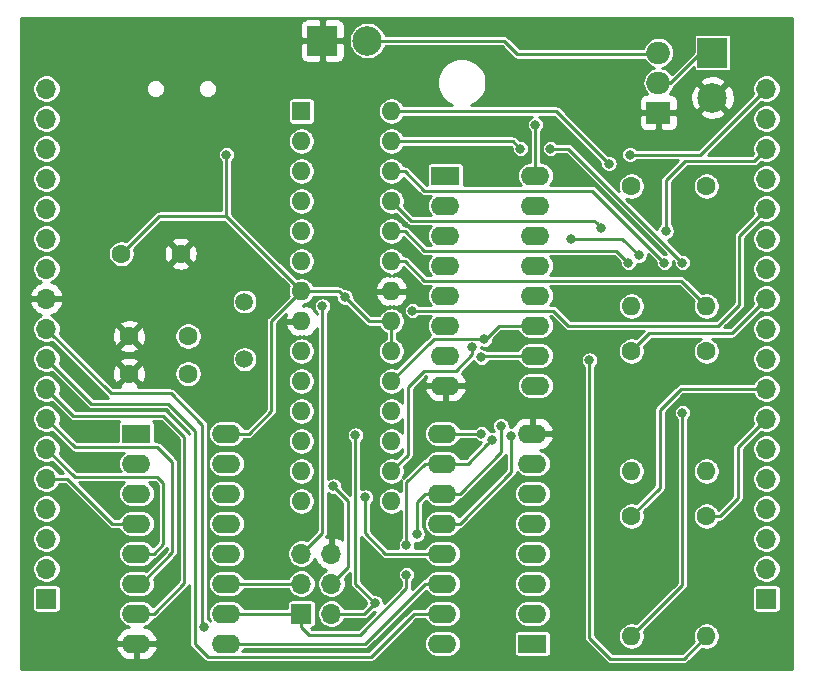
<source format=gbr>
G04 #@! TF.GenerationSoftware,KiCad,Pcbnew,(5.1.5)-3*
G04 #@! TF.CreationDate,2020-03-12T17:38:09-04:00*
G04 #@! TF.ProjectId,PCB,5043422e-6b69-4636-9164-5f7063625858,rev?*
G04 #@! TF.SameCoordinates,Original*
G04 #@! TF.FileFunction,Copper,L2,Bot*
G04 #@! TF.FilePolarity,Positive*
%FSLAX46Y46*%
G04 Gerber Fmt 4.6, Leading zero omitted, Abs format (unit mm)*
G04 Created by KiCad (PCBNEW (5.1.5)-3) date 2020-03-12 17:38:09*
%MOMM*%
%LPD*%
G04 APERTURE LIST*
%ADD10R,2.499360X2.499360*%
%ADD11C,2.499360*%
%ADD12R,1.700000X1.700000*%
%ADD13O,1.700000X1.700000*%
%ADD14C,1.500000*%
%ADD15R,2.000000X1.905000*%
%ADD16O,2.000000X1.905000*%
%ADD17R,2.400000X1.600000*%
%ADD18O,2.400000X1.600000*%
%ADD19R,1.600000X1.600000*%
%ADD20O,1.600000X1.600000*%
%ADD21C,1.600000*%
%ADD22C,0.800000*%
%ADD23C,0.250000*%
%ADD24C,0.254000*%
G04 APERTURE END LIST*
D10*
X160528000Y-98552000D03*
D11*
X160528000Y-102362000D03*
D12*
X125730000Y-146050000D03*
D13*
X128270000Y-146050000D03*
X125730000Y-143510000D03*
X128270000Y-143510000D03*
X125730000Y-140970000D03*
X128270000Y-140970000D03*
D10*
X127508000Y-97536000D03*
D11*
X131318000Y-97536000D03*
D14*
X120904000Y-124514000D03*
X120904000Y-119634000D03*
D12*
X165100000Y-144780000D03*
D13*
X165100000Y-142240000D03*
X165100000Y-139700000D03*
X165100000Y-137160000D03*
X165100000Y-134620000D03*
X165100000Y-132080000D03*
X165100000Y-129540000D03*
X165100000Y-127000000D03*
X165100000Y-124460000D03*
X165100000Y-121920000D03*
X165100000Y-119380000D03*
X165100000Y-116840000D03*
X165100000Y-114300000D03*
X165100000Y-111760000D03*
X165100000Y-109220000D03*
X165100000Y-106680000D03*
X165100000Y-104140000D03*
X165100000Y-101600000D03*
D12*
X104140000Y-144780000D03*
D13*
X104140000Y-142240000D03*
X104140000Y-139700000D03*
X104140000Y-137160000D03*
X104140000Y-134620000D03*
X104140000Y-132080000D03*
X104140000Y-129540000D03*
X104140000Y-127000000D03*
X104140000Y-124460000D03*
X104140000Y-121920000D03*
X104140000Y-119380000D03*
X104140000Y-116840000D03*
X104140000Y-114300000D03*
X104140000Y-111760000D03*
X104140000Y-109220000D03*
X104140000Y-106680000D03*
X104140000Y-104140000D03*
X104140000Y-101600000D03*
D15*
X155956000Y-103632000D03*
D16*
X155956000Y-101092000D03*
X155956000Y-98552000D03*
D17*
X111760000Y-130810000D03*
D18*
X119380000Y-148590000D03*
X111760000Y-133350000D03*
X119380000Y-146050000D03*
X111760000Y-135890000D03*
X119380000Y-143510000D03*
X111760000Y-138430000D03*
X119380000Y-140970000D03*
X111760000Y-140970000D03*
X119380000Y-138430000D03*
X111760000Y-143510000D03*
X119380000Y-135890000D03*
X111760000Y-146050000D03*
X119380000Y-133350000D03*
X111760000Y-148590000D03*
X119380000Y-130810000D03*
D19*
X125730000Y-103505000D03*
D20*
X133350000Y-136525000D03*
X125730000Y-106045000D03*
X133350000Y-133985000D03*
X125730000Y-108585000D03*
X133350000Y-131445000D03*
X125730000Y-111125000D03*
X133350000Y-128905000D03*
X125730000Y-113665000D03*
X133350000Y-126365000D03*
X125730000Y-116205000D03*
X133350000Y-123825000D03*
X125730000Y-118745000D03*
X133350000Y-121285000D03*
X125730000Y-121285000D03*
X133350000Y-118745000D03*
X125730000Y-123825000D03*
X133350000Y-116205000D03*
X125730000Y-126365000D03*
X133350000Y-113665000D03*
X125730000Y-128905000D03*
X133350000Y-111125000D03*
X125730000Y-131445000D03*
X133350000Y-108585000D03*
X125730000Y-133985000D03*
X133350000Y-106045000D03*
X125730000Y-136525000D03*
X133350000Y-103505000D03*
D21*
X160020000Y-137795000D03*
D20*
X160020000Y-147955000D03*
D21*
X110490000Y-115570000D03*
X115490000Y-115570000D03*
X111125000Y-125730000D03*
X116125000Y-125730000D03*
X111125000Y-122555000D03*
X116125000Y-122555000D03*
D17*
X137922000Y-108966000D03*
D18*
X145542000Y-126746000D03*
X137922000Y-111506000D03*
X145542000Y-124206000D03*
X137922000Y-114046000D03*
X145542000Y-121666000D03*
X137922000Y-116586000D03*
X145542000Y-119126000D03*
X137922000Y-119126000D03*
X145542000Y-116586000D03*
X137922000Y-121666000D03*
X145542000Y-114046000D03*
X137922000Y-124206000D03*
X145542000Y-111506000D03*
X137922000Y-126746000D03*
X145542000Y-108966000D03*
D17*
X145288000Y-148590000D03*
D18*
X137668000Y-130810000D03*
X145288000Y-146050000D03*
X137668000Y-133350000D03*
X145288000Y-143510000D03*
X137668000Y-135890000D03*
X145288000Y-140970000D03*
X137668000Y-138430000D03*
X145288000Y-138430000D03*
X137668000Y-140970000D03*
X145288000Y-135890000D03*
X137668000Y-143510000D03*
X145288000Y-133350000D03*
X137668000Y-146050000D03*
X145288000Y-130810000D03*
X137668000Y-148590000D03*
D21*
X153670000Y-137795000D03*
D20*
X153670000Y-147955000D03*
D21*
X160020000Y-123825000D03*
D20*
X160020000Y-133985000D03*
D21*
X153670000Y-123825000D03*
D20*
X153670000Y-133985000D03*
D21*
X153670000Y-109855000D03*
D20*
X153670000Y-120015000D03*
D21*
X160020000Y-109855000D03*
D20*
X160020000Y-120015000D03*
D22*
X131953000Y-145161000D03*
X129413000Y-119253000D03*
X130302000Y-130937000D03*
X145542000Y-104648000D03*
X119380000Y-107188000D03*
X127508000Y-120015000D03*
X128408630Y-135255000D03*
X141224000Y-122809000D03*
X142610114Y-130164393D03*
X135509000Y-139319000D03*
X140970000Y-124333008D03*
X141859000Y-131318000D03*
X134620000Y-142748000D03*
X134620000Y-140208002D03*
X153416000Y-116332000D03*
X151130000Y-113411000D03*
X156464000Y-116332000D03*
X144272000Y-106680000D03*
X146812000Y-106680000D03*
X157988000Y-116332000D03*
X157988000Y-129032000D03*
X151765000Y-107950000D03*
X150114000Y-124587000D03*
X140208000Y-123516010D03*
X131127500Y-136207500D03*
X143502980Y-131014326D03*
X140970000Y-130809994D03*
X117475000Y-147193000D03*
X153543000Y-107188000D03*
X148590000Y-114300000D03*
X154305000Y-115697000D03*
X156591000Y-113665000D03*
X135128000Y-120396000D03*
X148590000Y-127127000D03*
X109728000Y-124206000D03*
X112522000Y-107188000D03*
D23*
X113665000Y-112395000D02*
X110490000Y-115570000D01*
X119380000Y-112395000D02*
X125730000Y-118745000D01*
X113665000Y-112395000D02*
X119380000Y-112395000D01*
X119380000Y-130810000D02*
X121285000Y-130810000D01*
X121285000Y-130810000D02*
X123190000Y-128905000D01*
X123190000Y-121285000D02*
X125730000Y-118745000D01*
X123190000Y-128905000D02*
X123190000Y-121285000D01*
X133350000Y-121285000D02*
X133350000Y-123825000D01*
X131445000Y-121285000D02*
X133350000Y-121285000D01*
X128905000Y-118745000D02*
X131445000Y-121285000D01*
X125730000Y-118745000D02*
X128905000Y-118745000D01*
X159512000Y-98552000D02*
X160528000Y-98552000D01*
X155956000Y-101092000D02*
X156972000Y-101092000D01*
X156972000Y-101092000D02*
X159512000Y-98552000D01*
X131064000Y-146050000D02*
X131953000Y-145161000D01*
X128270000Y-146050000D02*
X131064000Y-146050000D01*
X130302000Y-143510000D02*
X130302000Y-130937000D01*
X131953000Y-145161000D02*
X130302000Y-143510000D01*
X145542000Y-108966000D02*
X145542000Y-104648000D01*
X119380000Y-107188000D02*
X119380000Y-112395000D01*
X125730000Y-140970000D02*
X127508000Y-139192000D01*
X127508000Y-139192000D02*
X127508000Y-120015000D01*
X128270000Y-143510000D02*
X129667000Y-142113000D01*
X129667000Y-142113000D02*
X129667000Y-136513370D01*
X129667000Y-136513370D02*
X128408630Y-135255000D01*
X136923990Y-122791010D02*
X141333010Y-122791010D01*
X133350000Y-126365000D02*
X136923990Y-122791010D01*
X142458020Y-121666000D02*
X145542000Y-121666000D01*
X141333010Y-122791010D02*
X142458020Y-121666000D01*
X142610114Y-132397886D02*
X142610114Y-130730078D01*
X142610114Y-130730078D02*
X142610114Y-130164393D01*
X139118000Y-135890000D02*
X142610114Y-132397886D01*
X137668000Y-135890000D02*
X139118000Y-135890000D01*
X120830000Y-143510000D02*
X125730000Y-143510000D01*
X119380000Y-143510000D02*
X120830000Y-143510000D01*
X136218000Y-135890000D02*
X135509000Y-136599000D01*
X135509000Y-136599000D02*
X135509000Y-138753315D01*
X137668000Y-135890000D02*
X136218000Y-135890000D01*
X135509000Y-138753315D02*
X135509000Y-139319000D01*
X141097008Y-124206000D02*
X140970000Y-124333008D01*
X145542000Y-124206000D02*
X141097008Y-124206000D01*
X139827000Y-133350000D02*
X141459001Y-131717999D01*
X137668000Y-133350000D02*
X139827000Y-133350000D01*
X141459001Y-131717999D02*
X141859000Y-131318000D01*
X125730000Y-146050000D02*
X119380000Y-146050000D01*
X125730000Y-147150000D02*
X126408000Y-147828000D01*
X130683000Y-147828000D02*
X134620000Y-143891000D01*
X126408000Y-147828000D02*
X130683000Y-147828000D01*
X125730000Y-146050000D02*
X125730000Y-147150000D01*
X134620000Y-143891000D02*
X134620000Y-143313685D01*
X134620000Y-143313685D02*
X134620000Y-142748000D01*
X134620000Y-134948000D02*
X134620000Y-138700996D01*
X137668000Y-133350000D02*
X136218000Y-133350000D01*
X134620000Y-138700996D02*
X134620000Y-140208002D01*
X136218000Y-133350000D02*
X134620000Y-134948000D01*
X133350000Y-113665000D02*
X134493000Y-113665000D01*
X134493000Y-113665000D02*
X136144000Y-115316000D01*
X136144000Y-115316000D02*
X152400000Y-115316000D01*
X152400000Y-115316000D02*
X153416000Y-116332000D01*
X150495000Y-112776000D02*
X150730001Y-113011001D01*
X133350000Y-111125000D02*
X135001000Y-112776000D01*
X135001000Y-112776000D02*
X150495000Y-112776000D01*
X150730001Y-113011001D02*
X151130000Y-113411000D01*
X134481370Y-108585000D02*
X136132370Y-110236000D01*
X133350000Y-108585000D02*
X134481370Y-108585000D01*
X136132370Y-110236000D02*
X150368000Y-110236000D01*
X150368000Y-110236000D02*
X156464000Y-116332000D01*
X133350000Y-106045000D02*
X143637000Y-106045000D01*
X143637000Y-106045000D02*
X144272000Y-106680000D01*
X146812000Y-106680000D02*
X148336000Y-106680000D01*
X148336000Y-106680000D02*
X152908000Y-111252000D01*
X152908000Y-111252000D02*
X157988000Y-116332000D01*
X157988000Y-143637000D02*
X153670000Y-147955000D01*
X157988000Y-129032000D02*
X157988000Y-143637000D01*
X147320000Y-103505000D02*
X151365001Y-107550001D01*
X151365001Y-107550001D02*
X151765000Y-107950000D01*
X133350000Y-103505000D02*
X147320000Y-103505000D01*
X150114000Y-148082000D02*
X150114000Y-125152685D01*
X158115000Y-149860000D02*
X151892000Y-149860000D01*
X150114000Y-125152685D02*
X150114000Y-124587000D01*
X151892000Y-149860000D02*
X150114000Y-148082000D01*
X160020000Y-147955000D02*
X158115000Y-149860000D01*
X134748517Y-132586483D02*
X134748517Y-126871483D01*
X134748517Y-126871483D02*
X136144000Y-125476000D01*
X133350000Y-133985000D02*
X134748517Y-132586483D01*
X136144000Y-125476000D02*
X138813695Y-125476000D01*
X140208000Y-124081695D02*
X140208000Y-123516010D01*
X138813695Y-125476000D02*
X140208000Y-124081695D01*
X131127500Y-139255500D02*
X131127500Y-136207500D01*
X137668000Y-140970000D02*
X132842000Y-140970000D01*
X132842000Y-140970000D02*
X131127500Y-139255500D01*
X137668000Y-138430000D02*
X139118000Y-138430000D01*
X139118000Y-138430000D02*
X143502980Y-134045020D01*
X143502980Y-134045020D02*
X143502980Y-131580011D01*
X143502980Y-131580011D02*
X143502980Y-131014326D01*
X137668000Y-130810000D02*
X140969994Y-130810000D01*
X140969994Y-130810000D02*
X140970000Y-130809994D01*
X162179000Y-122301000D02*
X165100000Y-119380000D01*
X153670000Y-123825000D02*
X155194000Y-122301000D01*
X155194000Y-122301000D02*
X162179000Y-122301000D01*
X161151370Y-137795000D02*
X162687000Y-136259370D01*
X160020000Y-137795000D02*
X161151370Y-137795000D01*
X162687000Y-131953000D02*
X165100000Y-129540000D01*
X162687000Y-136259370D02*
X162687000Y-131953000D01*
X165100000Y-127000000D02*
X157861000Y-127000000D01*
X157861000Y-127000000D02*
X156083000Y-128778000D01*
X156083000Y-135382000D02*
X153670000Y-137795000D01*
X156083000Y-128778000D02*
X156083000Y-135382000D01*
X104140000Y-121920000D02*
X109601000Y-127381000D01*
X109601000Y-127381000D02*
X114681000Y-127381000D01*
X114681000Y-127381000D02*
X117348000Y-130048000D01*
X117348000Y-147066000D02*
X117475000Y-147193000D01*
X117348000Y-130048000D02*
X117348000Y-147066000D01*
X135255000Y-146050000D02*
X137668000Y-146050000D01*
X117838010Y-149715010D02*
X131589990Y-149715010D01*
X116713000Y-148590000D02*
X117838010Y-149715010D01*
X116713000Y-130556000D02*
X116713000Y-148590000D01*
X114427000Y-128270000D02*
X116713000Y-130556000D01*
X107950000Y-128270000D02*
X114427000Y-128270000D01*
X131589990Y-149715010D02*
X135255000Y-146050000D01*
X104140000Y-124460000D02*
X107950000Y-128270000D01*
X113210000Y-146050000D02*
X115824000Y-143436000D01*
X111760000Y-146050000D02*
X113210000Y-146050000D01*
X115824000Y-143436000D02*
X115824000Y-131064000D01*
X115824000Y-131064000D02*
X114046000Y-129286000D01*
X106426000Y-129286000D02*
X104140000Y-127000000D01*
X114046000Y-129286000D02*
X106426000Y-129286000D01*
X112160000Y-143510000D02*
X114808000Y-140862000D01*
X111760000Y-143510000D02*
X112160000Y-143510000D01*
X114808000Y-140862000D02*
X114808000Y-133223000D01*
X114808000Y-133223000D02*
X113538000Y-131953000D01*
X106553000Y-131953000D02*
X104140000Y-129540000D01*
X113538000Y-131953000D02*
X106553000Y-131953000D01*
X106535010Y-134475010D02*
X104140000Y-132080000D01*
X113520010Y-134475010D02*
X106535010Y-134475010D01*
X114046000Y-135001000D02*
X113520010Y-134475010D01*
X114046000Y-140134000D02*
X114046000Y-135001000D01*
X113210000Y-140970000D02*
X114046000Y-140134000D01*
X111760000Y-140970000D02*
X113210000Y-140970000D01*
X104140000Y-134620000D02*
X105918000Y-134620000D01*
X109728000Y-138430000D02*
X111760000Y-138430000D01*
X105918000Y-134620000D02*
X109728000Y-138430000D01*
X165100000Y-101600000D02*
X159512000Y-107188000D01*
X159512000Y-107188000D02*
X153543000Y-107188000D01*
X148590000Y-114300000D02*
X152908000Y-114300000D01*
X152908000Y-114300000D02*
X154305000Y-115697000D01*
X156591000Y-113665000D02*
X156591000Y-109347000D01*
X156591000Y-109347000D02*
X158242000Y-107696000D01*
X164084000Y-107696000D02*
X165100000Y-106680000D01*
X158242000Y-107696000D02*
X164084000Y-107696000D01*
X162814000Y-114046000D02*
X165100000Y-111760000D01*
X147066000Y-120396000D02*
X148336000Y-121666000D01*
X161036000Y-121666000D02*
X162814000Y-119888000D01*
X135128000Y-120396000D02*
X147066000Y-120396000D01*
X148336000Y-121666000D02*
X161036000Y-121666000D01*
X162814000Y-119888000D02*
X162814000Y-114046000D01*
X137922000Y-126746000D02*
X141351000Y-126746000D01*
X141351000Y-126746000D02*
X142748000Y-128143000D01*
X147574000Y-128143000D02*
X148590000Y-127127000D01*
X142748000Y-128143000D02*
X147574000Y-128143000D01*
X157861000Y-117856000D02*
X160020000Y-120015000D01*
X136144000Y-117856000D02*
X157861000Y-117856000D01*
X133350000Y-116205000D02*
X134493000Y-116205000D01*
X134493000Y-116205000D02*
X136144000Y-117856000D01*
X155829000Y-98679000D02*
X155956000Y-98552000D01*
X144018000Y-98679000D02*
X155829000Y-98679000D01*
X142875000Y-97536000D02*
X144018000Y-98679000D01*
X130810000Y-97536000D02*
X142875000Y-97536000D01*
X120830000Y-148590000D02*
X119380000Y-148590000D01*
X131138000Y-148590000D02*
X120830000Y-148590000D01*
X136218000Y-143510000D02*
X131138000Y-148590000D01*
X137668000Y-143510000D02*
X136218000Y-143510000D01*
D24*
G36*
X167268000Y-150758000D02*
G01*
X101972000Y-150758000D01*
X101972000Y-148939039D01*
X109968096Y-148939039D01*
X109985633Y-149021818D01*
X110096285Y-149281646D01*
X110255500Y-149514895D01*
X110457161Y-149712601D01*
X110693517Y-149867166D01*
X110955486Y-149972650D01*
X111233000Y-150025000D01*
X111633000Y-150025000D01*
X111633000Y-148717000D01*
X111887000Y-148717000D01*
X111887000Y-150025000D01*
X112287000Y-150025000D01*
X112564514Y-149972650D01*
X112826483Y-149867166D01*
X113062839Y-149712601D01*
X113264500Y-149514895D01*
X113423715Y-149281646D01*
X113534367Y-149021818D01*
X113551904Y-148939039D01*
X113429915Y-148717000D01*
X111887000Y-148717000D01*
X111633000Y-148717000D01*
X110090085Y-148717000D01*
X109968096Y-148939039D01*
X101972000Y-148939039D01*
X101972000Y-143930000D01*
X102941322Y-143930000D01*
X102941322Y-145630000D01*
X102948022Y-145698024D01*
X102967864Y-145763433D01*
X103000085Y-145823715D01*
X103043447Y-145876553D01*
X103096285Y-145919915D01*
X103156567Y-145952136D01*
X103221976Y-145971978D01*
X103290000Y-145978678D01*
X104990000Y-145978678D01*
X105058024Y-145971978D01*
X105123433Y-145952136D01*
X105183715Y-145919915D01*
X105236553Y-145876553D01*
X105279915Y-145823715D01*
X105312136Y-145763433D01*
X105331978Y-145698024D01*
X105338678Y-145630000D01*
X105338678Y-143930000D01*
X105331978Y-143861976D01*
X105312136Y-143796567D01*
X105279915Y-143736285D01*
X105236553Y-143683447D01*
X105183715Y-143640085D01*
X105123433Y-143607864D01*
X105058024Y-143588022D01*
X104990000Y-143581322D01*
X103290000Y-143581322D01*
X103221976Y-143588022D01*
X103156567Y-143607864D01*
X103096285Y-143640085D01*
X103043447Y-143683447D01*
X103000085Y-143736285D01*
X102967864Y-143796567D01*
X102948022Y-143861976D01*
X102941322Y-143930000D01*
X101972000Y-143930000D01*
X101972000Y-142122106D01*
X102943000Y-142122106D01*
X102943000Y-142357894D01*
X102989000Y-142589152D01*
X103079232Y-142806992D01*
X103210229Y-143003043D01*
X103376957Y-143169771D01*
X103573008Y-143300768D01*
X103790848Y-143391000D01*
X104022106Y-143437000D01*
X104257894Y-143437000D01*
X104489152Y-143391000D01*
X104706992Y-143300768D01*
X104903043Y-143169771D01*
X105069771Y-143003043D01*
X105200768Y-142806992D01*
X105291000Y-142589152D01*
X105337000Y-142357894D01*
X105337000Y-142122106D01*
X105291000Y-141890848D01*
X105200768Y-141673008D01*
X105069771Y-141476957D01*
X104903043Y-141310229D01*
X104706992Y-141179232D01*
X104489152Y-141089000D01*
X104257894Y-141043000D01*
X104022106Y-141043000D01*
X103790848Y-141089000D01*
X103573008Y-141179232D01*
X103376957Y-141310229D01*
X103210229Y-141476957D01*
X103079232Y-141673008D01*
X102989000Y-141890848D01*
X102943000Y-142122106D01*
X101972000Y-142122106D01*
X101972000Y-139582106D01*
X102943000Y-139582106D01*
X102943000Y-139817894D01*
X102989000Y-140049152D01*
X103079232Y-140266992D01*
X103210229Y-140463043D01*
X103376957Y-140629771D01*
X103573008Y-140760768D01*
X103790848Y-140851000D01*
X104022106Y-140897000D01*
X104257894Y-140897000D01*
X104489152Y-140851000D01*
X104706992Y-140760768D01*
X104903043Y-140629771D01*
X105069771Y-140463043D01*
X105200768Y-140266992D01*
X105291000Y-140049152D01*
X105337000Y-139817894D01*
X105337000Y-139582106D01*
X105291000Y-139350848D01*
X105200768Y-139133008D01*
X105069771Y-138936957D01*
X104903043Y-138770229D01*
X104706992Y-138639232D01*
X104489152Y-138549000D01*
X104257894Y-138503000D01*
X104022106Y-138503000D01*
X103790848Y-138549000D01*
X103573008Y-138639232D01*
X103376957Y-138770229D01*
X103210229Y-138936957D01*
X103079232Y-139133008D01*
X102989000Y-139350848D01*
X102943000Y-139582106D01*
X101972000Y-139582106D01*
X101972000Y-137042106D01*
X102943000Y-137042106D01*
X102943000Y-137277894D01*
X102989000Y-137509152D01*
X103079232Y-137726992D01*
X103210229Y-137923043D01*
X103376957Y-138089771D01*
X103573008Y-138220768D01*
X103790848Y-138311000D01*
X104022106Y-138357000D01*
X104257894Y-138357000D01*
X104489152Y-138311000D01*
X104706992Y-138220768D01*
X104903043Y-138089771D01*
X105069771Y-137923043D01*
X105200768Y-137726992D01*
X105291000Y-137509152D01*
X105337000Y-137277894D01*
X105337000Y-137042106D01*
X105291000Y-136810848D01*
X105200768Y-136593008D01*
X105069771Y-136396957D01*
X104903043Y-136230229D01*
X104706992Y-136099232D01*
X104489152Y-136009000D01*
X104257894Y-135963000D01*
X104022106Y-135963000D01*
X103790848Y-136009000D01*
X103573008Y-136099232D01*
X103376957Y-136230229D01*
X103210229Y-136396957D01*
X103079232Y-136593008D01*
X102989000Y-136810848D01*
X102943000Y-137042106D01*
X101972000Y-137042106D01*
X101972000Y-119736890D01*
X102698524Y-119736890D01*
X102743175Y-119884099D01*
X102868359Y-120146920D01*
X103042412Y-120380269D01*
X103258645Y-120575178D01*
X103508748Y-120724157D01*
X103719027Y-120798749D01*
X103573008Y-120859232D01*
X103376957Y-120990229D01*
X103210229Y-121156957D01*
X103079232Y-121353008D01*
X102989000Y-121570848D01*
X102943000Y-121802106D01*
X102943000Y-122037894D01*
X102989000Y-122269152D01*
X103079232Y-122486992D01*
X103210229Y-122683043D01*
X103376957Y-122849771D01*
X103573008Y-122980768D01*
X103790848Y-123071000D01*
X104022106Y-123117000D01*
X104257894Y-123117000D01*
X104489152Y-123071000D01*
X104584145Y-123031653D01*
X109250849Y-127698357D01*
X109265631Y-127716369D01*
X109337502Y-127775352D01*
X109379874Y-127798000D01*
X108145509Y-127798000D01*
X105251653Y-124904145D01*
X105291000Y-124809152D01*
X105337000Y-124577894D01*
X105337000Y-124342106D01*
X105291000Y-124110848D01*
X105200768Y-123893008D01*
X105069771Y-123696957D01*
X104903043Y-123530229D01*
X104706992Y-123399232D01*
X104489152Y-123309000D01*
X104257894Y-123263000D01*
X104022106Y-123263000D01*
X103790848Y-123309000D01*
X103573008Y-123399232D01*
X103376957Y-123530229D01*
X103210229Y-123696957D01*
X103079232Y-123893008D01*
X102989000Y-124110848D01*
X102943000Y-124342106D01*
X102943000Y-124577894D01*
X102989000Y-124809152D01*
X103079232Y-125026992D01*
X103210229Y-125223043D01*
X103376957Y-125389771D01*
X103573008Y-125520768D01*
X103790848Y-125611000D01*
X104022106Y-125657000D01*
X104257894Y-125657000D01*
X104489152Y-125611000D01*
X104584145Y-125571653D01*
X107599853Y-128587362D01*
X107614631Y-128605369D01*
X107686502Y-128664352D01*
X107768500Y-128708180D01*
X107857472Y-128735170D01*
X107950000Y-128744283D01*
X107973180Y-128742000D01*
X114231492Y-128742000D01*
X116241000Y-130751508D01*
X116241000Y-130842874D01*
X116218352Y-130800502D01*
X116179579Y-130753257D01*
X116159369Y-130728631D01*
X116141362Y-130713853D01*
X114396151Y-128968643D01*
X114381369Y-128950631D01*
X114309498Y-128891648D01*
X114227500Y-128847820D01*
X114138528Y-128820830D01*
X114069180Y-128814000D01*
X114046000Y-128811717D01*
X114022820Y-128814000D01*
X106621508Y-128814000D01*
X105251653Y-127444145D01*
X105291000Y-127349152D01*
X105337000Y-127117894D01*
X105337000Y-126882106D01*
X105291000Y-126650848D01*
X105200768Y-126433008D01*
X105069771Y-126236957D01*
X104903043Y-126070229D01*
X104706992Y-125939232D01*
X104489152Y-125849000D01*
X104257894Y-125803000D01*
X104022106Y-125803000D01*
X103790848Y-125849000D01*
X103573008Y-125939232D01*
X103376957Y-126070229D01*
X103210229Y-126236957D01*
X103079232Y-126433008D01*
X102989000Y-126650848D01*
X102943000Y-126882106D01*
X102943000Y-127117894D01*
X102989000Y-127349152D01*
X103079232Y-127566992D01*
X103210229Y-127763043D01*
X103376957Y-127929771D01*
X103573008Y-128060768D01*
X103790848Y-128151000D01*
X104022106Y-128197000D01*
X104257894Y-128197000D01*
X104489152Y-128151000D01*
X104584145Y-128111653D01*
X106075849Y-129603357D01*
X106090631Y-129621369D01*
X106162502Y-129680352D01*
X106244500Y-129724180D01*
X106330581Y-129750293D01*
X106333472Y-129751170D01*
X106425999Y-129760283D01*
X106449179Y-129758000D01*
X110320084Y-129758000D01*
X110313447Y-129763447D01*
X110270085Y-129816285D01*
X110237864Y-129876567D01*
X110218022Y-129941976D01*
X110211322Y-130010000D01*
X110211322Y-131481000D01*
X106748508Y-131481000D01*
X105251653Y-129984145D01*
X105291000Y-129889152D01*
X105337000Y-129657894D01*
X105337000Y-129422106D01*
X105291000Y-129190848D01*
X105200768Y-128973008D01*
X105069771Y-128776957D01*
X104903043Y-128610229D01*
X104706992Y-128479232D01*
X104489152Y-128389000D01*
X104257894Y-128343000D01*
X104022106Y-128343000D01*
X103790848Y-128389000D01*
X103573008Y-128479232D01*
X103376957Y-128610229D01*
X103210229Y-128776957D01*
X103079232Y-128973008D01*
X102989000Y-129190848D01*
X102943000Y-129422106D01*
X102943000Y-129657894D01*
X102989000Y-129889152D01*
X103079232Y-130106992D01*
X103210229Y-130303043D01*
X103376957Y-130469771D01*
X103573008Y-130600768D01*
X103790848Y-130691000D01*
X104022106Y-130737000D01*
X104257894Y-130737000D01*
X104489152Y-130691000D01*
X104584145Y-130651653D01*
X106202849Y-132270357D01*
X106217631Y-132288369D01*
X106289502Y-132347352D01*
X106371500Y-132391180D01*
X106460472Y-132418170D01*
X106529820Y-132425000D01*
X106529822Y-132425000D01*
X106552999Y-132427283D01*
X106576177Y-132425000D01*
X110679091Y-132425000D01*
X110545025Y-132535025D01*
X110401691Y-132709678D01*
X110295184Y-132908939D01*
X110229597Y-133125149D01*
X110207451Y-133350000D01*
X110229597Y-133574851D01*
X110295184Y-133791061D01*
X110401691Y-133990322D01*
X110412104Y-134003010D01*
X106730519Y-134003010D01*
X105251653Y-132524145D01*
X105291000Y-132429152D01*
X105337000Y-132197894D01*
X105337000Y-131962106D01*
X105291000Y-131730848D01*
X105200768Y-131513008D01*
X105069771Y-131316957D01*
X104903043Y-131150229D01*
X104706992Y-131019232D01*
X104489152Y-130929000D01*
X104257894Y-130883000D01*
X104022106Y-130883000D01*
X103790848Y-130929000D01*
X103573008Y-131019232D01*
X103376957Y-131150229D01*
X103210229Y-131316957D01*
X103079232Y-131513008D01*
X102989000Y-131730848D01*
X102943000Y-131962106D01*
X102943000Y-132197894D01*
X102989000Y-132429152D01*
X103079232Y-132646992D01*
X103210229Y-132843043D01*
X103376957Y-133009771D01*
X103573008Y-133140768D01*
X103790848Y-133231000D01*
X104022106Y-133277000D01*
X104257894Y-133277000D01*
X104489152Y-133231000D01*
X104584145Y-133191653D01*
X105540491Y-134148000D01*
X105240115Y-134148000D01*
X105200768Y-134053008D01*
X105069771Y-133856957D01*
X104903043Y-133690229D01*
X104706992Y-133559232D01*
X104489152Y-133469000D01*
X104257894Y-133423000D01*
X104022106Y-133423000D01*
X103790848Y-133469000D01*
X103573008Y-133559232D01*
X103376957Y-133690229D01*
X103210229Y-133856957D01*
X103079232Y-134053008D01*
X102989000Y-134270848D01*
X102943000Y-134502106D01*
X102943000Y-134737894D01*
X102989000Y-134969152D01*
X103079232Y-135186992D01*
X103210229Y-135383043D01*
X103376957Y-135549771D01*
X103573008Y-135680768D01*
X103790848Y-135771000D01*
X104022106Y-135817000D01*
X104257894Y-135817000D01*
X104489152Y-135771000D01*
X104706992Y-135680768D01*
X104903043Y-135549771D01*
X105069771Y-135383043D01*
X105200768Y-135186992D01*
X105240115Y-135092000D01*
X105722492Y-135092000D01*
X109377853Y-138747362D01*
X109392631Y-138765369D01*
X109410636Y-138780145D01*
X109464502Y-138824352D01*
X109546500Y-138868180D01*
X109635472Y-138895170D01*
X109728000Y-138904283D01*
X109751180Y-138902000D01*
X110311721Y-138902000D01*
X110401691Y-139070322D01*
X110545025Y-139244975D01*
X110719678Y-139388309D01*
X110918939Y-139494816D01*
X111135149Y-139560403D01*
X111303660Y-139577000D01*
X112216340Y-139577000D01*
X112384851Y-139560403D01*
X112601061Y-139494816D01*
X112800322Y-139388309D01*
X112974975Y-139244975D01*
X113118309Y-139070322D01*
X113224816Y-138871061D01*
X113290403Y-138654851D01*
X113312549Y-138430000D01*
X113290403Y-138205149D01*
X113224816Y-137988939D01*
X113118309Y-137789678D01*
X112974975Y-137615025D01*
X112800322Y-137471691D01*
X112601061Y-137365184D01*
X112384851Y-137299597D01*
X112216340Y-137283000D01*
X111303660Y-137283000D01*
X111135149Y-137299597D01*
X110918939Y-137365184D01*
X110719678Y-137471691D01*
X110545025Y-137615025D01*
X110401691Y-137789678D01*
X110311721Y-137958000D01*
X109923509Y-137958000D01*
X106912518Y-134947010D01*
X110701012Y-134947010D01*
X110545025Y-135075025D01*
X110401691Y-135249678D01*
X110295184Y-135448939D01*
X110229597Y-135665149D01*
X110207451Y-135890000D01*
X110229597Y-136114851D01*
X110295184Y-136331061D01*
X110401691Y-136530322D01*
X110545025Y-136704975D01*
X110719678Y-136848309D01*
X110918939Y-136954816D01*
X111135149Y-137020403D01*
X111303660Y-137037000D01*
X112216340Y-137037000D01*
X112384851Y-137020403D01*
X112601061Y-136954816D01*
X112800322Y-136848309D01*
X112974975Y-136704975D01*
X113118309Y-136530322D01*
X113224816Y-136331061D01*
X113290403Y-136114851D01*
X113312549Y-135890000D01*
X113290403Y-135665149D01*
X113224816Y-135448939D01*
X113118309Y-135249678D01*
X112974975Y-135075025D01*
X112818988Y-134947010D01*
X113324502Y-134947010D01*
X113574001Y-135196510D01*
X113574000Y-139938491D01*
X113140778Y-140371714D01*
X113118309Y-140329678D01*
X112974975Y-140155025D01*
X112800322Y-140011691D01*
X112601061Y-139905184D01*
X112384851Y-139839597D01*
X112216340Y-139823000D01*
X111303660Y-139823000D01*
X111135149Y-139839597D01*
X110918939Y-139905184D01*
X110719678Y-140011691D01*
X110545025Y-140155025D01*
X110401691Y-140329678D01*
X110295184Y-140528939D01*
X110229597Y-140745149D01*
X110207451Y-140970000D01*
X110229597Y-141194851D01*
X110295184Y-141411061D01*
X110401691Y-141610322D01*
X110545025Y-141784975D01*
X110719678Y-141928309D01*
X110918939Y-142034816D01*
X111135149Y-142100403D01*
X111303660Y-142117000D01*
X112216340Y-142117000D01*
X112384851Y-142100403D01*
X112601061Y-142034816D01*
X112800322Y-141928309D01*
X112974975Y-141784975D01*
X113118309Y-141610322D01*
X113207206Y-141444008D01*
X113210000Y-141444283D01*
X113233180Y-141442000D01*
X113302528Y-141435170D01*
X113391500Y-141408180D01*
X113473498Y-141364352D01*
X113545369Y-141305369D01*
X113560151Y-141287357D01*
X114336000Y-140511509D01*
X114336000Y-140666491D01*
X112567491Y-142435001D01*
X112384851Y-142379597D01*
X112216340Y-142363000D01*
X111303660Y-142363000D01*
X111135149Y-142379597D01*
X110918939Y-142445184D01*
X110719678Y-142551691D01*
X110545025Y-142695025D01*
X110401691Y-142869678D01*
X110295184Y-143068939D01*
X110229597Y-143285149D01*
X110207451Y-143510000D01*
X110229597Y-143734851D01*
X110295184Y-143951061D01*
X110401691Y-144150322D01*
X110545025Y-144324975D01*
X110719678Y-144468309D01*
X110918939Y-144574816D01*
X111135149Y-144640403D01*
X111303660Y-144657000D01*
X112216340Y-144657000D01*
X112384851Y-144640403D01*
X112601061Y-144574816D01*
X112800322Y-144468309D01*
X112974975Y-144324975D01*
X113118309Y-144150322D01*
X113224816Y-143951061D01*
X113290403Y-143734851D01*
X113312549Y-143510000D01*
X113290403Y-143285149D01*
X113234999Y-143102509D01*
X115125362Y-141212147D01*
X115143369Y-141197369D01*
X115202352Y-141125498D01*
X115246180Y-141043500D01*
X115273170Y-140954528D01*
X115280000Y-140885180D01*
X115280000Y-140885179D01*
X115282283Y-140862000D01*
X115280000Y-140838820D01*
X115280000Y-133246179D01*
X115282283Y-133222999D01*
X115273170Y-133130472D01*
X115262126Y-133094067D01*
X115246180Y-133041500D01*
X115202352Y-132959502D01*
X115143369Y-132887631D01*
X115125357Y-132872849D01*
X113888151Y-131635643D01*
X113873369Y-131617631D01*
X113801498Y-131558648D01*
X113719500Y-131514820D01*
X113630528Y-131487830D01*
X113561180Y-131481000D01*
X113538000Y-131478717D01*
X113514820Y-131481000D01*
X113308678Y-131481000D01*
X113308678Y-130010000D01*
X113301978Y-129941976D01*
X113282136Y-129876567D01*
X113249915Y-129816285D01*
X113206553Y-129763447D01*
X113199916Y-129758000D01*
X113850492Y-129758000D01*
X115352001Y-131259510D01*
X115352000Y-143240492D01*
X113140778Y-145451714D01*
X113118309Y-145409678D01*
X112974975Y-145235025D01*
X112800322Y-145091691D01*
X112601061Y-144985184D01*
X112384851Y-144919597D01*
X112216340Y-144903000D01*
X111303660Y-144903000D01*
X111135149Y-144919597D01*
X110918939Y-144985184D01*
X110719678Y-145091691D01*
X110545025Y-145235025D01*
X110401691Y-145409678D01*
X110295184Y-145608939D01*
X110229597Y-145825149D01*
X110207451Y-146050000D01*
X110229597Y-146274851D01*
X110295184Y-146491061D01*
X110401691Y-146690322D01*
X110545025Y-146864975D01*
X110719678Y-147008309D01*
X110918939Y-147114816D01*
X111121034Y-147176121D01*
X110955486Y-147207350D01*
X110693517Y-147312834D01*
X110457161Y-147467399D01*
X110255500Y-147665105D01*
X110096285Y-147898354D01*
X109985633Y-148158182D01*
X109968096Y-148240961D01*
X110090085Y-148463000D01*
X111633000Y-148463000D01*
X111633000Y-148443000D01*
X111887000Y-148443000D01*
X111887000Y-148463000D01*
X113429915Y-148463000D01*
X113551904Y-148240961D01*
X113534367Y-148158182D01*
X113423715Y-147898354D01*
X113264500Y-147665105D01*
X113062839Y-147467399D01*
X112826483Y-147312834D01*
X112564514Y-147207350D01*
X112398966Y-147176121D01*
X112601061Y-147114816D01*
X112800322Y-147008309D01*
X112974975Y-146864975D01*
X113118309Y-146690322D01*
X113207206Y-146524008D01*
X113210000Y-146524283D01*
X113233180Y-146522000D01*
X113302528Y-146515170D01*
X113391500Y-146488180D01*
X113473498Y-146444352D01*
X113545369Y-146385369D01*
X113560151Y-146367357D01*
X116141357Y-143786151D01*
X116159369Y-143771369D01*
X116218352Y-143699498D01*
X116241001Y-143657124D01*
X116241001Y-148566810D01*
X116238717Y-148590000D01*
X116247830Y-148682527D01*
X116274821Y-148771500D01*
X116314606Y-148845933D01*
X116318649Y-148853498D01*
X116377632Y-148925369D01*
X116395637Y-148940145D01*
X117487859Y-150032367D01*
X117502641Y-150050379D01*
X117574512Y-150109362D01*
X117656510Y-150153190D01*
X117745482Y-150180180D01*
X117814830Y-150187010D01*
X117814831Y-150187010D01*
X117838009Y-150189293D01*
X117861187Y-150187010D01*
X131566810Y-150187010D01*
X131589990Y-150189293D01*
X131613170Y-150187010D01*
X131682518Y-150180180D01*
X131771490Y-150153190D01*
X131853488Y-150109362D01*
X131925359Y-150050379D01*
X131940141Y-150032367D01*
X133382508Y-148590000D01*
X136115451Y-148590000D01*
X136137597Y-148814851D01*
X136203184Y-149031061D01*
X136309691Y-149230322D01*
X136453025Y-149404975D01*
X136627678Y-149548309D01*
X136826939Y-149654816D01*
X137043149Y-149720403D01*
X137211660Y-149737000D01*
X138124340Y-149737000D01*
X138292851Y-149720403D01*
X138509061Y-149654816D01*
X138708322Y-149548309D01*
X138882975Y-149404975D01*
X139026309Y-149230322D01*
X139132816Y-149031061D01*
X139198403Y-148814851D01*
X139220549Y-148590000D01*
X139198403Y-148365149D01*
X139132816Y-148148939D01*
X139026309Y-147949678D01*
X138895265Y-147790000D01*
X143739322Y-147790000D01*
X143739322Y-149390000D01*
X143746022Y-149458024D01*
X143765864Y-149523433D01*
X143798085Y-149583715D01*
X143841447Y-149636553D01*
X143894285Y-149679915D01*
X143954567Y-149712136D01*
X144019976Y-149731978D01*
X144088000Y-149738678D01*
X146488000Y-149738678D01*
X146556024Y-149731978D01*
X146621433Y-149712136D01*
X146681715Y-149679915D01*
X146734553Y-149636553D01*
X146777915Y-149583715D01*
X146810136Y-149523433D01*
X146829978Y-149458024D01*
X146836678Y-149390000D01*
X146836678Y-147790000D01*
X146829978Y-147721976D01*
X146810136Y-147656567D01*
X146777915Y-147596285D01*
X146734553Y-147543447D01*
X146681715Y-147500085D01*
X146621433Y-147467864D01*
X146556024Y-147448022D01*
X146488000Y-147441322D01*
X144088000Y-147441322D01*
X144019976Y-147448022D01*
X143954567Y-147467864D01*
X143894285Y-147500085D01*
X143841447Y-147543447D01*
X143798085Y-147596285D01*
X143765864Y-147656567D01*
X143746022Y-147721976D01*
X143739322Y-147790000D01*
X138895265Y-147790000D01*
X138882975Y-147775025D01*
X138708322Y-147631691D01*
X138509061Y-147525184D01*
X138292851Y-147459597D01*
X138124340Y-147443000D01*
X137211660Y-147443000D01*
X137043149Y-147459597D01*
X136826939Y-147525184D01*
X136627678Y-147631691D01*
X136453025Y-147775025D01*
X136309691Y-147949678D01*
X136203184Y-148148939D01*
X136137597Y-148365149D01*
X136115451Y-148590000D01*
X133382508Y-148590000D01*
X135450509Y-146522000D01*
X136219721Y-146522000D01*
X136309691Y-146690322D01*
X136453025Y-146864975D01*
X136627678Y-147008309D01*
X136826939Y-147114816D01*
X137043149Y-147180403D01*
X137211660Y-147197000D01*
X138124340Y-147197000D01*
X138292851Y-147180403D01*
X138509061Y-147114816D01*
X138708322Y-147008309D01*
X138882975Y-146864975D01*
X139026309Y-146690322D01*
X139132816Y-146491061D01*
X139198403Y-146274851D01*
X139220549Y-146050000D01*
X143735451Y-146050000D01*
X143757597Y-146274851D01*
X143823184Y-146491061D01*
X143929691Y-146690322D01*
X144073025Y-146864975D01*
X144247678Y-147008309D01*
X144446939Y-147114816D01*
X144663149Y-147180403D01*
X144831660Y-147197000D01*
X145744340Y-147197000D01*
X145912851Y-147180403D01*
X146129061Y-147114816D01*
X146328322Y-147008309D01*
X146502975Y-146864975D01*
X146646309Y-146690322D01*
X146752816Y-146491061D01*
X146818403Y-146274851D01*
X146840549Y-146050000D01*
X146818403Y-145825149D01*
X146752816Y-145608939D01*
X146646309Y-145409678D01*
X146502975Y-145235025D01*
X146328322Y-145091691D01*
X146129061Y-144985184D01*
X145912851Y-144919597D01*
X145744340Y-144903000D01*
X144831660Y-144903000D01*
X144663149Y-144919597D01*
X144446939Y-144985184D01*
X144247678Y-145091691D01*
X144073025Y-145235025D01*
X143929691Y-145409678D01*
X143823184Y-145608939D01*
X143757597Y-145825149D01*
X143735451Y-146050000D01*
X139220549Y-146050000D01*
X139198403Y-145825149D01*
X139132816Y-145608939D01*
X139026309Y-145409678D01*
X138882975Y-145235025D01*
X138708322Y-145091691D01*
X138509061Y-144985184D01*
X138292851Y-144919597D01*
X138124340Y-144903000D01*
X137211660Y-144903000D01*
X137043149Y-144919597D01*
X136826939Y-144985184D01*
X136627678Y-145091691D01*
X136453025Y-145235025D01*
X136309691Y-145409678D01*
X136219721Y-145578000D01*
X135278180Y-145578000D01*
X135255000Y-145575717D01*
X135162472Y-145584830D01*
X135073499Y-145611820D01*
X135029603Y-145635283D01*
X134991502Y-145655648D01*
X134919631Y-145714631D01*
X134904854Y-145732637D01*
X131394482Y-149243010D01*
X120727896Y-149243010D01*
X120738309Y-149230322D01*
X120828279Y-149062000D01*
X131114820Y-149062000D01*
X131138000Y-149064283D01*
X131161180Y-149062000D01*
X131230528Y-149055170D01*
X131319500Y-149028180D01*
X131401498Y-148984352D01*
X131473369Y-148925369D01*
X131488151Y-148907357D01*
X136287223Y-144108286D01*
X136309691Y-144150322D01*
X136453025Y-144324975D01*
X136627678Y-144468309D01*
X136826939Y-144574816D01*
X137043149Y-144640403D01*
X137211660Y-144657000D01*
X138124340Y-144657000D01*
X138292851Y-144640403D01*
X138509061Y-144574816D01*
X138708322Y-144468309D01*
X138882975Y-144324975D01*
X139026309Y-144150322D01*
X139132816Y-143951061D01*
X139198403Y-143734851D01*
X139220549Y-143510000D01*
X143735451Y-143510000D01*
X143757597Y-143734851D01*
X143823184Y-143951061D01*
X143929691Y-144150322D01*
X144073025Y-144324975D01*
X144247678Y-144468309D01*
X144446939Y-144574816D01*
X144663149Y-144640403D01*
X144831660Y-144657000D01*
X145744340Y-144657000D01*
X145912851Y-144640403D01*
X146129061Y-144574816D01*
X146328322Y-144468309D01*
X146502975Y-144324975D01*
X146646309Y-144150322D01*
X146752816Y-143951061D01*
X146818403Y-143734851D01*
X146840549Y-143510000D01*
X146818403Y-143285149D01*
X146752816Y-143068939D01*
X146646309Y-142869678D01*
X146502975Y-142695025D01*
X146328322Y-142551691D01*
X146129061Y-142445184D01*
X145912851Y-142379597D01*
X145744340Y-142363000D01*
X144831660Y-142363000D01*
X144663149Y-142379597D01*
X144446939Y-142445184D01*
X144247678Y-142551691D01*
X144073025Y-142695025D01*
X143929691Y-142869678D01*
X143823184Y-143068939D01*
X143757597Y-143285149D01*
X143735451Y-143510000D01*
X139220549Y-143510000D01*
X139198403Y-143285149D01*
X139132816Y-143068939D01*
X139026309Y-142869678D01*
X138882975Y-142695025D01*
X138708322Y-142551691D01*
X138509061Y-142445184D01*
X138292851Y-142379597D01*
X138124340Y-142363000D01*
X137211660Y-142363000D01*
X137043149Y-142379597D01*
X136826939Y-142445184D01*
X136627678Y-142551691D01*
X136453025Y-142695025D01*
X136309691Y-142869678D01*
X136220794Y-143035992D01*
X136218000Y-143035717D01*
X136125472Y-143044830D01*
X136036499Y-143071820D01*
X135980341Y-143101837D01*
X135954502Y-143115648D01*
X135882631Y-143174631D01*
X135867854Y-143192637D01*
X135086067Y-143974425D01*
X135094283Y-143891000D01*
X135092000Y-143867820D01*
X135092000Y-143331028D01*
X135096184Y-143328232D01*
X135200232Y-143224184D01*
X135281982Y-143101837D01*
X135338293Y-142965892D01*
X135367000Y-142821573D01*
X135367000Y-142674427D01*
X135338293Y-142530108D01*
X135281982Y-142394163D01*
X135200232Y-142271816D01*
X135096184Y-142167768D01*
X134973837Y-142086018D01*
X134837892Y-142029707D01*
X134693573Y-142001000D01*
X134546427Y-142001000D01*
X134402108Y-142029707D01*
X134266163Y-142086018D01*
X134143816Y-142167768D01*
X134039768Y-142271816D01*
X133958018Y-142394163D01*
X133901707Y-142530108D01*
X133873000Y-142674427D01*
X133873000Y-142821573D01*
X133901707Y-142965892D01*
X133958018Y-143101837D01*
X134039768Y-143224184D01*
X134143816Y-143328232D01*
X134148000Y-143331028D01*
X134148000Y-143336864D01*
X134148001Y-143336873D01*
X134148000Y-143695491D01*
X132700000Y-145143491D01*
X132700000Y-145087427D01*
X132671293Y-144943108D01*
X132614982Y-144807163D01*
X132533232Y-144684816D01*
X132429184Y-144580768D01*
X132306837Y-144499018D01*
X132170892Y-144442707D01*
X132026573Y-144414000D01*
X131879427Y-144414000D01*
X131874491Y-144414982D01*
X130774000Y-143314492D01*
X130774000Y-139568776D01*
X130792131Y-139590869D01*
X130810143Y-139605651D01*
X132491853Y-141287362D01*
X132506631Y-141305369D01*
X132578502Y-141364352D01*
X132660500Y-141408180D01*
X132749472Y-141435170D01*
X132841999Y-141444283D01*
X132865179Y-141442000D01*
X136219721Y-141442000D01*
X136309691Y-141610322D01*
X136453025Y-141784975D01*
X136627678Y-141928309D01*
X136826939Y-142034816D01*
X137043149Y-142100403D01*
X137211660Y-142117000D01*
X138124340Y-142117000D01*
X138292851Y-142100403D01*
X138509061Y-142034816D01*
X138708322Y-141928309D01*
X138882975Y-141784975D01*
X139026309Y-141610322D01*
X139132816Y-141411061D01*
X139198403Y-141194851D01*
X139220549Y-140970000D01*
X143735451Y-140970000D01*
X143757597Y-141194851D01*
X143823184Y-141411061D01*
X143929691Y-141610322D01*
X144073025Y-141784975D01*
X144247678Y-141928309D01*
X144446939Y-142034816D01*
X144663149Y-142100403D01*
X144831660Y-142117000D01*
X145744340Y-142117000D01*
X145912851Y-142100403D01*
X146129061Y-142034816D01*
X146328322Y-141928309D01*
X146502975Y-141784975D01*
X146646309Y-141610322D01*
X146752816Y-141411061D01*
X146818403Y-141194851D01*
X146840549Y-140970000D01*
X146818403Y-140745149D01*
X146752816Y-140528939D01*
X146646309Y-140329678D01*
X146502975Y-140155025D01*
X146328322Y-140011691D01*
X146129061Y-139905184D01*
X145912851Y-139839597D01*
X145744340Y-139823000D01*
X144831660Y-139823000D01*
X144663149Y-139839597D01*
X144446939Y-139905184D01*
X144247678Y-140011691D01*
X144073025Y-140155025D01*
X143929691Y-140329678D01*
X143823184Y-140528939D01*
X143757597Y-140745149D01*
X143735451Y-140970000D01*
X139220549Y-140970000D01*
X139198403Y-140745149D01*
X139132816Y-140528939D01*
X139026309Y-140329678D01*
X138882975Y-140155025D01*
X138708322Y-140011691D01*
X138509061Y-139905184D01*
X138292851Y-139839597D01*
X138124340Y-139823000D01*
X137211660Y-139823000D01*
X137043149Y-139839597D01*
X136826939Y-139905184D01*
X136627678Y-140011691D01*
X136453025Y-140155025D01*
X136309691Y-140329678D01*
X136219721Y-140498000D01*
X135308425Y-140498000D01*
X135338293Y-140425894D01*
X135367000Y-140281575D01*
X135367000Y-140134429D01*
X135350009Y-140049009D01*
X135435427Y-140066000D01*
X135582573Y-140066000D01*
X135726892Y-140037293D01*
X135862837Y-139980982D01*
X135985184Y-139899232D01*
X136089232Y-139795184D01*
X136170982Y-139672837D01*
X136227293Y-139536892D01*
X136256000Y-139392573D01*
X136256000Y-139245427D01*
X136227293Y-139101108D01*
X136170982Y-138965163D01*
X136089232Y-138842816D01*
X135985184Y-138738768D01*
X135981000Y-138735972D01*
X135981000Y-136794508D01*
X136287222Y-136488286D01*
X136309691Y-136530322D01*
X136453025Y-136704975D01*
X136627678Y-136848309D01*
X136826939Y-136954816D01*
X137043149Y-137020403D01*
X137211660Y-137037000D01*
X138124340Y-137037000D01*
X138292851Y-137020403D01*
X138509061Y-136954816D01*
X138708322Y-136848309D01*
X138882975Y-136704975D01*
X139026309Y-136530322D01*
X139115206Y-136364008D01*
X139118000Y-136364283D01*
X139141180Y-136362000D01*
X139210528Y-136355170D01*
X139299500Y-136328180D01*
X139381498Y-136284352D01*
X139453369Y-136225369D01*
X139468151Y-136207357D01*
X142927476Y-132748033D01*
X142945483Y-132733255D01*
X143004466Y-132661384D01*
X143030981Y-132611778D01*
X143030980Y-133849511D01*
X139048778Y-137831714D01*
X139026309Y-137789678D01*
X138882975Y-137615025D01*
X138708322Y-137471691D01*
X138509061Y-137365184D01*
X138292851Y-137299597D01*
X138124340Y-137283000D01*
X137211660Y-137283000D01*
X137043149Y-137299597D01*
X136826939Y-137365184D01*
X136627678Y-137471691D01*
X136453025Y-137615025D01*
X136309691Y-137789678D01*
X136203184Y-137988939D01*
X136137597Y-138205149D01*
X136115451Y-138430000D01*
X136137597Y-138654851D01*
X136203184Y-138871061D01*
X136309691Y-139070322D01*
X136453025Y-139244975D01*
X136627678Y-139388309D01*
X136826939Y-139494816D01*
X137043149Y-139560403D01*
X137211660Y-139577000D01*
X138124340Y-139577000D01*
X138292851Y-139560403D01*
X138509061Y-139494816D01*
X138708322Y-139388309D01*
X138882975Y-139244975D01*
X139026309Y-139070322D01*
X139115206Y-138904008D01*
X139118000Y-138904283D01*
X139141180Y-138902000D01*
X139210528Y-138895170D01*
X139299500Y-138868180D01*
X139381498Y-138824352D01*
X139453369Y-138765369D01*
X139468151Y-138747357D01*
X139785508Y-138430000D01*
X143735451Y-138430000D01*
X143757597Y-138654851D01*
X143823184Y-138871061D01*
X143929691Y-139070322D01*
X144073025Y-139244975D01*
X144247678Y-139388309D01*
X144446939Y-139494816D01*
X144663149Y-139560403D01*
X144831660Y-139577000D01*
X145744340Y-139577000D01*
X145912851Y-139560403D01*
X146129061Y-139494816D01*
X146328322Y-139388309D01*
X146502975Y-139244975D01*
X146646309Y-139070322D01*
X146752816Y-138871061D01*
X146818403Y-138654851D01*
X146840549Y-138430000D01*
X146818403Y-138205149D01*
X146752816Y-137988939D01*
X146646309Y-137789678D01*
X146502975Y-137615025D01*
X146328322Y-137471691D01*
X146129061Y-137365184D01*
X145912851Y-137299597D01*
X145744340Y-137283000D01*
X144831660Y-137283000D01*
X144663149Y-137299597D01*
X144446939Y-137365184D01*
X144247678Y-137471691D01*
X144073025Y-137615025D01*
X143929691Y-137789678D01*
X143823184Y-137988939D01*
X143757597Y-138205149D01*
X143735451Y-138430000D01*
X139785508Y-138430000D01*
X142325508Y-135890000D01*
X143735451Y-135890000D01*
X143757597Y-136114851D01*
X143823184Y-136331061D01*
X143929691Y-136530322D01*
X144073025Y-136704975D01*
X144247678Y-136848309D01*
X144446939Y-136954816D01*
X144663149Y-137020403D01*
X144831660Y-137037000D01*
X145744340Y-137037000D01*
X145912851Y-137020403D01*
X146129061Y-136954816D01*
X146328322Y-136848309D01*
X146502975Y-136704975D01*
X146646309Y-136530322D01*
X146752816Y-136331061D01*
X146818403Y-136114851D01*
X146840549Y-135890000D01*
X146818403Y-135665149D01*
X146752816Y-135448939D01*
X146646309Y-135249678D01*
X146502975Y-135075025D01*
X146328322Y-134931691D01*
X146129061Y-134825184D01*
X145912851Y-134759597D01*
X145744340Y-134743000D01*
X144831660Y-134743000D01*
X144663149Y-134759597D01*
X144446939Y-134825184D01*
X144247678Y-134931691D01*
X144073025Y-135075025D01*
X143929691Y-135249678D01*
X143823184Y-135448939D01*
X143757597Y-135665149D01*
X143735451Y-135890000D01*
X142325508Y-135890000D01*
X143820342Y-134395167D01*
X143838349Y-134380389D01*
X143897332Y-134308518D01*
X143941160Y-134226520D01*
X143968150Y-134137548D01*
X143974980Y-134068200D01*
X143974980Y-134068199D01*
X143976976Y-134047939D01*
X144073025Y-134164975D01*
X144247678Y-134308309D01*
X144446939Y-134414816D01*
X144663149Y-134480403D01*
X144831660Y-134497000D01*
X145744340Y-134497000D01*
X145912851Y-134480403D01*
X146129061Y-134414816D01*
X146328322Y-134308309D01*
X146502975Y-134164975D01*
X146646309Y-133990322D01*
X146752816Y-133791061D01*
X146818403Y-133574851D01*
X146840549Y-133350000D01*
X146818403Y-133125149D01*
X146752816Y-132908939D01*
X146646309Y-132709678D01*
X146502975Y-132535025D01*
X146328322Y-132391691D01*
X146129061Y-132285184D01*
X145926966Y-132223879D01*
X146092514Y-132192650D01*
X146354483Y-132087166D01*
X146590839Y-131932601D01*
X146792500Y-131734895D01*
X146951715Y-131501646D01*
X147062367Y-131241818D01*
X147079904Y-131159039D01*
X146957915Y-130937000D01*
X145415000Y-130937000D01*
X145415000Y-130957000D01*
X145161000Y-130957000D01*
X145161000Y-130937000D01*
X145141000Y-130937000D01*
X145141000Y-130683000D01*
X145161000Y-130683000D01*
X145161000Y-129375000D01*
X145415000Y-129375000D01*
X145415000Y-130683000D01*
X146957915Y-130683000D01*
X147079904Y-130460961D01*
X147062367Y-130378182D01*
X146951715Y-130118354D01*
X146792500Y-129885105D01*
X146590839Y-129687399D01*
X146354483Y-129532834D01*
X146092514Y-129427350D01*
X145815000Y-129375000D01*
X145415000Y-129375000D01*
X145161000Y-129375000D01*
X144761000Y-129375000D01*
X144483486Y-129427350D01*
X144221517Y-129532834D01*
X143985161Y-129687399D01*
X143783500Y-129885105D01*
X143624285Y-130118354D01*
X143560843Y-130267326D01*
X143429407Y-130267326D01*
X143348055Y-130283508D01*
X143357114Y-130237966D01*
X143357114Y-130090820D01*
X143328407Y-129946501D01*
X143272096Y-129810556D01*
X143190346Y-129688209D01*
X143086298Y-129584161D01*
X142963951Y-129502411D01*
X142828006Y-129446100D01*
X142683687Y-129417393D01*
X142536541Y-129417393D01*
X142392222Y-129446100D01*
X142256277Y-129502411D01*
X142133930Y-129584161D01*
X142029882Y-129688209D01*
X141948132Y-129810556D01*
X141891821Y-129946501D01*
X141863114Y-130090820D01*
X141863114Y-130237966D01*
X141891821Y-130382285D01*
X141948132Y-130518230D01*
X141991182Y-130582658D01*
X141932573Y-130571000D01*
X141785427Y-130571000D01*
X141687612Y-130590457D01*
X141631982Y-130456157D01*
X141550232Y-130333810D01*
X141446184Y-130229762D01*
X141323837Y-130148012D01*
X141187892Y-130091701D01*
X141043573Y-130062994D01*
X140896427Y-130062994D01*
X140752108Y-130091701D01*
X140616163Y-130148012D01*
X140493816Y-130229762D01*
X140389768Y-130333810D01*
X140386968Y-130338000D01*
X139116279Y-130338000D01*
X139026309Y-130169678D01*
X138882975Y-129995025D01*
X138708322Y-129851691D01*
X138509061Y-129745184D01*
X138292851Y-129679597D01*
X138124340Y-129663000D01*
X137211660Y-129663000D01*
X137043149Y-129679597D01*
X136826939Y-129745184D01*
X136627678Y-129851691D01*
X136453025Y-129995025D01*
X136309691Y-130169678D01*
X136203184Y-130368939D01*
X136137597Y-130585149D01*
X136115451Y-130810000D01*
X136137597Y-131034851D01*
X136203184Y-131251061D01*
X136309691Y-131450322D01*
X136453025Y-131624975D01*
X136627678Y-131768309D01*
X136826939Y-131874816D01*
X137043149Y-131940403D01*
X137211660Y-131957000D01*
X138124340Y-131957000D01*
X138292851Y-131940403D01*
X138509061Y-131874816D01*
X138708322Y-131768309D01*
X138882975Y-131624975D01*
X139026309Y-131450322D01*
X139116279Y-131282000D01*
X140386976Y-131282000D01*
X140389768Y-131286178D01*
X140493816Y-131390226D01*
X140616163Y-131471976D01*
X140752108Y-131528287D01*
X140896427Y-131556994D01*
X140952497Y-131556994D01*
X139631492Y-132878000D01*
X139116279Y-132878000D01*
X139026309Y-132709678D01*
X138882975Y-132535025D01*
X138708322Y-132391691D01*
X138509061Y-132285184D01*
X138292851Y-132219597D01*
X138124340Y-132203000D01*
X137211660Y-132203000D01*
X137043149Y-132219597D01*
X136826939Y-132285184D01*
X136627678Y-132391691D01*
X136453025Y-132535025D01*
X136309691Y-132709678D01*
X136220794Y-132875992D01*
X136217999Y-132875717D01*
X136153414Y-132882078D01*
X136125472Y-132884830D01*
X136036500Y-132911820D01*
X135954502Y-132955648D01*
X135882631Y-133014631D01*
X135867849Y-133032643D01*
X134354928Y-134545564D01*
X134366458Y-134528308D01*
X134452922Y-134319568D01*
X134497000Y-134097970D01*
X134497000Y-133872030D01*
X134452922Y-133650432D01*
X134423385Y-133579124D01*
X135065879Y-132936630D01*
X135083886Y-132921852D01*
X135142869Y-132849981D01*
X135186697Y-132767983D01*
X135213687Y-132679011D01*
X135220517Y-132609663D01*
X135220517Y-132609662D01*
X135222800Y-132586483D01*
X135220517Y-132563303D01*
X135220517Y-127095039D01*
X136130096Y-127095039D01*
X136147633Y-127177818D01*
X136258285Y-127437646D01*
X136417500Y-127670895D01*
X136619161Y-127868601D01*
X136855517Y-128023166D01*
X137117486Y-128128650D01*
X137395000Y-128181000D01*
X137795000Y-128181000D01*
X137795000Y-126873000D01*
X138049000Y-126873000D01*
X138049000Y-128181000D01*
X138449000Y-128181000D01*
X138726514Y-128128650D01*
X138988483Y-128023166D01*
X139224839Y-127868601D01*
X139426500Y-127670895D01*
X139585715Y-127437646D01*
X139696367Y-127177818D01*
X139713904Y-127095039D01*
X139591915Y-126873000D01*
X138049000Y-126873000D01*
X137795000Y-126873000D01*
X136252085Y-126873000D01*
X136130096Y-127095039D01*
X135220517Y-127095039D01*
X135220517Y-127066991D01*
X135541508Y-126746000D01*
X143989451Y-126746000D01*
X144011597Y-126970851D01*
X144077184Y-127187061D01*
X144183691Y-127386322D01*
X144327025Y-127560975D01*
X144501678Y-127704309D01*
X144700939Y-127810816D01*
X144917149Y-127876403D01*
X145085660Y-127893000D01*
X145998340Y-127893000D01*
X146166851Y-127876403D01*
X146383061Y-127810816D01*
X146582322Y-127704309D01*
X146756975Y-127560975D01*
X146900309Y-127386322D01*
X147006816Y-127187061D01*
X147072403Y-126970851D01*
X147094549Y-126746000D01*
X147072403Y-126521149D01*
X147006816Y-126304939D01*
X146900309Y-126105678D01*
X146756975Y-125931025D01*
X146582322Y-125787691D01*
X146383061Y-125681184D01*
X146166851Y-125615597D01*
X145998340Y-125599000D01*
X145085660Y-125599000D01*
X144917149Y-125615597D01*
X144700939Y-125681184D01*
X144501678Y-125787691D01*
X144327025Y-125931025D01*
X144183691Y-126105678D01*
X144077184Y-126304939D01*
X144011597Y-126521149D01*
X143989451Y-126746000D01*
X135541508Y-126746000D01*
X136312329Y-125975180D01*
X136258285Y-126054354D01*
X136147633Y-126314182D01*
X136130096Y-126396961D01*
X136252085Y-126619000D01*
X137795000Y-126619000D01*
X137795000Y-126599000D01*
X138049000Y-126599000D01*
X138049000Y-126619000D01*
X139591915Y-126619000D01*
X139713904Y-126396961D01*
X139696367Y-126314182D01*
X139585715Y-126054354D01*
X139426500Y-125821105D01*
X139279861Y-125677342D01*
X140296988Y-124660216D01*
X140308018Y-124686845D01*
X140389768Y-124809192D01*
X140493816Y-124913240D01*
X140616163Y-124994990D01*
X140752108Y-125051301D01*
X140896427Y-125080008D01*
X141043573Y-125080008D01*
X141187892Y-125051301D01*
X141323837Y-124994990D01*
X141446184Y-124913240D01*
X141550232Y-124809192D01*
X141631982Y-124686845D01*
X141635646Y-124678000D01*
X144093721Y-124678000D01*
X144183691Y-124846322D01*
X144327025Y-125020975D01*
X144501678Y-125164309D01*
X144700939Y-125270816D01*
X144917149Y-125336403D01*
X145085660Y-125353000D01*
X145998340Y-125353000D01*
X146166851Y-125336403D01*
X146383061Y-125270816D01*
X146582322Y-125164309D01*
X146756975Y-125020975D01*
X146900309Y-124846322D01*
X147006816Y-124647061D01*
X147047353Y-124513427D01*
X149367000Y-124513427D01*
X149367000Y-124660573D01*
X149395707Y-124804892D01*
X149452018Y-124940837D01*
X149533768Y-125063184D01*
X149637816Y-125167232D01*
X149642000Y-125170028D01*
X149642000Y-125175864D01*
X149642001Y-125175874D01*
X149642000Y-148058820D01*
X149639717Y-148082000D01*
X149642000Y-148105179D01*
X149648830Y-148174527D01*
X149675820Y-148263499D01*
X149719648Y-148345498D01*
X149778631Y-148417369D01*
X149796643Y-148432151D01*
X151541853Y-150177362D01*
X151556631Y-150195369D01*
X151574636Y-150210145D01*
X151628502Y-150254352D01*
X151710500Y-150298180D01*
X151799472Y-150325170D01*
X151892000Y-150334283D01*
X151915180Y-150332000D01*
X158091820Y-150332000D01*
X158115000Y-150334283D01*
X158138180Y-150332000D01*
X158207528Y-150325170D01*
X158296500Y-150298180D01*
X158378498Y-150254352D01*
X158450369Y-150195369D01*
X158465151Y-150177357D01*
X159614124Y-149028385D01*
X159685432Y-149057922D01*
X159907030Y-149102000D01*
X160132970Y-149102000D01*
X160354568Y-149057922D01*
X160563308Y-148971458D01*
X160751170Y-148845933D01*
X160910933Y-148686170D01*
X161036458Y-148498308D01*
X161122922Y-148289568D01*
X161167000Y-148067970D01*
X161167000Y-147842030D01*
X161122922Y-147620432D01*
X161036458Y-147411692D01*
X160910933Y-147223830D01*
X160751170Y-147064067D01*
X160563308Y-146938542D01*
X160354568Y-146852078D01*
X160132970Y-146808000D01*
X159907030Y-146808000D01*
X159685432Y-146852078D01*
X159476692Y-146938542D01*
X159288830Y-147064067D01*
X159129067Y-147223830D01*
X159003542Y-147411692D01*
X158917078Y-147620432D01*
X158873000Y-147842030D01*
X158873000Y-148067970D01*
X158917078Y-148289568D01*
X158946615Y-148360876D01*
X157919492Y-149388000D01*
X152087509Y-149388000D01*
X150586000Y-147886492D01*
X150586000Y-147842030D01*
X152523000Y-147842030D01*
X152523000Y-148067970D01*
X152567078Y-148289568D01*
X152653542Y-148498308D01*
X152779067Y-148686170D01*
X152938830Y-148845933D01*
X153126692Y-148971458D01*
X153335432Y-149057922D01*
X153557030Y-149102000D01*
X153782970Y-149102000D01*
X154004568Y-149057922D01*
X154213308Y-148971458D01*
X154401170Y-148845933D01*
X154560933Y-148686170D01*
X154686458Y-148498308D01*
X154772922Y-148289568D01*
X154817000Y-148067970D01*
X154817000Y-147842030D01*
X154772922Y-147620432D01*
X154743385Y-147549123D01*
X158305362Y-143987147D01*
X158323369Y-143972369D01*
X158358140Y-143930000D01*
X163901322Y-143930000D01*
X163901322Y-145630000D01*
X163908022Y-145698024D01*
X163927864Y-145763433D01*
X163960085Y-145823715D01*
X164003447Y-145876553D01*
X164056285Y-145919915D01*
X164116567Y-145952136D01*
X164181976Y-145971978D01*
X164250000Y-145978678D01*
X165950000Y-145978678D01*
X166018024Y-145971978D01*
X166083433Y-145952136D01*
X166143715Y-145919915D01*
X166196553Y-145876553D01*
X166239915Y-145823715D01*
X166272136Y-145763433D01*
X166291978Y-145698024D01*
X166298678Y-145630000D01*
X166298678Y-143930000D01*
X166291978Y-143861976D01*
X166272136Y-143796567D01*
X166239915Y-143736285D01*
X166196553Y-143683447D01*
X166143715Y-143640085D01*
X166083433Y-143607864D01*
X166018024Y-143588022D01*
X165950000Y-143581322D01*
X164250000Y-143581322D01*
X164181976Y-143588022D01*
X164116567Y-143607864D01*
X164056285Y-143640085D01*
X164003447Y-143683447D01*
X163960085Y-143736285D01*
X163927864Y-143796567D01*
X163908022Y-143861976D01*
X163901322Y-143930000D01*
X158358140Y-143930000D01*
X158382352Y-143900498D01*
X158426180Y-143818500D01*
X158453170Y-143729528D01*
X158456915Y-143691499D01*
X158462283Y-143637001D01*
X158460000Y-143613821D01*
X158460000Y-142122106D01*
X163903000Y-142122106D01*
X163903000Y-142357894D01*
X163949000Y-142589152D01*
X164039232Y-142806992D01*
X164170229Y-143003043D01*
X164336957Y-143169771D01*
X164533008Y-143300768D01*
X164750848Y-143391000D01*
X164982106Y-143437000D01*
X165217894Y-143437000D01*
X165449152Y-143391000D01*
X165666992Y-143300768D01*
X165863043Y-143169771D01*
X166029771Y-143003043D01*
X166160768Y-142806992D01*
X166251000Y-142589152D01*
X166297000Y-142357894D01*
X166297000Y-142122106D01*
X166251000Y-141890848D01*
X166160768Y-141673008D01*
X166029771Y-141476957D01*
X165863043Y-141310229D01*
X165666992Y-141179232D01*
X165449152Y-141089000D01*
X165217894Y-141043000D01*
X164982106Y-141043000D01*
X164750848Y-141089000D01*
X164533008Y-141179232D01*
X164336957Y-141310229D01*
X164170229Y-141476957D01*
X164039232Y-141673008D01*
X163949000Y-141890848D01*
X163903000Y-142122106D01*
X158460000Y-142122106D01*
X158460000Y-139582106D01*
X163903000Y-139582106D01*
X163903000Y-139817894D01*
X163949000Y-140049152D01*
X164039232Y-140266992D01*
X164170229Y-140463043D01*
X164336957Y-140629771D01*
X164533008Y-140760768D01*
X164750848Y-140851000D01*
X164982106Y-140897000D01*
X165217894Y-140897000D01*
X165449152Y-140851000D01*
X165666992Y-140760768D01*
X165863043Y-140629771D01*
X166029771Y-140463043D01*
X166160768Y-140266992D01*
X166251000Y-140049152D01*
X166297000Y-139817894D01*
X166297000Y-139582106D01*
X166251000Y-139350848D01*
X166160768Y-139133008D01*
X166029771Y-138936957D01*
X165863043Y-138770229D01*
X165666992Y-138639232D01*
X165449152Y-138549000D01*
X165217894Y-138503000D01*
X164982106Y-138503000D01*
X164750848Y-138549000D01*
X164533008Y-138639232D01*
X164336957Y-138770229D01*
X164170229Y-138936957D01*
X164039232Y-139133008D01*
X163949000Y-139350848D01*
X163903000Y-139582106D01*
X158460000Y-139582106D01*
X158460000Y-137682030D01*
X158873000Y-137682030D01*
X158873000Y-137907970D01*
X158917078Y-138129568D01*
X159003542Y-138338308D01*
X159129067Y-138526170D01*
X159288830Y-138685933D01*
X159476692Y-138811458D01*
X159685432Y-138897922D01*
X159907030Y-138942000D01*
X160132970Y-138942000D01*
X160354568Y-138897922D01*
X160563308Y-138811458D01*
X160751170Y-138685933D01*
X160910933Y-138526170D01*
X161036458Y-138338308D01*
X161065995Y-138267000D01*
X161128190Y-138267000D01*
X161151370Y-138269283D01*
X161174550Y-138267000D01*
X161243898Y-138260170D01*
X161332870Y-138233180D01*
X161414868Y-138189352D01*
X161486739Y-138130369D01*
X161501521Y-138112357D01*
X162571772Y-137042106D01*
X163903000Y-137042106D01*
X163903000Y-137277894D01*
X163949000Y-137509152D01*
X164039232Y-137726992D01*
X164170229Y-137923043D01*
X164336957Y-138089771D01*
X164533008Y-138220768D01*
X164750848Y-138311000D01*
X164982106Y-138357000D01*
X165217894Y-138357000D01*
X165449152Y-138311000D01*
X165666992Y-138220768D01*
X165863043Y-138089771D01*
X166029771Y-137923043D01*
X166160768Y-137726992D01*
X166251000Y-137509152D01*
X166297000Y-137277894D01*
X166297000Y-137042106D01*
X166251000Y-136810848D01*
X166160768Y-136593008D01*
X166029771Y-136396957D01*
X165863043Y-136230229D01*
X165666992Y-136099232D01*
X165449152Y-136009000D01*
X165217894Y-135963000D01*
X164982106Y-135963000D01*
X164750848Y-136009000D01*
X164533008Y-136099232D01*
X164336957Y-136230229D01*
X164170229Y-136396957D01*
X164039232Y-136593008D01*
X163949000Y-136810848D01*
X163903000Y-137042106D01*
X162571772Y-137042106D01*
X163004362Y-136609517D01*
X163022369Y-136594739D01*
X163081352Y-136522868D01*
X163090116Y-136506472D01*
X163125180Y-136440871D01*
X163152170Y-136351898D01*
X163161283Y-136259370D01*
X163159000Y-136236190D01*
X163159000Y-134502106D01*
X163903000Y-134502106D01*
X163903000Y-134737894D01*
X163949000Y-134969152D01*
X164039232Y-135186992D01*
X164170229Y-135383043D01*
X164336957Y-135549771D01*
X164533008Y-135680768D01*
X164750848Y-135771000D01*
X164982106Y-135817000D01*
X165217894Y-135817000D01*
X165449152Y-135771000D01*
X165666992Y-135680768D01*
X165863043Y-135549771D01*
X166029771Y-135383043D01*
X166160768Y-135186992D01*
X166251000Y-134969152D01*
X166297000Y-134737894D01*
X166297000Y-134502106D01*
X166251000Y-134270848D01*
X166160768Y-134053008D01*
X166029771Y-133856957D01*
X165863043Y-133690229D01*
X165666992Y-133559232D01*
X165449152Y-133469000D01*
X165217894Y-133423000D01*
X164982106Y-133423000D01*
X164750848Y-133469000D01*
X164533008Y-133559232D01*
X164336957Y-133690229D01*
X164170229Y-133856957D01*
X164039232Y-134053008D01*
X163949000Y-134270848D01*
X163903000Y-134502106D01*
X163159000Y-134502106D01*
X163159000Y-132148508D01*
X163345402Y-131962106D01*
X163903000Y-131962106D01*
X163903000Y-132197894D01*
X163949000Y-132429152D01*
X164039232Y-132646992D01*
X164170229Y-132843043D01*
X164336957Y-133009771D01*
X164533008Y-133140768D01*
X164750848Y-133231000D01*
X164982106Y-133277000D01*
X165217894Y-133277000D01*
X165449152Y-133231000D01*
X165666992Y-133140768D01*
X165863043Y-133009771D01*
X166029771Y-132843043D01*
X166160768Y-132646992D01*
X166251000Y-132429152D01*
X166297000Y-132197894D01*
X166297000Y-131962106D01*
X166251000Y-131730848D01*
X166160768Y-131513008D01*
X166029771Y-131316957D01*
X165863043Y-131150229D01*
X165666992Y-131019232D01*
X165449152Y-130929000D01*
X165217894Y-130883000D01*
X164982106Y-130883000D01*
X164750848Y-130929000D01*
X164533008Y-131019232D01*
X164336957Y-131150229D01*
X164170229Y-131316957D01*
X164039232Y-131513008D01*
X163949000Y-131730848D01*
X163903000Y-131962106D01*
X163345402Y-131962106D01*
X164655855Y-130651653D01*
X164750848Y-130691000D01*
X164982106Y-130737000D01*
X165217894Y-130737000D01*
X165449152Y-130691000D01*
X165666992Y-130600768D01*
X165863043Y-130469771D01*
X166029771Y-130303043D01*
X166160768Y-130106992D01*
X166251000Y-129889152D01*
X166297000Y-129657894D01*
X166297000Y-129422106D01*
X166251000Y-129190848D01*
X166160768Y-128973008D01*
X166029771Y-128776957D01*
X165863043Y-128610229D01*
X165666992Y-128479232D01*
X165449152Y-128389000D01*
X165217894Y-128343000D01*
X164982106Y-128343000D01*
X164750848Y-128389000D01*
X164533008Y-128479232D01*
X164336957Y-128610229D01*
X164170229Y-128776957D01*
X164039232Y-128973008D01*
X163949000Y-129190848D01*
X163903000Y-129422106D01*
X163903000Y-129657894D01*
X163949000Y-129889152D01*
X163988347Y-129984145D01*
X162369639Y-131602853D01*
X162351632Y-131617631D01*
X162336856Y-131635636D01*
X162336855Y-131635637D01*
X162292648Y-131689503D01*
X162248821Y-131771500D01*
X162221830Y-131860473D01*
X162212717Y-131953000D01*
X162215001Y-131976190D01*
X162215000Y-136063861D01*
X161032738Y-137246124D01*
X160910933Y-137063830D01*
X160751170Y-136904067D01*
X160563308Y-136778542D01*
X160354568Y-136692078D01*
X160132970Y-136648000D01*
X159907030Y-136648000D01*
X159685432Y-136692078D01*
X159476692Y-136778542D01*
X159288830Y-136904067D01*
X159129067Y-137063830D01*
X159003542Y-137251692D01*
X158917078Y-137460432D01*
X158873000Y-137682030D01*
X158460000Y-137682030D01*
X158460000Y-133872030D01*
X158873000Y-133872030D01*
X158873000Y-134097970D01*
X158917078Y-134319568D01*
X159003542Y-134528308D01*
X159129067Y-134716170D01*
X159288830Y-134875933D01*
X159476692Y-135001458D01*
X159685432Y-135087922D01*
X159907030Y-135132000D01*
X160132970Y-135132000D01*
X160354568Y-135087922D01*
X160563308Y-135001458D01*
X160751170Y-134875933D01*
X160910933Y-134716170D01*
X161036458Y-134528308D01*
X161122922Y-134319568D01*
X161167000Y-134097970D01*
X161167000Y-133872030D01*
X161122922Y-133650432D01*
X161036458Y-133441692D01*
X160910933Y-133253830D01*
X160751170Y-133094067D01*
X160563308Y-132968542D01*
X160354568Y-132882078D01*
X160132970Y-132838000D01*
X159907030Y-132838000D01*
X159685432Y-132882078D01*
X159476692Y-132968542D01*
X159288830Y-133094067D01*
X159129067Y-133253830D01*
X159003542Y-133441692D01*
X158917078Y-133650432D01*
X158873000Y-133872030D01*
X158460000Y-133872030D01*
X158460000Y-129615028D01*
X158464184Y-129612232D01*
X158568232Y-129508184D01*
X158649982Y-129385837D01*
X158706293Y-129249892D01*
X158735000Y-129105573D01*
X158735000Y-128958427D01*
X158706293Y-128814108D01*
X158649982Y-128678163D01*
X158568232Y-128555816D01*
X158464184Y-128451768D01*
X158341837Y-128370018D01*
X158205892Y-128313707D01*
X158061573Y-128285000D01*
X157914427Y-128285000D01*
X157770108Y-128313707D01*
X157634163Y-128370018D01*
X157511816Y-128451768D01*
X157407768Y-128555816D01*
X157326018Y-128678163D01*
X157269707Y-128814108D01*
X157241000Y-128958427D01*
X157241000Y-129105573D01*
X157269707Y-129249892D01*
X157326018Y-129385837D01*
X157407768Y-129508184D01*
X157511816Y-129612232D01*
X157516000Y-129615028D01*
X157516001Y-143441490D01*
X154075877Y-146881615D01*
X154004568Y-146852078D01*
X153782970Y-146808000D01*
X153557030Y-146808000D01*
X153335432Y-146852078D01*
X153126692Y-146938542D01*
X152938830Y-147064067D01*
X152779067Y-147223830D01*
X152653542Y-147411692D01*
X152567078Y-147620432D01*
X152523000Y-147842030D01*
X150586000Y-147842030D01*
X150586000Y-137682030D01*
X152523000Y-137682030D01*
X152523000Y-137907970D01*
X152567078Y-138129568D01*
X152653542Y-138338308D01*
X152779067Y-138526170D01*
X152938830Y-138685933D01*
X153126692Y-138811458D01*
X153335432Y-138897922D01*
X153557030Y-138942000D01*
X153782970Y-138942000D01*
X154004568Y-138897922D01*
X154213308Y-138811458D01*
X154401170Y-138685933D01*
X154560933Y-138526170D01*
X154686458Y-138338308D01*
X154772922Y-138129568D01*
X154817000Y-137907970D01*
X154817000Y-137682030D01*
X154772922Y-137460432D01*
X154743385Y-137389123D01*
X156400357Y-135732151D01*
X156418369Y-135717369D01*
X156477352Y-135645498D01*
X156521180Y-135563500D01*
X156548170Y-135474528D01*
X156555000Y-135405180D01*
X156555000Y-135405178D01*
X156557283Y-135382001D01*
X156555000Y-135358823D01*
X156555000Y-128973508D01*
X158056509Y-127472000D01*
X163999885Y-127472000D01*
X164039232Y-127566992D01*
X164170229Y-127763043D01*
X164336957Y-127929771D01*
X164533008Y-128060768D01*
X164750848Y-128151000D01*
X164982106Y-128197000D01*
X165217894Y-128197000D01*
X165449152Y-128151000D01*
X165666992Y-128060768D01*
X165863043Y-127929771D01*
X166029771Y-127763043D01*
X166160768Y-127566992D01*
X166251000Y-127349152D01*
X166297000Y-127117894D01*
X166297000Y-126882106D01*
X166251000Y-126650848D01*
X166160768Y-126433008D01*
X166029771Y-126236957D01*
X165863043Y-126070229D01*
X165666992Y-125939232D01*
X165449152Y-125849000D01*
X165217894Y-125803000D01*
X164982106Y-125803000D01*
X164750848Y-125849000D01*
X164533008Y-125939232D01*
X164336957Y-126070229D01*
X164170229Y-126236957D01*
X164039232Y-126433008D01*
X163999885Y-126528000D01*
X157884180Y-126528000D01*
X157861000Y-126525717D01*
X157837820Y-126528000D01*
X157768472Y-126534830D01*
X157679500Y-126561820D01*
X157597502Y-126605648D01*
X157525631Y-126664631D01*
X157510853Y-126682638D01*
X155765643Y-128427849D01*
X155747631Y-128442631D01*
X155688648Y-128514502D01*
X155644820Y-128596501D01*
X155624237Y-128664352D01*
X155617830Y-128685473D01*
X155608717Y-128778000D01*
X155611000Y-128801180D01*
X155611001Y-135186491D01*
X154075877Y-136721615D01*
X154004568Y-136692078D01*
X153782970Y-136648000D01*
X153557030Y-136648000D01*
X153335432Y-136692078D01*
X153126692Y-136778542D01*
X152938830Y-136904067D01*
X152779067Y-137063830D01*
X152653542Y-137251692D01*
X152567078Y-137460432D01*
X152523000Y-137682030D01*
X150586000Y-137682030D01*
X150586000Y-133872030D01*
X152523000Y-133872030D01*
X152523000Y-134097970D01*
X152567078Y-134319568D01*
X152653542Y-134528308D01*
X152779067Y-134716170D01*
X152938830Y-134875933D01*
X153126692Y-135001458D01*
X153335432Y-135087922D01*
X153557030Y-135132000D01*
X153782970Y-135132000D01*
X154004568Y-135087922D01*
X154213308Y-135001458D01*
X154401170Y-134875933D01*
X154560933Y-134716170D01*
X154686458Y-134528308D01*
X154772922Y-134319568D01*
X154817000Y-134097970D01*
X154817000Y-133872030D01*
X154772922Y-133650432D01*
X154686458Y-133441692D01*
X154560933Y-133253830D01*
X154401170Y-133094067D01*
X154213308Y-132968542D01*
X154004568Y-132882078D01*
X153782970Y-132838000D01*
X153557030Y-132838000D01*
X153335432Y-132882078D01*
X153126692Y-132968542D01*
X152938830Y-133094067D01*
X152779067Y-133253830D01*
X152653542Y-133441692D01*
X152567078Y-133650432D01*
X152523000Y-133872030D01*
X150586000Y-133872030D01*
X150586000Y-125170028D01*
X150590184Y-125167232D01*
X150694232Y-125063184D01*
X150775982Y-124940837D01*
X150832293Y-124804892D01*
X150861000Y-124660573D01*
X150861000Y-124513427D01*
X150832293Y-124369108D01*
X150775982Y-124233163D01*
X150694232Y-124110816D01*
X150590184Y-124006768D01*
X150467837Y-123925018D01*
X150331892Y-123868707D01*
X150187573Y-123840000D01*
X150040427Y-123840000D01*
X149896108Y-123868707D01*
X149760163Y-123925018D01*
X149637816Y-124006768D01*
X149533768Y-124110816D01*
X149452018Y-124233163D01*
X149395707Y-124369108D01*
X149367000Y-124513427D01*
X147047353Y-124513427D01*
X147072403Y-124430851D01*
X147094549Y-124206000D01*
X147072403Y-123981149D01*
X147006816Y-123764939D01*
X146900309Y-123565678D01*
X146756975Y-123391025D01*
X146582322Y-123247691D01*
X146383061Y-123141184D01*
X146166851Y-123075597D01*
X145998340Y-123059000D01*
X145085660Y-123059000D01*
X144917149Y-123075597D01*
X144700939Y-123141184D01*
X144501678Y-123247691D01*
X144327025Y-123391025D01*
X144183691Y-123565678D01*
X144093721Y-123734000D01*
X141418084Y-123734000D01*
X141323837Y-123671026D01*
X141187892Y-123614715D01*
X141043573Y-123586008D01*
X140955000Y-123586008D01*
X140955000Y-123506123D01*
X141006108Y-123527293D01*
X141150427Y-123556000D01*
X141297573Y-123556000D01*
X141441892Y-123527293D01*
X141577837Y-123470982D01*
X141700184Y-123389232D01*
X141804232Y-123285184D01*
X141885982Y-123162837D01*
X141942293Y-123026892D01*
X141971000Y-122882573D01*
X141971000Y-122820528D01*
X142653528Y-122138000D01*
X144093721Y-122138000D01*
X144183691Y-122306322D01*
X144327025Y-122480975D01*
X144501678Y-122624309D01*
X144700939Y-122730816D01*
X144917149Y-122796403D01*
X145085660Y-122813000D01*
X145998340Y-122813000D01*
X146166851Y-122796403D01*
X146383061Y-122730816D01*
X146582322Y-122624309D01*
X146756975Y-122480975D01*
X146900309Y-122306322D01*
X147006816Y-122107061D01*
X147072403Y-121890851D01*
X147094549Y-121666000D01*
X147072403Y-121441149D01*
X147006816Y-121224939D01*
X146900309Y-121025678D01*
X146770906Y-120868000D01*
X146870492Y-120868000D01*
X147985849Y-121983357D01*
X148000631Y-122001369D01*
X148072502Y-122060352D01*
X148154500Y-122104180D01*
X148243472Y-122131170D01*
X148335999Y-122140283D01*
X148359179Y-122138000D01*
X154689492Y-122138000D01*
X154075877Y-122751615D01*
X154004568Y-122722078D01*
X153782970Y-122678000D01*
X153557030Y-122678000D01*
X153335432Y-122722078D01*
X153126692Y-122808542D01*
X152938830Y-122934067D01*
X152779067Y-123093830D01*
X152653542Y-123281692D01*
X152567078Y-123490432D01*
X152523000Y-123712030D01*
X152523000Y-123937970D01*
X152567078Y-124159568D01*
X152653542Y-124368308D01*
X152779067Y-124556170D01*
X152938830Y-124715933D01*
X153126692Y-124841458D01*
X153335432Y-124927922D01*
X153557030Y-124972000D01*
X153782970Y-124972000D01*
X154004568Y-124927922D01*
X154213308Y-124841458D01*
X154401170Y-124715933D01*
X154560933Y-124556170D01*
X154686458Y-124368308D01*
X154772922Y-124159568D01*
X154817000Y-123937970D01*
X154817000Y-123712030D01*
X154772922Y-123490432D01*
X154743385Y-123419123D01*
X155389508Y-122773000D01*
X159562497Y-122773000D01*
X159476692Y-122808542D01*
X159288830Y-122934067D01*
X159129067Y-123093830D01*
X159003542Y-123281692D01*
X158917078Y-123490432D01*
X158873000Y-123712030D01*
X158873000Y-123937970D01*
X158917078Y-124159568D01*
X159003542Y-124368308D01*
X159129067Y-124556170D01*
X159288830Y-124715933D01*
X159476692Y-124841458D01*
X159685432Y-124927922D01*
X159907030Y-124972000D01*
X160132970Y-124972000D01*
X160354568Y-124927922D01*
X160563308Y-124841458D01*
X160751170Y-124715933D01*
X160910933Y-124556170D01*
X161036458Y-124368308D01*
X161047311Y-124342106D01*
X163903000Y-124342106D01*
X163903000Y-124577894D01*
X163949000Y-124809152D01*
X164039232Y-125026992D01*
X164170229Y-125223043D01*
X164336957Y-125389771D01*
X164533008Y-125520768D01*
X164750848Y-125611000D01*
X164982106Y-125657000D01*
X165217894Y-125657000D01*
X165449152Y-125611000D01*
X165666992Y-125520768D01*
X165863043Y-125389771D01*
X166029771Y-125223043D01*
X166160768Y-125026992D01*
X166251000Y-124809152D01*
X166297000Y-124577894D01*
X166297000Y-124342106D01*
X166251000Y-124110848D01*
X166160768Y-123893008D01*
X166029771Y-123696957D01*
X165863043Y-123530229D01*
X165666992Y-123399232D01*
X165449152Y-123309000D01*
X165217894Y-123263000D01*
X164982106Y-123263000D01*
X164750848Y-123309000D01*
X164533008Y-123399232D01*
X164336957Y-123530229D01*
X164170229Y-123696957D01*
X164039232Y-123893008D01*
X163949000Y-124110848D01*
X163903000Y-124342106D01*
X161047311Y-124342106D01*
X161122922Y-124159568D01*
X161167000Y-123937970D01*
X161167000Y-123712030D01*
X161122922Y-123490432D01*
X161036458Y-123281692D01*
X160910933Y-123093830D01*
X160751170Y-122934067D01*
X160563308Y-122808542D01*
X160477503Y-122773000D01*
X162155820Y-122773000D01*
X162179000Y-122775283D01*
X162202180Y-122773000D01*
X162271528Y-122766170D01*
X162360500Y-122739180D01*
X162442498Y-122695352D01*
X162514369Y-122636369D01*
X162529151Y-122618357D01*
X163345402Y-121802106D01*
X163903000Y-121802106D01*
X163903000Y-122037894D01*
X163949000Y-122269152D01*
X164039232Y-122486992D01*
X164170229Y-122683043D01*
X164336957Y-122849771D01*
X164533008Y-122980768D01*
X164750848Y-123071000D01*
X164982106Y-123117000D01*
X165217894Y-123117000D01*
X165449152Y-123071000D01*
X165666992Y-122980768D01*
X165863043Y-122849771D01*
X166029771Y-122683043D01*
X166160768Y-122486992D01*
X166251000Y-122269152D01*
X166297000Y-122037894D01*
X166297000Y-121802106D01*
X166251000Y-121570848D01*
X166160768Y-121353008D01*
X166029771Y-121156957D01*
X165863043Y-120990229D01*
X165666992Y-120859232D01*
X165449152Y-120769000D01*
X165217894Y-120723000D01*
X164982106Y-120723000D01*
X164750848Y-120769000D01*
X164533008Y-120859232D01*
X164336957Y-120990229D01*
X164170229Y-121156957D01*
X164039232Y-121353008D01*
X163949000Y-121570848D01*
X163903000Y-121802106D01*
X163345402Y-121802106D01*
X164655856Y-120491653D01*
X164750848Y-120531000D01*
X164982106Y-120577000D01*
X165217894Y-120577000D01*
X165449152Y-120531000D01*
X165666992Y-120440768D01*
X165863043Y-120309771D01*
X166029771Y-120143043D01*
X166160768Y-119946992D01*
X166251000Y-119729152D01*
X166297000Y-119497894D01*
X166297000Y-119262106D01*
X166251000Y-119030848D01*
X166160768Y-118813008D01*
X166029771Y-118616957D01*
X165863043Y-118450229D01*
X165666992Y-118319232D01*
X165449152Y-118229000D01*
X165217894Y-118183000D01*
X164982106Y-118183000D01*
X164750848Y-118229000D01*
X164533008Y-118319232D01*
X164336957Y-118450229D01*
X164170229Y-118616957D01*
X164039232Y-118813008D01*
X163949000Y-119030848D01*
X163903000Y-119262106D01*
X163903000Y-119497894D01*
X163949000Y-119729152D01*
X163988347Y-119824144D01*
X161983492Y-121829000D01*
X161540508Y-121829000D01*
X163131362Y-120238147D01*
X163149369Y-120223369D01*
X163208352Y-120151498D01*
X163252180Y-120069500D01*
X163279170Y-119980528D01*
X163286000Y-119911180D01*
X163286000Y-119911179D01*
X163288283Y-119888000D01*
X163286000Y-119864820D01*
X163286000Y-116722106D01*
X163903000Y-116722106D01*
X163903000Y-116957894D01*
X163949000Y-117189152D01*
X164039232Y-117406992D01*
X164170229Y-117603043D01*
X164336957Y-117769771D01*
X164533008Y-117900768D01*
X164750848Y-117991000D01*
X164982106Y-118037000D01*
X165217894Y-118037000D01*
X165449152Y-117991000D01*
X165666992Y-117900768D01*
X165863043Y-117769771D01*
X166029771Y-117603043D01*
X166160768Y-117406992D01*
X166251000Y-117189152D01*
X166297000Y-116957894D01*
X166297000Y-116722106D01*
X166251000Y-116490848D01*
X166160768Y-116273008D01*
X166029771Y-116076957D01*
X165863043Y-115910229D01*
X165666992Y-115779232D01*
X165449152Y-115689000D01*
X165217894Y-115643000D01*
X164982106Y-115643000D01*
X164750848Y-115689000D01*
X164533008Y-115779232D01*
X164336957Y-115910229D01*
X164170229Y-116076957D01*
X164039232Y-116273008D01*
X163949000Y-116490848D01*
X163903000Y-116722106D01*
X163286000Y-116722106D01*
X163286000Y-114241508D01*
X163345402Y-114182106D01*
X163903000Y-114182106D01*
X163903000Y-114417894D01*
X163949000Y-114649152D01*
X164039232Y-114866992D01*
X164170229Y-115063043D01*
X164336957Y-115229771D01*
X164533008Y-115360768D01*
X164750848Y-115451000D01*
X164982106Y-115497000D01*
X165217894Y-115497000D01*
X165449152Y-115451000D01*
X165666992Y-115360768D01*
X165863043Y-115229771D01*
X166029771Y-115063043D01*
X166160768Y-114866992D01*
X166251000Y-114649152D01*
X166297000Y-114417894D01*
X166297000Y-114182106D01*
X166251000Y-113950848D01*
X166160768Y-113733008D01*
X166029771Y-113536957D01*
X165863043Y-113370229D01*
X165666992Y-113239232D01*
X165449152Y-113149000D01*
X165217894Y-113103000D01*
X164982106Y-113103000D01*
X164750848Y-113149000D01*
X164533008Y-113239232D01*
X164336957Y-113370229D01*
X164170229Y-113536957D01*
X164039232Y-113733008D01*
X163949000Y-113950848D01*
X163903000Y-114182106D01*
X163345402Y-114182106D01*
X164655855Y-112871653D01*
X164750848Y-112911000D01*
X164982106Y-112957000D01*
X165217894Y-112957000D01*
X165449152Y-112911000D01*
X165666992Y-112820768D01*
X165863043Y-112689771D01*
X166029771Y-112523043D01*
X166160768Y-112326992D01*
X166251000Y-112109152D01*
X166297000Y-111877894D01*
X166297000Y-111642106D01*
X166251000Y-111410848D01*
X166160768Y-111193008D01*
X166029771Y-110996957D01*
X165863043Y-110830229D01*
X165666992Y-110699232D01*
X165449152Y-110609000D01*
X165217894Y-110563000D01*
X164982106Y-110563000D01*
X164750848Y-110609000D01*
X164533008Y-110699232D01*
X164336957Y-110830229D01*
X164170229Y-110996957D01*
X164039232Y-111193008D01*
X163949000Y-111410848D01*
X163903000Y-111642106D01*
X163903000Y-111877894D01*
X163949000Y-112109152D01*
X163988347Y-112204145D01*
X162496639Y-113695853D01*
X162478632Y-113710631D01*
X162463855Y-113728637D01*
X162419648Y-113782503D01*
X162375821Y-113864500D01*
X162348830Y-113953473D01*
X162339717Y-114046000D01*
X162342001Y-114069190D01*
X162342000Y-119692491D01*
X160840492Y-121194000D01*
X148531508Y-121194000D01*
X147416151Y-120078643D01*
X147401369Y-120060631D01*
X147329498Y-120001648D01*
X147247500Y-119957820D01*
X147158528Y-119930830D01*
X147089180Y-119924000D01*
X147066000Y-119921717D01*
X147042820Y-119924000D01*
X146770906Y-119924000D01*
X146788936Y-119902030D01*
X152523000Y-119902030D01*
X152523000Y-120127970D01*
X152567078Y-120349568D01*
X152653542Y-120558308D01*
X152779067Y-120746170D01*
X152938830Y-120905933D01*
X153126692Y-121031458D01*
X153335432Y-121117922D01*
X153557030Y-121162000D01*
X153782970Y-121162000D01*
X154004568Y-121117922D01*
X154213308Y-121031458D01*
X154401170Y-120905933D01*
X154560933Y-120746170D01*
X154686458Y-120558308D01*
X154772922Y-120349568D01*
X154817000Y-120127970D01*
X154817000Y-119902030D01*
X154772922Y-119680432D01*
X154686458Y-119471692D01*
X154560933Y-119283830D01*
X154401170Y-119124067D01*
X154213308Y-118998542D01*
X154004568Y-118912078D01*
X153782970Y-118868000D01*
X153557030Y-118868000D01*
X153335432Y-118912078D01*
X153126692Y-118998542D01*
X152938830Y-119124067D01*
X152779067Y-119283830D01*
X152653542Y-119471692D01*
X152567078Y-119680432D01*
X152523000Y-119902030D01*
X146788936Y-119902030D01*
X146900309Y-119766322D01*
X147006816Y-119567061D01*
X147072403Y-119350851D01*
X147094549Y-119126000D01*
X147072403Y-118901149D01*
X147006816Y-118684939D01*
X146900309Y-118485678D01*
X146770906Y-118328000D01*
X157665492Y-118328000D01*
X158946615Y-119609124D01*
X158917078Y-119680432D01*
X158873000Y-119902030D01*
X158873000Y-120127970D01*
X158917078Y-120349568D01*
X159003542Y-120558308D01*
X159129067Y-120746170D01*
X159288830Y-120905933D01*
X159476692Y-121031458D01*
X159685432Y-121117922D01*
X159907030Y-121162000D01*
X160132970Y-121162000D01*
X160354568Y-121117922D01*
X160563308Y-121031458D01*
X160751170Y-120905933D01*
X160910933Y-120746170D01*
X161036458Y-120558308D01*
X161122922Y-120349568D01*
X161167000Y-120127970D01*
X161167000Y-119902030D01*
X161122922Y-119680432D01*
X161036458Y-119471692D01*
X160910933Y-119283830D01*
X160751170Y-119124067D01*
X160563308Y-118998542D01*
X160354568Y-118912078D01*
X160132970Y-118868000D01*
X159907030Y-118868000D01*
X159685432Y-118912078D01*
X159614124Y-118941615D01*
X158211151Y-117538643D01*
X158196369Y-117520631D01*
X158124498Y-117461648D01*
X158042500Y-117417820D01*
X157953528Y-117390830D01*
X157884180Y-117384000D01*
X157861000Y-117381717D01*
X157837820Y-117384000D01*
X146770906Y-117384000D01*
X146900309Y-117226322D01*
X147006816Y-117027061D01*
X147072403Y-116810851D01*
X147094549Y-116586000D01*
X147072403Y-116361149D01*
X147006816Y-116144939D01*
X146900309Y-115945678D01*
X146770906Y-115788000D01*
X152204492Y-115788000D01*
X152669982Y-116253491D01*
X152669000Y-116258427D01*
X152669000Y-116405573D01*
X152697707Y-116549892D01*
X152754018Y-116685837D01*
X152835768Y-116808184D01*
X152939816Y-116912232D01*
X153062163Y-116993982D01*
X153198108Y-117050293D01*
X153342427Y-117079000D01*
X153489573Y-117079000D01*
X153633892Y-117050293D01*
X153769837Y-116993982D01*
X153892184Y-116912232D01*
X153996232Y-116808184D01*
X154077982Y-116685837D01*
X154134293Y-116549892D01*
X154158252Y-116429444D01*
X154231427Y-116444000D01*
X154378573Y-116444000D01*
X154522892Y-116415293D01*
X154658837Y-116358982D01*
X154781184Y-116277232D01*
X154885232Y-116173184D01*
X154966982Y-116050837D01*
X155023293Y-115914892D01*
X155052000Y-115770573D01*
X155052000Y-115623427D01*
X155043081Y-115578590D01*
X155717982Y-116253491D01*
X155717000Y-116258427D01*
X155717000Y-116405573D01*
X155745707Y-116549892D01*
X155802018Y-116685837D01*
X155883768Y-116808184D01*
X155987816Y-116912232D01*
X156110163Y-116993982D01*
X156246108Y-117050293D01*
X156390427Y-117079000D01*
X156537573Y-117079000D01*
X156681892Y-117050293D01*
X156817837Y-116993982D01*
X156940184Y-116912232D01*
X157044232Y-116808184D01*
X157125982Y-116685837D01*
X157182293Y-116549892D01*
X157211000Y-116405573D01*
X157211000Y-116258427D01*
X157202081Y-116213590D01*
X157241982Y-116253491D01*
X157241000Y-116258427D01*
X157241000Y-116405573D01*
X157269707Y-116549892D01*
X157326018Y-116685837D01*
X157407768Y-116808184D01*
X157511816Y-116912232D01*
X157634163Y-116993982D01*
X157770108Y-117050293D01*
X157914427Y-117079000D01*
X158061573Y-117079000D01*
X158205892Y-117050293D01*
X158341837Y-116993982D01*
X158464184Y-116912232D01*
X158568232Y-116808184D01*
X158649982Y-116685837D01*
X158706293Y-116549892D01*
X158735000Y-116405573D01*
X158735000Y-116258427D01*
X158706293Y-116114108D01*
X158649982Y-115978163D01*
X158568232Y-115855816D01*
X158464184Y-115751768D01*
X158341837Y-115670018D01*
X158205892Y-115613707D01*
X158061573Y-115585000D01*
X157914427Y-115585000D01*
X157909491Y-115585982D01*
X156723740Y-114400231D01*
X156808892Y-114383293D01*
X156944837Y-114326982D01*
X157067184Y-114245232D01*
X157171232Y-114141184D01*
X157252982Y-114018837D01*
X157309293Y-113882892D01*
X157338000Y-113738573D01*
X157338000Y-113591427D01*
X157309293Y-113447108D01*
X157252982Y-113311163D01*
X157171232Y-113188816D01*
X157067184Y-113084768D01*
X157063000Y-113081972D01*
X157063000Y-109742030D01*
X158873000Y-109742030D01*
X158873000Y-109967970D01*
X158917078Y-110189568D01*
X159003542Y-110398308D01*
X159129067Y-110586170D01*
X159288830Y-110745933D01*
X159476692Y-110871458D01*
X159685432Y-110957922D01*
X159907030Y-111002000D01*
X160132970Y-111002000D01*
X160354568Y-110957922D01*
X160563308Y-110871458D01*
X160751170Y-110745933D01*
X160910933Y-110586170D01*
X161036458Y-110398308D01*
X161122922Y-110189568D01*
X161167000Y-109967970D01*
X161167000Y-109742030D01*
X161122922Y-109520432D01*
X161036458Y-109311692D01*
X160910933Y-109123830D01*
X160889209Y-109102106D01*
X163903000Y-109102106D01*
X163903000Y-109337894D01*
X163949000Y-109569152D01*
X164039232Y-109786992D01*
X164170229Y-109983043D01*
X164336957Y-110149771D01*
X164533008Y-110280768D01*
X164750848Y-110371000D01*
X164982106Y-110417000D01*
X165217894Y-110417000D01*
X165449152Y-110371000D01*
X165666992Y-110280768D01*
X165863043Y-110149771D01*
X166029771Y-109983043D01*
X166160768Y-109786992D01*
X166251000Y-109569152D01*
X166297000Y-109337894D01*
X166297000Y-109102106D01*
X166251000Y-108870848D01*
X166160768Y-108653008D01*
X166029771Y-108456957D01*
X165863043Y-108290229D01*
X165666992Y-108159232D01*
X165449152Y-108069000D01*
X165217894Y-108023000D01*
X164982106Y-108023000D01*
X164750848Y-108069000D01*
X164533008Y-108159232D01*
X164336957Y-108290229D01*
X164170229Y-108456957D01*
X164039232Y-108653008D01*
X163949000Y-108870848D01*
X163903000Y-109102106D01*
X160889209Y-109102106D01*
X160751170Y-108964067D01*
X160563308Y-108838542D01*
X160354568Y-108752078D01*
X160132970Y-108708000D01*
X159907030Y-108708000D01*
X159685432Y-108752078D01*
X159476692Y-108838542D01*
X159288830Y-108964067D01*
X159129067Y-109123830D01*
X159003542Y-109311692D01*
X158917078Y-109520432D01*
X158873000Y-109742030D01*
X157063000Y-109742030D01*
X157063000Y-109542508D01*
X158437509Y-108168000D01*
X164060820Y-108168000D01*
X164084000Y-108170283D01*
X164107180Y-108168000D01*
X164176528Y-108161170D01*
X164265500Y-108134180D01*
X164347498Y-108090352D01*
X164419369Y-108031369D01*
X164434151Y-108013357D01*
X164655855Y-107791653D01*
X164750848Y-107831000D01*
X164982106Y-107877000D01*
X165217894Y-107877000D01*
X165449152Y-107831000D01*
X165666992Y-107740768D01*
X165863043Y-107609771D01*
X166029771Y-107443043D01*
X166160768Y-107246992D01*
X166251000Y-107029152D01*
X166297000Y-106797894D01*
X166297000Y-106562106D01*
X166251000Y-106330848D01*
X166160768Y-106113008D01*
X166029771Y-105916957D01*
X165863043Y-105750229D01*
X165666992Y-105619232D01*
X165449152Y-105529000D01*
X165217894Y-105483000D01*
X164982106Y-105483000D01*
X164750848Y-105529000D01*
X164533008Y-105619232D01*
X164336957Y-105750229D01*
X164170229Y-105916957D01*
X164039232Y-106113008D01*
X163949000Y-106330848D01*
X163903000Y-106562106D01*
X163903000Y-106797894D01*
X163949000Y-107029152D01*
X163988347Y-107124145D01*
X163888492Y-107224000D01*
X160143508Y-107224000D01*
X163345402Y-104022106D01*
X163903000Y-104022106D01*
X163903000Y-104257894D01*
X163949000Y-104489152D01*
X164039232Y-104706992D01*
X164170229Y-104903043D01*
X164336957Y-105069771D01*
X164533008Y-105200768D01*
X164750848Y-105291000D01*
X164982106Y-105337000D01*
X165217894Y-105337000D01*
X165449152Y-105291000D01*
X165666992Y-105200768D01*
X165863043Y-105069771D01*
X166029771Y-104903043D01*
X166160768Y-104706992D01*
X166251000Y-104489152D01*
X166297000Y-104257894D01*
X166297000Y-104022106D01*
X166251000Y-103790848D01*
X166160768Y-103573008D01*
X166029771Y-103376957D01*
X165863043Y-103210229D01*
X165666992Y-103079232D01*
X165449152Y-102989000D01*
X165217894Y-102943000D01*
X164982106Y-102943000D01*
X164750848Y-102989000D01*
X164533008Y-103079232D01*
X164336957Y-103210229D01*
X164170229Y-103376957D01*
X164039232Y-103573008D01*
X163949000Y-103790848D01*
X163903000Y-104022106D01*
X163345402Y-104022106D01*
X164655855Y-102711653D01*
X164750848Y-102751000D01*
X164982106Y-102797000D01*
X165217894Y-102797000D01*
X165449152Y-102751000D01*
X165666992Y-102660768D01*
X165863043Y-102529771D01*
X166029771Y-102363043D01*
X166160768Y-102166992D01*
X166251000Y-101949152D01*
X166297000Y-101717894D01*
X166297000Y-101482106D01*
X166251000Y-101250848D01*
X166160768Y-101033008D01*
X166029771Y-100836957D01*
X165863043Y-100670229D01*
X165666992Y-100539232D01*
X165449152Y-100449000D01*
X165217894Y-100403000D01*
X164982106Y-100403000D01*
X164750848Y-100449000D01*
X164533008Y-100539232D01*
X164336957Y-100670229D01*
X164170229Y-100836957D01*
X164039232Y-101033008D01*
X163949000Y-101250848D01*
X163903000Y-101482106D01*
X163903000Y-101717894D01*
X163949000Y-101949152D01*
X163988347Y-102044145D01*
X159316492Y-106716000D01*
X154126028Y-106716000D01*
X154123232Y-106711816D01*
X154019184Y-106607768D01*
X153896837Y-106526018D01*
X153760892Y-106469707D01*
X153616573Y-106441000D01*
X153469427Y-106441000D01*
X153325108Y-106469707D01*
X153189163Y-106526018D01*
X153066816Y-106607768D01*
X152962768Y-106711816D01*
X152881018Y-106834163D01*
X152824707Y-106970108D01*
X152796000Y-107114427D01*
X152796000Y-107261573D01*
X152824707Y-107405892D01*
X152881018Y-107541837D01*
X152962768Y-107664184D01*
X153066816Y-107768232D01*
X153189163Y-107849982D01*
X153325108Y-107906293D01*
X153469427Y-107935000D01*
X153616573Y-107935000D01*
X153760892Y-107906293D01*
X153896837Y-107849982D01*
X154019184Y-107768232D01*
X154123232Y-107664184D01*
X154126028Y-107660000D01*
X157610491Y-107660000D01*
X156273639Y-108996853D01*
X156255632Y-109011631D01*
X156240855Y-109029637D01*
X156196648Y-109083503D01*
X156152821Y-109165500D01*
X156125830Y-109254473D01*
X156116717Y-109347000D01*
X156119001Y-109370190D01*
X156119000Y-113081972D01*
X156114816Y-113084768D01*
X156010768Y-113188816D01*
X155929018Y-113311163D01*
X155872707Y-113447108D01*
X155855769Y-113532261D01*
X153243244Y-110919736D01*
X153335432Y-110957922D01*
X153557030Y-111002000D01*
X153782970Y-111002000D01*
X154004568Y-110957922D01*
X154213308Y-110871458D01*
X154401170Y-110745933D01*
X154560933Y-110586170D01*
X154686458Y-110398308D01*
X154772922Y-110189568D01*
X154817000Y-109967970D01*
X154817000Y-109742030D01*
X154772922Y-109520432D01*
X154686458Y-109311692D01*
X154560933Y-109123830D01*
X154401170Y-108964067D01*
X154213308Y-108838542D01*
X154004568Y-108752078D01*
X153782970Y-108708000D01*
X153557030Y-108708000D01*
X153335432Y-108752078D01*
X153126692Y-108838542D01*
X152938830Y-108964067D01*
X152779067Y-109123830D01*
X152653542Y-109311692D01*
X152567078Y-109520432D01*
X152523000Y-109742030D01*
X152523000Y-109967970D01*
X152567078Y-110189568D01*
X152605264Y-110281756D01*
X148686151Y-106362643D01*
X148671369Y-106344631D01*
X148599498Y-106285648D01*
X148517500Y-106241820D01*
X148428528Y-106214830D01*
X148359180Y-106208000D01*
X148336000Y-106205717D01*
X148312820Y-106208000D01*
X147395028Y-106208000D01*
X147392232Y-106203816D01*
X147288184Y-106099768D01*
X147165837Y-106018018D01*
X147029892Y-105961707D01*
X146885573Y-105933000D01*
X146738427Y-105933000D01*
X146594108Y-105961707D01*
X146458163Y-106018018D01*
X146335816Y-106099768D01*
X146231768Y-106203816D01*
X146150018Y-106326163D01*
X146093707Y-106462108D01*
X146065000Y-106606427D01*
X146065000Y-106753573D01*
X146093707Y-106897892D01*
X146150018Y-107033837D01*
X146231768Y-107156184D01*
X146335816Y-107260232D01*
X146458163Y-107341982D01*
X146594108Y-107398293D01*
X146738427Y-107427000D01*
X146885573Y-107427000D01*
X147029892Y-107398293D01*
X147165837Y-107341982D01*
X147288184Y-107260232D01*
X147392232Y-107156184D01*
X147395028Y-107152000D01*
X148140492Y-107152000D01*
X152557855Y-111569363D01*
X156582410Y-115593919D01*
X156537573Y-115585000D01*
X156390427Y-115585000D01*
X156385491Y-115585982D01*
X150718151Y-109918643D01*
X150703369Y-109900631D01*
X150631498Y-109841648D01*
X150549500Y-109797820D01*
X150460528Y-109770830D01*
X150391180Y-109764000D01*
X150368000Y-109761717D01*
X150344820Y-109764000D01*
X146770906Y-109764000D01*
X146900309Y-109606322D01*
X147006816Y-109407061D01*
X147072403Y-109190851D01*
X147094549Y-108966000D01*
X147072403Y-108741149D01*
X147006816Y-108524939D01*
X146900309Y-108325678D01*
X146756975Y-108151025D01*
X146582322Y-108007691D01*
X146383061Y-107901184D01*
X146166851Y-107835597D01*
X146014000Y-107820542D01*
X146014000Y-105231028D01*
X146018184Y-105228232D01*
X146122232Y-105124184D01*
X146203982Y-105001837D01*
X146260293Y-104865892D01*
X146289000Y-104721573D01*
X146289000Y-104574427D01*
X146260293Y-104430108D01*
X146203982Y-104294163D01*
X146122232Y-104171816D01*
X146018184Y-104067768D01*
X145895837Y-103986018D01*
X145874066Y-103977000D01*
X147124492Y-103977000D01*
X151018982Y-107871490D01*
X151018000Y-107876427D01*
X151018000Y-108023573D01*
X151046707Y-108167892D01*
X151103018Y-108303837D01*
X151184768Y-108426184D01*
X151288816Y-108530232D01*
X151411163Y-108611982D01*
X151547108Y-108668293D01*
X151691427Y-108697000D01*
X151838573Y-108697000D01*
X151982892Y-108668293D01*
X152118837Y-108611982D01*
X152241184Y-108530232D01*
X152345232Y-108426184D01*
X152426982Y-108303837D01*
X152483293Y-108167892D01*
X152512000Y-108023573D01*
X152512000Y-107876427D01*
X152483293Y-107732108D01*
X152426982Y-107596163D01*
X152345232Y-107473816D01*
X152241184Y-107369768D01*
X152118837Y-107288018D01*
X151982892Y-107231707D01*
X151838573Y-107203000D01*
X151691427Y-107203000D01*
X151686490Y-107203982D01*
X149067008Y-104584500D01*
X154317928Y-104584500D01*
X154330188Y-104708982D01*
X154366498Y-104828680D01*
X154425463Y-104938994D01*
X154504815Y-105035685D01*
X154601506Y-105115037D01*
X154711820Y-105174002D01*
X154831518Y-105210312D01*
X154956000Y-105222572D01*
X155670250Y-105219500D01*
X155829000Y-105060750D01*
X155829000Y-103759000D01*
X156083000Y-103759000D01*
X156083000Y-105060750D01*
X156241750Y-105219500D01*
X156956000Y-105222572D01*
X157080482Y-105210312D01*
X157200180Y-105174002D01*
X157310494Y-105115037D01*
X157407185Y-105035685D01*
X157486537Y-104938994D01*
X157545502Y-104828680D01*
X157581812Y-104708982D01*
X157594072Y-104584500D01*
X157591000Y-103917750D01*
X157432250Y-103759000D01*
X156083000Y-103759000D01*
X155829000Y-103759000D01*
X154479750Y-103759000D01*
X154321000Y-103917750D01*
X154317928Y-104584500D01*
X149067008Y-104584500D01*
X148157885Y-103675377D01*
X159394229Y-103675377D01*
X159520104Y-103965315D01*
X159852262Y-104131139D01*
X160210387Y-104228975D01*
X160580719Y-104255065D01*
X160949025Y-104208405D01*
X161301151Y-104090789D01*
X161535896Y-103965315D01*
X161661771Y-103675377D01*
X160528000Y-102541605D01*
X159394229Y-103675377D01*
X148157885Y-103675377D01*
X147670151Y-103187643D01*
X147655369Y-103169631D01*
X147583498Y-103110648D01*
X147501500Y-103066820D01*
X147412528Y-103039830D01*
X147343180Y-103033000D01*
X147320000Y-103030717D01*
X147296820Y-103033000D01*
X140089735Y-103033000D01*
X140289302Y-102950337D01*
X140632759Y-102720846D01*
X140924846Y-102428759D01*
X141154337Y-102085302D01*
X141312413Y-101703672D01*
X141393000Y-101298536D01*
X141393000Y-100885464D01*
X141312413Y-100480328D01*
X141154337Y-100098698D01*
X140924846Y-99755241D01*
X140632759Y-99463154D01*
X140289302Y-99233663D01*
X139907672Y-99075587D01*
X139502536Y-98995000D01*
X139089464Y-98995000D01*
X138684328Y-99075587D01*
X138302698Y-99233663D01*
X137959241Y-99463154D01*
X137667154Y-99755241D01*
X137437663Y-100098698D01*
X137279587Y-100480328D01*
X137199000Y-100885464D01*
X137199000Y-101298536D01*
X137279587Y-101703672D01*
X137437663Y-102085302D01*
X137667154Y-102428759D01*
X137959241Y-102720846D01*
X138302698Y-102950337D01*
X138502265Y-103033000D01*
X134395995Y-103033000D01*
X134366458Y-102961692D01*
X134240933Y-102773830D01*
X134081170Y-102614067D01*
X133893308Y-102488542D01*
X133684568Y-102402078D01*
X133462970Y-102358000D01*
X133237030Y-102358000D01*
X133015432Y-102402078D01*
X132806692Y-102488542D01*
X132618830Y-102614067D01*
X132459067Y-102773830D01*
X132333542Y-102961692D01*
X132247078Y-103170432D01*
X132203000Y-103392030D01*
X132203000Y-103617970D01*
X132247078Y-103839568D01*
X132333542Y-104048308D01*
X132459067Y-104236170D01*
X132618830Y-104395933D01*
X132806692Y-104521458D01*
X133015432Y-104607922D01*
X133237030Y-104652000D01*
X133462970Y-104652000D01*
X133684568Y-104607922D01*
X133893308Y-104521458D01*
X134081170Y-104395933D01*
X134240933Y-104236170D01*
X134366458Y-104048308D01*
X134395995Y-103977000D01*
X145209934Y-103977000D01*
X145188163Y-103986018D01*
X145065816Y-104067768D01*
X144961768Y-104171816D01*
X144880018Y-104294163D01*
X144823707Y-104430108D01*
X144795000Y-104574427D01*
X144795000Y-104721573D01*
X144823707Y-104865892D01*
X144880018Y-105001837D01*
X144961768Y-105124184D01*
X145065816Y-105228232D01*
X145070001Y-105231028D01*
X145070000Y-107820542D01*
X144917149Y-107835597D01*
X144700939Y-107901184D01*
X144501678Y-108007691D01*
X144327025Y-108151025D01*
X144183691Y-108325678D01*
X144077184Y-108524939D01*
X144011597Y-108741149D01*
X143989451Y-108966000D01*
X144011597Y-109190851D01*
X144077184Y-109407061D01*
X144183691Y-109606322D01*
X144313094Y-109764000D01*
X139470678Y-109764000D01*
X139470678Y-108166000D01*
X139463978Y-108097976D01*
X139444136Y-108032567D01*
X139411915Y-107972285D01*
X139368553Y-107919447D01*
X139315715Y-107876085D01*
X139255433Y-107843864D01*
X139190024Y-107824022D01*
X139122000Y-107817322D01*
X136722000Y-107817322D01*
X136653976Y-107824022D01*
X136588567Y-107843864D01*
X136528285Y-107876085D01*
X136475447Y-107919447D01*
X136432085Y-107972285D01*
X136399864Y-108032567D01*
X136380022Y-108097976D01*
X136373322Y-108166000D01*
X136373322Y-109764000D01*
X136327879Y-109764000D01*
X134831521Y-108267643D01*
X134816739Y-108249631D01*
X134744868Y-108190648D01*
X134662870Y-108146820D01*
X134573898Y-108119830D01*
X134504550Y-108113000D01*
X134481370Y-108110717D01*
X134458190Y-108113000D01*
X134395995Y-108113000D01*
X134366458Y-108041692D01*
X134240933Y-107853830D01*
X134081170Y-107694067D01*
X133893308Y-107568542D01*
X133684568Y-107482078D01*
X133462970Y-107438000D01*
X133237030Y-107438000D01*
X133015432Y-107482078D01*
X132806692Y-107568542D01*
X132618830Y-107694067D01*
X132459067Y-107853830D01*
X132333542Y-108041692D01*
X132247078Y-108250432D01*
X132203000Y-108472030D01*
X132203000Y-108697970D01*
X132247078Y-108919568D01*
X132333542Y-109128308D01*
X132459067Y-109316170D01*
X132618830Y-109475933D01*
X132806692Y-109601458D01*
X133015432Y-109687922D01*
X133237030Y-109732000D01*
X133462970Y-109732000D01*
X133684568Y-109687922D01*
X133893308Y-109601458D01*
X134081170Y-109475933D01*
X134240933Y-109316170D01*
X134362738Y-109133876D01*
X135782223Y-110553362D01*
X135797001Y-110571369D01*
X135815006Y-110586145D01*
X135868872Y-110630352D01*
X135950870Y-110674180D01*
X136039842Y-110701170D01*
X136132370Y-110710283D01*
X136155550Y-110708000D01*
X136693094Y-110708000D01*
X136563691Y-110865678D01*
X136457184Y-111064939D01*
X136391597Y-111281149D01*
X136369451Y-111506000D01*
X136391597Y-111730851D01*
X136457184Y-111947061D01*
X136563691Y-112146322D01*
X136693094Y-112304000D01*
X135196509Y-112304000D01*
X134423385Y-111530876D01*
X134452922Y-111459568D01*
X134497000Y-111237970D01*
X134497000Y-111012030D01*
X134452922Y-110790432D01*
X134366458Y-110581692D01*
X134240933Y-110393830D01*
X134081170Y-110234067D01*
X133893308Y-110108542D01*
X133684568Y-110022078D01*
X133462970Y-109978000D01*
X133237030Y-109978000D01*
X133015432Y-110022078D01*
X132806692Y-110108542D01*
X132618830Y-110234067D01*
X132459067Y-110393830D01*
X132333542Y-110581692D01*
X132247078Y-110790432D01*
X132203000Y-111012030D01*
X132203000Y-111237970D01*
X132247078Y-111459568D01*
X132333542Y-111668308D01*
X132459067Y-111856170D01*
X132618830Y-112015933D01*
X132806692Y-112141458D01*
X133015432Y-112227922D01*
X133237030Y-112272000D01*
X133462970Y-112272000D01*
X133684568Y-112227922D01*
X133755876Y-112198385D01*
X134650853Y-113093362D01*
X134665631Y-113111369D01*
X134683636Y-113126145D01*
X134737502Y-113170352D01*
X134819500Y-113214180D01*
X134908472Y-113241170D01*
X135001000Y-113250283D01*
X135024180Y-113248000D01*
X136693094Y-113248000D01*
X136563691Y-113405678D01*
X136457184Y-113604939D01*
X136391597Y-113821149D01*
X136369451Y-114046000D01*
X136391597Y-114270851D01*
X136457184Y-114487061D01*
X136563691Y-114686322D01*
X136693094Y-114844000D01*
X136339509Y-114844000D01*
X134843151Y-113347643D01*
X134828369Y-113329631D01*
X134756498Y-113270648D01*
X134674500Y-113226820D01*
X134585528Y-113199830D01*
X134516180Y-113193000D01*
X134493000Y-113190717D01*
X134469820Y-113193000D01*
X134395995Y-113193000D01*
X134366458Y-113121692D01*
X134240933Y-112933830D01*
X134081170Y-112774067D01*
X133893308Y-112648542D01*
X133684568Y-112562078D01*
X133462970Y-112518000D01*
X133237030Y-112518000D01*
X133015432Y-112562078D01*
X132806692Y-112648542D01*
X132618830Y-112774067D01*
X132459067Y-112933830D01*
X132333542Y-113121692D01*
X132247078Y-113330432D01*
X132203000Y-113552030D01*
X132203000Y-113777970D01*
X132247078Y-113999568D01*
X132333542Y-114208308D01*
X132459067Y-114396170D01*
X132618830Y-114555933D01*
X132806692Y-114681458D01*
X133015432Y-114767922D01*
X133237030Y-114812000D01*
X133462970Y-114812000D01*
X133684568Y-114767922D01*
X133893308Y-114681458D01*
X134081170Y-114555933D01*
X134240933Y-114396170D01*
X134366458Y-114208308D01*
X134367144Y-114206652D01*
X135793853Y-115633362D01*
X135808631Y-115651369D01*
X135826636Y-115666145D01*
X135880502Y-115710352D01*
X135962500Y-115754180D01*
X136051472Y-115781170D01*
X136144000Y-115790283D01*
X136167180Y-115788000D01*
X136693094Y-115788000D01*
X136563691Y-115945678D01*
X136457184Y-116144939D01*
X136391597Y-116361149D01*
X136369451Y-116586000D01*
X136391597Y-116810851D01*
X136457184Y-117027061D01*
X136563691Y-117226322D01*
X136693094Y-117384000D01*
X136339509Y-117384000D01*
X134843151Y-115887643D01*
X134828369Y-115869631D01*
X134756498Y-115810648D01*
X134674500Y-115766820D01*
X134585528Y-115739830D01*
X134516180Y-115733000D01*
X134493000Y-115730717D01*
X134469820Y-115733000D01*
X134395995Y-115733000D01*
X134366458Y-115661692D01*
X134240933Y-115473830D01*
X134081170Y-115314067D01*
X133893308Y-115188542D01*
X133684568Y-115102078D01*
X133462970Y-115058000D01*
X133237030Y-115058000D01*
X133015432Y-115102078D01*
X132806692Y-115188542D01*
X132618830Y-115314067D01*
X132459067Y-115473830D01*
X132333542Y-115661692D01*
X132247078Y-115870432D01*
X132203000Y-116092030D01*
X132203000Y-116317970D01*
X132247078Y-116539568D01*
X132333542Y-116748308D01*
X132459067Y-116936170D01*
X132618830Y-117095933D01*
X132806692Y-117221458D01*
X133015432Y-117307922D01*
X133222998Y-117349209D01*
X133222998Y-117474375D01*
X133000960Y-117353091D01*
X132736119Y-117447930D01*
X132494869Y-117592615D01*
X132286481Y-117781586D01*
X132118963Y-118007580D01*
X131998754Y-118261913D01*
X131958096Y-118395961D01*
X132080085Y-118618000D01*
X133223000Y-118618000D01*
X133223000Y-118598000D01*
X133477000Y-118598000D01*
X133477000Y-118618000D01*
X134619915Y-118618000D01*
X134741904Y-118395961D01*
X134701246Y-118261913D01*
X134581037Y-118007580D01*
X134413519Y-117781586D01*
X134205131Y-117592615D01*
X133963881Y-117447930D01*
X133699040Y-117353091D01*
X133477002Y-117474375D01*
X133477002Y-117349209D01*
X133684568Y-117307922D01*
X133893308Y-117221458D01*
X134081170Y-117095933D01*
X134240933Y-116936170D01*
X134366458Y-116748308D01*
X134367144Y-116746652D01*
X135793853Y-118173362D01*
X135808631Y-118191369D01*
X135826636Y-118206145D01*
X135880502Y-118250352D01*
X135962500Y-118294180D01*
X136051472Y-118321170D01*
X136144000Y-118330283D01*
X136167180Y-118328000D01*
X136693094Y-118328000D01*
X136563691Y-118485678D01*
X136457184Y-118684939D01*
X136391597Y-118901149D01*
X136369451Y-119126000D01*
X136391597Y-119350851D01*
X136457184Y-119567061D01*
X136563691Y-119766322D01*
X136693094Y-119924000D01*
X135711028Y-119924000D01*
X135708232Y-119919816D01*
X135604184Y-119815768D01*
X135481837Y-119734018D01*
X135345892Y-119677707D01*
X135201573Y-119649000D01*
X135054427Y-119649000D01*
X134910108Y-119677707D01*
X134774163Y-119734018D01*
X134651816Y-119815768D01*
X134547768Y-119919816D01*
X134466018Y-120042163D01*
X134409707Y-120178108D01*
X134381000Y-120322427D01*
X134381000Y-120469573D01*
X134409707Y-120613892D01*
X134466018Y-120749837D01*
X134547768Y-120872184D01*
X134651816Y-120976232D01*
X134774163Y-121057982D01*
X134910108Y-121114293D01*
X135054427Y-121143000D01*
X135201573Y-121143000D01*
X135345892Y-121114293D01*
X135481837Y-121057982D01*
X135604184Y-120976232D01*
X135708232Y-120872184D01*
X135711028Y-120868000D01*
X136693094Y-120868000D01*
X136563691Y-121025678D01*
X136457184Y-121224939D01*
X136391597Y-121441149D01*
X136369451Y-121666000D01*
X136391597Y-121890851D01*
X136457184Y-122107061D01*
X136563691Y-122306322D01*
X136646949Y-122407772D01*
X136588621Y-122455641D01*
X136573844Y-122473647D01*
X133755876Y-125291615D01*
X133684568Y-125262078D01*
X133462970Y-125218000D01*
X133237030Y-125218000D01*
X133015432Y-125262078D01*
X132806692Y-125348542D01*
X132618830Y-125474067D01*
X132459067Y-125633830D01*
X132333542Y-125821692D01*
X132247078Y-126030432D01*
X132203000Y-126252030D01*
X132203000Y-126477970D01*
X132247078Y-126699568D01*
X132333542Y-126908308D01*
X132459067Y-127096170D01*
X132618830Y-127255933D01*
X132806692Y-127381458D01*
X133015432Y-127467922D01*
X133237030Y-127512000D01*
X133462970Y-127512000D01*
X133684568Y-127467922D01*
X133893308Y-127381458D01*
X134081170Y-127255933D01*
X134240933Y-127096170D01*
X134276518Y-127042913D01*
X134276518Y-128227087D01*
X134240933Y-128173830D01*
X134081170Y-128014067D01*
X133893308Y-127888542D01*
X133684568Y-127802078D01*
X133462970Y-127758000D01*
X133237030Y-127758000D01*
X133015432Y-127802078D01*
X132806692Y-127888542D01*
X132618830Y-128014067D01*
X132459067Y-128173830D01*
X132333542Y-128361692D01*
X132247078Y-128570432D01*
X132203000Y-128792030D01*
X132203000Y-129017970D01*
X132247078Y-129239568D01*
X132333542Y-129448308D01*
X132459067Y-129636170D01*
X132618830Y-129795933D01*
X132806692Y-129921458D01*
X133015432Y-130007922D01*
X133237030Y-130052000D01*
X133462970Y-130052000D01*
X133684568Y-130007922D01*
X133893308Y-129921458D01*
X134081170Y-129795933D01*
X134240933Y-129636170D01*
X134276518Y-129582914D01*
X134276517Y-130767086D01*
X134240933Y-130713830D01*
X134081170Y-130554067D01*
X133893308Y-130428542D01*
X133684568Y-130342078D01*
X133462970Y-130298000D01*
X133237030Y-130298000D01*
X133015432Y-130342078D01*
X132806692Y-130428542D01*
X132618830Y-130554067D01*
X132459067Y-130713830D01*
X132333542Y-130901692D01*
X132247078Y-131110432D01*
X132203000Y-131332030D01*
X132203000Y-131557970D01*
X132247078Y-131779568D01*
X132333542Y-131988308D01*
X132459067Y-132176170D01*
X132618830Y-132335933D01*
X132806692Y-132461458D01*
X133015432Y-132547922D01*
X133237030Y-132592000D01*
X133462970Y-132592000D01*
X133684568Y-132547922D01*
X133893308Y-132461458D01*
X134081170Y-132335933D01*
X134240933Y-132176170D01*
X134276517Y-132122914D01*
X134276517Y-132390974D01*
X133755876Y-132911615D01*
X133684568Y-132882078D01*
X133462970Y-132838000D01*
X133237030Y-132838000D01*
X133015432Y-132882078D01*
X132806692Y-132968542D01*
X132618830Y-133094067D01*
X132459067Y-133253830D01*
X132333542Y-133441692D01*
X132247078Y-133650432D01*
X132203000Y-133872030D01*
X132203000Y-134097970D01*
X132247078Y-134319568D01*
X132333542Y-134528308D01*
X132459067Y-134716170D01*
X132618830Y-134875933D01*
X132806692Y-135001458D01*
X133015432Y-135087922D01*
X133237030Y-135132000D01*
X133462970Y-135132000D01*
X133684568Y-135087922D01*
X133893308Y-135001458D01*
X134081170Y-134875933D01*
X134177996Y-134779107D01*
X134154830Y-134855472D01*
X134154830Y-134855473D01*
X134145717Y-134948000D01*
X134148000Y-134971180D01*
X134148000Y-135700897D01*
X134081170Y-135634067D01*
X133893308Y-135508542D01*
X133684568Y-135422078D01*
X133462970Y-135378000D01*
X133237030Y-135378000D01*
X133015432Y-135422078D01*
X132806692Y-135508542D01*
X132618830Y-135634067D01*
X132459067Y-135793830D01*
X132333542Y-135981692D01*
X132247078Y-136190432D01*
X132203000Y-136412030D01*
X132203000Y-136637970D01*
X132247078Y-136859568D01*
X132333542Y-137068308D01*
X132459067Y-137256170D01*
X132618830Y-137415933D01*
X132806692Y-137541458D01*
X133015432Y-137627922D01*
X133237030Y-137672000D01*
X133462970Y-137672000D01*
X133684568Y-137627922D01*
X133893308Y-137541458D01*
X134081170Y-137415933D01*
X134148001Y-137349102D01*
X134148001Y-138677807D01*
X134148000Y-138677817D01*
X134148001Y-139624974D01*
X134143816Y-139627770D01*
X134039768Y-139731818D01*
X133958018Y-139854165D01*
X133901707Y-139990110D01*
X133873000Y-140134429D01*
X133873000Y-140281575D01*
X133901707Y-140425894D01*
X133931575Y-140498000D01*
X133037509Y-140498000D01*
X131599500Y-139059992D01*
X131599500Y-136790528D01*
X131603684Y-136787732D01*
X131707732Y-136683684D01*
X131789482Y-136561337D01*
X131845793Y-136425392D01*
X131874500Y-136281073D01*
X131874500Y-136133927D01*
X131845793Y-135989608D01*
X131789482Y-135853663D01*
X131707732Y-135731316D01*
X131603684Y-135627268D01*
X131481337Y-135545518D01*
X131345392Y-135489207D01*
X131201073Y-135460500D01*
X131053927Y-135460500D01*
X130909608Y-135489207D01*
X130774000Y-135545378D01*
X130774000Y-131520028D01*
X130778184Y-131517232D01*
X130882232Y-131413184D01*
X130963982Y-131290837D01*
X131020293Y-131154892D01*
X131049000Y-131010573D01*
X131049000Y-130863427D01*
X131020293Y-130719108D01*
X130963982Y-130583163D01*
X130882232Y-130460816D01*
X130778184Y-130356768D01*
X130655837Y-130275018D01*
X130519892Y-130218707D01*
X130375573Y-130190000D01*
X130228427Y-130190000D01*
X130084108Y-130218707D01*
X129948163Y-130275018D01*
X129825816Y-130356768D01*
X129721768Y-130460816D01*
X129640018Y-130583163D01*
X129583707Y-130719108D01*
X129555000Y-130863427D01*
X129555000Y-131010573D01*
X129583707Y-131154892D01*
X129640018Y-131290837D01*
X129721768Y-131413184D01*
X129825816Y-131517232D01*
X129830001Y-131520028D01*
X129830001Y-136008862D01*
X129154648Y-135333510D01*
X129155630Y-135328573D01*
X129155630Y-135181427D01*
X129126923Y-135037108D01*
X129070612Y-134901163D01*
X128988862Y-134778816D01*
X128884814Y-134674768D01*
X128762467Y-134593018D01*
X128626522Y-134536707D01*
X128482203Y-134508000D01*
X128335057Y-134508000D01*
X128190738Y-134536707D01*
X128054793Y-134593018D01*
X127980000Y-134642993D01*
X127980000Y-120598028D01*
X127984184Y-120595232D01*
X128088232Y-120491184D01*
X128169982Y-120368837D01*
X128226293Y-120232892D01*
X128255000Y-120088573D01*
X128255000Y-119941427D01*
X128226293Y-119797108D01*
X128169982Y-119661163D01*
X128088232Y-119538816D01*
X127984184Y-119434768D01*
X127861837Y-119353018D01*
X127725892Y-119296707D01*
X127581573Y-119268000D01*
X127434427Y-119268000D01*
X127290108Y-119296707D01*
X127154163Y-119353018D01*
X127031816Y-119434768D01*
X126927768Y-119538816D01*
X126846018Y-119661163D01*
X126789707Y-119797108D01*
X126761000Y-119941427D01*
X126761000Y-120088573D01*
X126789707Y-120232892D01*
X126846018Y-120368837D01*
X126927768Y-120491184D01*
X127031816Y-120595232D01*
X127036001Y-120598028D01*
X127036001Y-120706186D01*
X126961037Y-120547580D01*
X126793519Y-120321586D01*
X126585131Y-120132615D01*
X126343881Y-119987930D01*
X126079040Y-119893091D01*
X125857002Y-120014375D01*
X125857002Y-119889209D01*
X126064568Y-119847922D01*
X126273308Y-119761458D01*
X126461170Y-119635933D01*
X126620933Y-119476170D01*
X126746458Y-119288308D01*
X126775995Y-119217000D01*
X128666000Y-119217000D01*
X128666000Y-119326573D01*
X128694707Y-119470892D01*
X128751018Y-119606837D01*
X128832768Y-119729184D01*
X128936816Y-119833232D01*
X129059163Y-119914982D01*
X129195108Y-119971293D01*
X129339427Y-120000000D01*
X129486573Y-120000000D01*
X129491510Y-119999018D01*
X131094849Y-121602357D01*
X131109631Y-121620369D01*
X131181502Y-121679352D01*
X131263500Y-121723180D01*
X131352472Y-121750170D01*
X131421820Y-121757000D01*
X131421821Y-121757000D01*
X131444999Y-121759283D01*
X131468177Y-121757000D01*
X132304005Y-121757000D01*
X132333542Y-121828308D01*
X132459067Y-122016170D01*
X132618830Y-122175933D01*
X132806692Y-122301458D01*
X132878000Y-122330995D01*
X132878001Y-122779005D01*
X132806692Y-122808542D01*
X132618830Y-122934067D01*
X132459067Y-123093830D01*
X132333542Y-123281692D01*
X132247078Y-123490432D01*
X132203000Y-123712030D01*
X132203000Y-123937970D01*
X132247078Y-124159568D01*
X132333542Y-124368308D01*
X132459067Y-124556170D01*
X132618830Y-124715933D01*
X132806692Y-124841458D01*
X133015432Y-124927922D01*
X133237030Y-124972000D01*
X133462970Y-124972000D01*
X133684568Y-124927922D01*
X133893308Y-124841458D01*
X134081170Y-124715933D01*
X134240933Y-124556170D01*
X134366458Y-124368308D01*
X134452922Y-124159568D01*
X134497000Y-123937970D01*
X134497000Y-123712030D01*
X134452922Y-123490432D01*
X134366458Y-123281692D01*
X134240933Y-123093830D01*
X134081170Y-122934067D01*
X133893308Y-122808542D01*
X133822000Y-122779005D01*
X133822000Y-122330995D01*
X133893308Y-122301458D01*
X134081170Y-122175933D01*
X134240933Y-122016170D01*
X134366458Y-121828308D01*
X134452922Y-121619568D01*
X134497000Y-121397970D01*
X134497000Y-121172030D01*
X134452922Y-120950432D01*
X134366458Y-120741692D01*
X134240933Y-120553830D01*
X134081170Y-120394067D01*
X133893308Y-120268542D01*
X133684568Y-120182078D01*
X133477002Y-120140791D01*
X133477002Y-120015625D01*
X133699040Y-120136909D01*
X133963881Y-120042070D01*
X134205131Y-119897385D01*
X134413519Y-119708414D01*
X134581037Y-119482420D01*
X134701246Y-119228087D01*
X134741904Y-119094039D01*
X134619915Y-118872000D01*
X133477000Y-118872000D01*
X133477000Y-118892000D01*
X133223000Y-118892000D01*
X133223000Y-118872000D01*
X132080085Y-118872000D01*
X131958096Y-119094039D01*
X131998754Y-119228087D01*
X132118963Y-119482420D01*
X132286481Y-119708414D01*
X132494869Y-119897385D01*
X132736119Y-120042070D01*
X133000960Y-120136909D01*
X133222998Y-120015625D01*
X133222998Y-120140791D01*
X133015432Y-120182078D01*
X132806692Y-120268542D01*
X132618830Y-120394067D01*
X132459067Y-120553830D01*
X132333542Y-120741692D01*
X132304005Y-120813000D01*
X131640508Y-120813000D01*
X130159018Y-119331510D01*
X130160000Y-119326573D01*
X130160000Y-119179427D01*
X130131293Y-119035108D01*
X130074982Y-118899163D01*
X129993232Y-118776816D01*
X129889184Y-118672768D01*
X129766837Y-118591018D01*
X129630892Y-118534707D01*
X129486573Y-118506000D01*
X129339427Y-118506000D01*
X129334490Y-118506982D01*
X129255151Y-118427643D01*
X129240369Y-118409631D01*
X129168498Y-118350648D01*
X129086500Y-118306820D01*
X128997528Y-118279830D01*
X128928180Y-118273000D01*
X128905000Y-118270717D01*
X128881820Y-118273000D01*
X126775995Y-118273000D01*
X126746458Y-118201692D01*
X126620933Y-118013830D01*
X126461170Y-117854067D01*
X126273308Y-117728542D01*
X126064568Y-117642078D01*
X125842970Y-117598000D01*
X125617030Y-117598000D01*
X125395432Y-117642078D01*
X125324124Y-117671615D01*
X123744539Y-116092030D01*
X124583000Y-116092030D01*
X124583000Y-116317970D01*
X124627078Y-116539568D01*
X124713542Y-116748308D01*
X124839067Y-116936170D01*
X124998830Y-117095933D01*
X125186692Y-117221458D01*
X125395432Y-117307922D01*
X125617030Y-117352000D01*
X125842970Y-117352000D01*
X126064568Y-117307922D01*
X126273308Y-117221458D01*
X126461170Y-117095933D01*
X126620933Y-116936170D01*
X126746458Y-116748308D01*
X126832922Y-116539568D01*
X126877000Y-116317970D01*
X126877000Y-116092030D01*
X126832922Y-115870432D01*
X126746458Y-115661692D01*
X126620933Y-115473830D01*
X126461170Y-115314067D01*
X126273308Y-115188542D01*
X126064568Y-115102078D01*
X125842970Y-115058000D01*
X125617030Y-115058000D01*
X125395432Y-115102078D01*
X125186692Y-115188542D01*
X124998830Y-115314067D01*
X124839067Y-115473830D01*
X124713542Y-115661692D01*
X124627078Y-115870432D01*
X124583000Y-116092030D01*
X123744539Y-116092030D01*
X121204539Y-113552030D01*
X124583000Y-113552030D01*
X124583000Y-113777970D01*
X124627078Y-113999568D01*
X124713542Y-114208308D01*
X124839067Y-114396170D01*
X124998830Y-114555933D01*
X125186692Y-114681458D01*
X125395432Y-114767922D01*
X125617030Y-114812000D01*
X125842970Y-114812000D01*
X126064568Y-114767922D01*
X126273308Y-114681458D01*
X126461170Y-114555933D01*
X126620933Y-114396170D01*
X126746458Y-114208308D01*
X126832922Y-113999568D01*
X126877000Y-113777970D01*
X126877000Y-113552030D01*
X126832922Y-113330432D01*
X126746458Y-113121692D01*
X126620933Y-112933830D01*
X126461170Y-112774067D01*
X126273308Y-112648542D01*
X126064568Y-112562078D01*
X125842970Y-112518000D01*
X125617030Y-112518000D01*
X125395432Y-112562078D01*
X125186692Y-112648542D01*
X124998830Y-112774067D01*
X124839067Y-112933830D01*
X124713542Y-113121692D01*
X124627078Y-113330432D01*
X124583000Y-113552030D01*
X121204539Y-113552030D01*
X119852000Y-112199492D01*
X119852000Y-111012030D01*
X124583000Y-111012030D01*
X124583000Y-111237970D01*
X124627078Y-111459568D01*
X124713542Y-111668308D01*
X124839067Y-111856170D01*
X124998830Y-112015933D01*
X125186692Y-112141458D01*
X125395432Y-112227922D01*
X125617030Y-112272000D01*
X125842970Y-112272000D01*
X126064568Y-112227922D01*
X126273308Y-112141458D01*
X126461170Y-112015933D01*
X126620933Y-111856170D01*
X126746458Y-111668308D01*
X126832922Y-111459568D01*
X126877000Y-111237970D01*
X126877000Y-111012030D01*
X126832922Y-110790432D01*
X126746458Y-110581692D01*
X126620933Y-110393830D01*
X126461170Y-110234067D01*
X126273308Y-110108542D01*
X126064568Y-110022078D01*
X125842970Y-109978000D01*
X125617030Y-109978000D01*
X125395432Y-110022078D01*
X125186692Y-110108542D01*
X124998830Y-110234067D01*
X124839067Y-110393830D01*
X124713542Y-110581692D01*
X124627078Y-110790432D01*
X124583000Y-111012030D01*
X119852000Y-111012030D01*
X119852000Y-108472030D01*
X124583000Y-108472030D01*
X124583000Y-108697970D01*
X124627078Y-108919568D01*
X124713542Y-109128308D01*
X124839067Y-109316170D01*
X124998830Y-109475933D01*
X125186692Y-109601458D01*
X125395432Y-109687922D01*
X125617030Y-109732000D01*
X125842970Y-109732000D01*
X126064568Y-109687922D01*
X126273308Y-109601458D01*
X126461170Y-109475933D01*
X126620933Y-109316170D01*
X126746458Y-109128308D01*
X126832922Y-108919568D01*
X126877000Y-108697970D01*
X126877000Y-108472030D01*
X126832922Y-108250432D01*
X126746458Y-108041692D01*
X126620933Y-107853830D01*
X126461170Y-107694067D01*
X126273308Y-107568542D01*
X126064568Y-107482078D01*
X125842970Y-107438000D01*
X125617030Y-107438000D01*
X125395432Y-107482078D01*
X125186692Y-107568542D01*
X124998830Y-107694067D01*
X124839067Y-107853830D01*
X124713542Y-108041692D01*
X124627078Y-108250432D01*
X124583000Y-108472030D01*
X119852000Y-108472030D01*
X119852000Y-107771028D01*
X119856184Y-107768232D01*
X119960232Y-107664184D01*
X120041982Y-107541837D01*
X120098293Y-107405892D01*
X120127000Y-107261573D01*
X120127000Y-107114427D01*
X120098293Y-106970108D01*
X120041982Y-106834163D01*
X119960232Y-106711816D01*
X119856184Y-106607768D01*
X119733837Y-106526018D01*
X119597892Y-106469707D01*
X119453573Y-106441000D01*
X119306427Y-106441000D01*
X119162108Y-106469707D01*
X119026163Y-106526018D01*
X118903816Y-106607768D01*
X118799768Y-106711816D01*
X118718018Y-106834163D01*
X118661707Y-106970108D01*
X118633000Y-107114427D01*
X118633000Y-107261573D01*
X118661707Y-107405892D01*
X118718018Y-107541837D01*
X118799768Y-107664184D01*
X118903816Y-107768232D01*
X118908000Y-107771028D01*
X118908001Y-111923000D01*
X113688179Y-111923000D01*
X113664999Y-111920717D01*
X113572472Y-111929830D01*
X113483500Y-111956820D01*
X113401502Y-112000648D01*
X113329631Y-112059631D01*
X113314853Y-112077638D01*
X110895876Y-114496615D01*
X110824568Y-114467078D01*
X110602970Y-114423000D01*
X110377030Y-114423000D01*
X110155432Y-114467078D01*
X109946692Y-114553542D01*
X109758830Y-114679067D01*
X109599067Y-114838830D01*
X109473542Y-115026692D01*
X109387078Y-115235432D01*
X109343000Y-115457030D01*
X109343000Y-115682970D01*
X109387078Y-115904568D01*
X109473542Y-116113308D01*
X109599067Y-116301170D01*
X109758830Y-116460933D01*
X109946692Y-116586458D01*
X110155432Y-116672922D01*
X110377030Y-116717000D01*
X110602970Y-116717000D01*
X110824568Y-116672922D01*
X111033308Y-116586458D01*
X111068861Y-116562702D01*
X114676903Y-116562702D01*
X114748486Y-116806671D01*
X115003996Y-116927571D01*
X115278184Y-116996300D01*
X115560512Y-117010217D01*
X115840130Y-116968787D01*
X116106292Y-116873603D01*
X116231514Y-116806671D01*
X116303097Y-116562702D01*
X115490000Y-115749605D01*
X114676903Y-116562702D01*
X111068861Y-116562702D01*
X111221170Y-116460933D01*
X111380933Y-116301170D01*
X111506458Y-116113308D01*
X111592922Y-115904568D01*
X111637000Y-115682970D01*
X111637000Y-115640512D01*
X114049783Y-115640512D01*
X114091213Y-115920130D01*
X114186397Y-116186292D01*
X114253329Y-116311514D01*
X114497298Y-116383097D01*
X115310395Y-115570000D01*
X115669605Y-115570000D01*
X116482702Y-116383097D01*
X116726671Y-116311514D01*
X116847571Y-116056004D01*
X116916300Y-115781816D01*
X116930217Y-115499488D01*
X116888787Y-115219870D01*
X116793603Y-114953708D01*
X116726671Y-114828486D01*
X116482702Y-114756903D01*
X115669605Y-115570000D01*
X115310395Y-115570000D01*
X114497298Y-114756903D01*
X114253329Y-114828486D01*
X114132429Y-115083996D01*
X114063700Y-115358184D01*
X114049783Y-115640512D01*
X111637000Y-115640512D01*
X111637000Y-115457030D01*
X111592922Y-115235432D01*
X111563385Y-115164124D01*
X112150211Y-114577298D01*
X114676903Y-114577298D01*
X115490000Y-115390395D01*
X116303097Y-114577298D01*
X116231514Y-114333329D01*
X115976004Y-114212429D01*
X115701816Y-114143700D01*
X115419488Y-114129783D01*
X115139870Y-114171213D01*
X114873708Y-114266397D01*
X114748486Y-114333329D01*
X114676903Y-114577298D01*
X112150211Y-114577298D01*
X113860509Y-112867000D01*
X119184492Y-112867000D01*
X124656615Y-118339124D01*
X124627078Y-118410432D01*
X124583000Y-118632030D01*
X124583000Y-118857970D01*
X124627078Y-119079568D01*
X124656615Y-119150877D01*
X122872639Y-120934853D01*
X122854632Y-120949631D01*
X122839856Y-120967636D01*
X122839855Y-120967637D01*
X122795648Y-121021503D01*
X122751821Y-121103500D01*
X122724830Y-121192473D01*
X122715717Y-121285000D01*
X122718001Y-121308190D01*
X122718000Y-128709491D01*
X121089492Y-130338000D01*
X120828279Y-130338000D01*
X120738309Y-130169678D01*
X120594975Y-129995025D01*
X120420322Y-129851691D01*
X120221061Y-129745184D01*
X120004851Y-129679597D01*
X119836340Y-129663000D01*
X118923660Y-129663000D01*
X118755149Y-129679597D01*
X118538939Y-129745184D01*
X118339678Y-129851691D01*
X118165025Y-129995025D01*
X118021691Y-130169678D01*
X117915184Y-130368939D01*
X117849597Y-130585149D01*
X117827451Y-130810000D01*
X117849597Y-131034851D01*
X117915184Y-131251061D01*
X118021691Y-131450322D01*
X118165025Y-131624975D01*
X118339678Y-131768309D01*
X118538939Y-131874816D01*
X118755149Y-131940403D01*
X118923660Y-131957000D01*
X119836340Y-131957000D01*
X120004851Y-131940403D01*
X120221061Y-131874816D01*
X120420322Y-131768309D01*
X120594975Y-131624975D01*
X120738309Y-131450322D01*
X120801537Y-131332030D01*
X124583000Y-131332030D01*
X124583000Y-131557970D01*
X124627078Y-131779568D01*
X124713542Y-131988308D01*
X124839067Y-132176170D01*
X124998830Y-132335933D01*
X125186692Y-132461458D01*
X125395432Y-132547922D01*
X125617030Y-132592000D01*
X125842970Y-132592000D01*
X126064568Y-132547922D01*
X126273308Y-132461458D01*
X126461170Y-132335933D01*
X126620933Y-132176170D01*
X126746458Y-131988308D01*
X126832922Y-131779568D01*
X126877000Y-131557970D01*
X126877000Y-131332030D01*
X126832922Y-131110432D01*
X126746458Y-130901692D01*
X126620933Y-130713830D01*
X126461170Y-130554067D01*
X126273308Y-130428542D01*
X126064568Y-130342078D01*
X125842970Y-130298000D01*
X125617030Y-130298000D01*
X125395432Y-130342078D01*
X125186692Y-130428542D01*
X124998830Y-130554067D01*
X124839067Y-130713830D01*
X124713542Y-130901692D01*
X124627078Y-131110432D01*
X124583000Y-131332030D01*
X120801537Y-131332030D01*
X120828279Y-131282000D01*
X121261820Y-131282000D01*
X121285000Y-131284283D01*
X121308180Y-131282000D01*
X121377528Y-131275170D01*
X121466500Y-131248180D01*
X121548498Y-131204352D01*
X121620369Y-131145369D01*
X121635151Y-131127357D01*
X123507362Y-129255147D01*
X123525369Y-129240369D01*
X123584352Y-129168498D01*
X123613819Y-129113368D01*
X123628180Y-129086501D01*
X123655170Y-128997528D01*
X123664283Y-128905000D01*
X123662000Y-128881820D01*
X123662000Y-128792030D01*
X124583000Y-128792030D01*
X124583000Y-129017970D01*
X124627078Y-129239568D01*
X124713542Y-129448308D01*
X124839067Y-129636170D01*
X124998830Y-129795933D01*
X125186692Y-129921458D01*
X125395432Y-130007922D01*
X125617030Y-130052000D01*
X125842970Y-130052000D01*
X126064568Y-130007922D01*
X126273308Y-129921458D01*
X126461170Y-129795933D01*
X126620933Y-129636170D01*
X126746458Y-129448308D01*
X126832922Y-129239568D01*
X126877000Y-129017970D01*
X126877000Y-128792030D01*
X126832922Y-128570432D01*
X126746458Y-128361692D01*
X126620933Y-128173830D01*
X126461170Y-128014067D01*
X126273308Y-127888542D01*
X126064568Y-127802078D01*
X125842970Y-127758000D01*
X125617030Y-127758000D01*
X125395432Y-127802078D01*
X125186692Y-127888542D01*
X124998830Y-128014067D01*
X124839067Y-128173830D01*
X124713542Y-128361692D01*
X124627078Y-128570432D01*
X124583000Y-128792030D01*
X123662000Y-128792030D01*
X123662000Y-126252030D01*
X124583000Y-126252030D01*
X124583000Y-126477970D01*
X124627078Y-126699568D01*
X124713542Y-126908308D01*
X124839067Y-127096170D01*
X124998830Y-127255933D01*
X125186692Y-127381458D01*
X125395432Y-127467922D01*
X125617030Y-127512000D01*
X125842970Y-127512000D01*
X126064568Y-127467922D01*
X126273308Y-127381458D01*
X126461170Y-127255933D01*
X126620933Y-127096170D01*
X126746458Y-126908308D01*
X126832922Y-126699568D01*
X126877000Y-126477970D01*
X126877000Y-126252030D01*
X126832922Y-126030432D01*
X126746458Y-125821692D01*
X126620933Y-125633830D01*
X126461170Y-125474067D01*
X126273308Y-125348542D01*
X126064568Y-125262078D01*
X125842970Y-125218000D01*
X125617030Y-125218000D01*
X125395432Y-125262078D01*
X125186692Y-125348542D01*
X124998830Y-125474067D01*
X124839067Y-125633830D01*
X124713542Y-125821692D01*
X124627078Y-126030432D01*
X124583000Y-126252030D01*
X123662000Y-126252030D01*
X123662000Y-121480508D01*
X124412954Y-120729554D01*
X124378754Y-120801913D01*
X124338096Y-120935961D01*
X124460085Y-121158000D01*
X125603000Y-121158000D01*
X125603000Y-121138000D01*
X125857000Y-121138000D01*
X125857000Y-121158000D01*
X125877000Y-121158000D01*
X125877000Y-121412000D01*
X125857000Y-121412000D01*
X125857000Y-121432000D01*
X125603000Y-121432000D01*
X125603000Y-121412000D01*
X124460085Y-121412000D01*
X124338096Y-121634039D01*
X124378754Y-121768087D01*
X124498963Y-122022420D01*
X124666481Y-122248414D01*
X124874869Y-122437385D01*
X125116119Y-122582070D01*
X125380960Y-122676909D01*
X125602998Y-122555625D01*
X125602998Y-122680791D01*
X125395432Y-122722078D01*
X125186692Y-122808542D01*
X124998830Y-122934067D01*
X124839067Y-123093830D01*
X124713542Y-123281692D01*
X124627078Y-123490432D01*
X124583000Y-123712030D01*
X124583000Y-123937970D01*
X124627078Y-124159568D01*
X124713542Y-124368308D01*
X124839067Y-124556170D01*
X124998830Y-124715933D01*
X125186692Y-124841458D01*
X125395432Y-124927922D01*
X125617030Y-124972000D01*
X125842970Y-124972000D01*
X126064568Y-124927922D01*
X126273308Y-124841458D01*
X126461170Y-124715933D01*
X126620933Y-124556170D01*
X126746458Y-124368308D01*
X126832922Y-124159568D01*
X126877000Y-123937970D01*
X126877000Y-123712030D01*
X126832922Y-123490432D01*
X126746458Y-123281692D01*
X126620933Y-123093830D01*
X126461170Y-122934067D01*
X126273308Y-122808542D01*
X126064568Y-122722078D01*
X125857002Y-122680791D01*
X125857002Y-122555625D01*
X126079040Y-122676909D01*
X126343881Y-122582070D01*
X126585131Y-122437385D01*
X126793519Y-122248414D01*
X126961037Y-122022420D01*
X127036001Y-121863815D01*
X127036000Y-138996491D01*
X126174145Y-139858347D01*
X126079152Y-139819000D01*
X125847894Y-139773000D01*
X125612106Y-139773000D01*
X125380848Y-139819000D01*
X125163008Y-139909232D01*
X124966957Y-140040229D01*
X124800229Y-140206957D01*
X124669232Y-140403008D01*
X124579000Y-140620848D01*
X124533000Y-140852106D01*
X124533000Y-141087894D01*
X124579000Y-141319152D01*
X124669232Y-141536992D01*
X124800229Y-141733043D01*
X124966957Y-141899771D01*
X125163008Y-142030768D01*
X125380848Y-142121000D01*
X125612106Y-142167000D01*
X125847894Y-142167000D01*
X126079152Y-142121000D01*
X126296992Y-142030768D01*
X126493043Y-141899771D01*
X126659771Y-141733043D01*
X126790768Y-141536992D01*
X126849352Y-141395557D01*
X126873175Y-141474099D01*
X126998359Y-141736920D01*
X127172412Y-141970269D01*
X127388645Y-142165178D01*
X127638748Y-142314157D01*
X127849027Y-142388749D01*
X127703008Y-142449232D01*
X127506957Y-142580229D01*
X127340229Y-142746957D01*
X127209232Y-142943008D01*
X127119000Y-143160848D01*
X127073000Y-143392106D01*
X127073000Y-143627894D01*
X127119000Y-143859152D01*
X127209232Y-144076992D01*
X127340229Y-144273043D01*
X127506957Y-144439771D01*
X127703008Y-144570768D01*
X127920848Y-144661000D01*
X128152106Y-144707000D01*
X128387894Y-144707000D01*
X128619152Y-144661000D01*
X128836992Y-144570768D01*
X129033043Y-144439771D01*
X129199771Y-144273043D01*
X129330768Y-144076992D01*
X129421000Y-143859152D01*
X129467000Y-143627894D01*
X129467000Y-143392106D01*
X129421000Y-143160848D01*
X129381653Y-143065855D01*
X129830000Y-142617508D01*
X129830000Y-143486820D01*
X129827717Y-143510000D01*
X129830000Y-143533179D01*
X129836830Y-143602527D01*
X129863820Y-143691499D01*
X129907648Y-143773498D01*
X129966631Y-143845369D01*
X129984643Y-143860151D01*
X131206982Y-145082491D01*
X131206000Y-145087427D01*
X131206000Y-145234573D01*
X131206982Y-145239510D01*
X130868492Y-145578000D01*
X129370115Y-145578000D01*
X129330768Y-145483008D01*
X129199771Y-145286957D01*
X129033043Y-145120229D01*
X128836992Y-144989232D01*
X128619152Y-144899000D01*
X128387894Y-144853000D01*
X128152106Y-144853000D01*
X127920848Y-144899000D01*
X127703008Y-144989232D01*
X127506957Y-145120229D01*
X127340229Y-145286957D01*
X127209232Y-145483008D01*
X127119000Y-145700848D01*
X127073000Y-145932106D01*
X127073000Y-146167894D01*
X127119000Y-146399152D01*
X127209232Y-146616992D01*
X127340229Y-146813043D01*
X127506957Y-146979771D01*
X127703008Y-147110768D01*
X127920848Y-147201000D01*
X128152106Y-147247000D01*
X128387894Y-147247000D01*
X128619152Y-147201000D01*
X128836992Y-147110768D01*
X129033043Y-146979771D01*
X129199771Y-146813043D01*
X129330768Y-146616992D01*
X129370115Y-146522000D01*
X131040820Y-146522000D01*
X131064000Y-146524283D01*
X131087180Y-146522000D01*
X131156528Y-146515170D01*
X131245500Y-146488180D01*
X131327498Y-146444352D01*
X131399369Y-146385369D01*
X131414151Y-146367357D01*
X131874490Y-145907018D01*
X131879427Y-145908000D01*
X131935492Y-145908000D01*
X130487492Y-147356000D01*
X126603509Y-147356000D01*
X126496187Y-147248678D01*
X126580000Y-147248678D01*
X126648024Y-147241978D01*
X126713433Y-147222136D01*
X126773715Y-147189915D01*
X126826553Y-147146553D01*
X126869915Y-147093715D01*
X126902136Y-147033433D01*
X126921978Y-146968024D01*
X126928678Y-146900000D01*
X126928678Y-145200000D01*
X126921978Y-145131976D01*
X126902136Y-145066567D01*
X126869915Y-145006285D01*
X126826553Y-144953447D01*
X126773715Y-144910085D01*
X126713433Y-144877864D01*
X126648024Y-144858022D01*
X126580000Y-144851322D01*
X124880000Y-144851322D01*
X124811976Y-144858022D01*
X124746567Y-144877864D01*
X124686285Y-144910085D01*
X124633447Y-144953447D01*
X124590085Y-145006285D01*
X124557864Y-145066567D01*
X124538022Y-145131976D01*
X124531322Y-145200000D01*
X124531322Y-145578000D01*
X120828279Y-145578000D01*
X120738309Y-145409678D01*
X120594975Y-145235025D01*
X120420322Y-145091691D01*
X120221061Y-144985184D01*
X120004851Y-144919597D01*
X119836340Y-144903000D01*
X118923660Y-144903000D01*
X118755149Y-144919597D01*
X118538939Y-144985184D01*
X118339678Y-145091691D01*
X118165025Y-145235025D01*
X118021691Y-145409678D01*
X117915184Y-145608939D01*
X117849597Y-145825149D01*
X117827451Y-146050000D01*
X117849597Y-146274851D01*
X117915184Y-146491061D01*
X118013599Y-146675183D01*
X117951184Y-146612768D01*
X117828837Y-146531018D01*
X117820000Y-146527358D01*
X117820000Y-143510000D01*
X117827451Y-143510000D01*
X117849597Y-143734851D01*
X117915184Y-143951061D01*
X118021691Y-144150322D01*
X118165025Y-144324975D01*
X118339678Y-144468309D01*
X118538939Y-144574816D01*
X118755149Y-144640403D01*
X118923660Y-144657000D01*
X119836340Y-144657000D01*
X120004851Y-144640403D01*
X120221061Y-144574816D01*
X120420322Y-144468309D01*
X120594975Y-144324975D01*
X120738309Y-144150322D01*
X120828279Y-143982000D01*
X124629885Y-143982000D01*
X124669232Y-144076992D01*
X124800229Y-144273043D01*
X124966957Y-144439771D01*
X125163008Y-144570768D01*
X125380848Y-144661000D01*
X125612106Y-144707000D01*
X125847894Y-144707000D01*
X126079152Y-144661000D01*
X126296992Y-144570768D01*
X126493043Y-144439771D01*
X126659771Y-144273043D01*
X126790768Y-144076992D01*
X126881000Y-143859152D01*
X126927000Y-143627894D01*
X126927000Y-143392106D01*
X126881000Y-143160848D01*
X126790768Y-142943008D01*
X126659771Y-142746957D01*
X126493043Y-142580229D01*
X126296992Y-142449232D01*
X126079152Y-142359000D01*
X125847894Y-142313000D01*
X125612106Y-142313000D01*
X125380848Y-142359000D01*
X125163008Y-142449232D01*
X124966957Y-142580229D01*
X124800229Y-142746957D01*
X124669232Y-142943008D01*
X124629885Y-143038000D01*
X120828279Y-143038000D01*
X120738309Y-142869678D01*
X120594975Y-142695025D01*
X120420322Y-142551691D01*
X120221061Y-142445184D01*
X120004851Y-142379597D01*
X119836340Y-142363000D01*
X118923660Y-142363000D01*
X118755149Y-142379597D01*
X118538939Y-142445184D01*
X118339678Y-142551691D01*
X118165025Y-142695025D01*
X118021691Y-142869678D01*
X117915184Y-143068939D01*
X117849597Y-143285149D01*
X117827451Y-143510000D01*
X117820000Y-143510000D01*
X117820000Y-140970000D01*
X117827451Y-140970000D01*
X117849597Y-141194851D01*
X117915184Y-141411061D01*
X118021691Y-141610322D01*
X118165025Y-141784975D01*
X118339678Y-141928309D01*
X118538939Y-142034816D01*
X118755149Y-142100403D01*
X118923660Y-142117000D01*
X119836340Y-142117000D01*
X120004851Y-142100403D01*
X120221061Y-142034816D01*
X120420322Y-141928309D01*
X120594975Y-141784975D01*
X120738309Y-141610322D01*
X120844816Y-141411061D01*
X120910403Y-141194851D01*
X120932549Y-140970000D01*
X120910403Y-140745149D01*
X120844816Y-140528939D01*
X120738309Y-140329678D01*
X120594975Y-140155025D01*
X120420322Y-140011691D01*
X120221061Y-139905184D01*
X120004851Y-139839597D01*
X119836340Y-139823000D01*
X118923660Y-139823000D01*
X118755149Y-139839597D01*
X118538939Y-139905184D01*
X118339678Y-140011691D01*
X118165025Y-140155025D01*
X118021691Y-140329678D01*
X117915184Y-140528939D01*
X117849597Y-140745149D01*
X117827451Y-140970000D01*
X117820000Y-140970000D01*
X117820000Y-138430000D01*
X117827451Y-138430000D01*
X117849597Y-138654851D01*
X117915184Y-138871061D01*
X118021691Y-139070322D01*
X118165025Y-139244975D01*
X118339678Y-139388309D01*
X118538939Y-139494816D01*
X118755149Y-139560403D01*
X118923660Y-139577000D01*
X119836340Y-139577000D01*
X120004851Y-139560403D01*
X120221061Y-139494816D01*
X120420322Y-139388309D01*
X120594975Y-139244975D01*
X120738309Y-139070322D01*
X120844816Y-138871061D01*
X120910403Y-138654851D01*
X120932549Y-138430000D01*
X120910403Y-138205149D01*
X120844816Y-137988939D01*
X120738309Y-137789678D01*
X120594975Y-137615025D01*
X120420322Y-137471691D01*
X120221061Y-137365184D01*
X120004851Y-137299597D01*
X119836340Y-137283000D01*
X118923660Y-137283000D01*
X118755149Y-137299597D01*
X118538939Y-137365184D01*
X118339678Y-137471691D01*
X118165025Y-137615025D01*
X118021691Y-137789678D01*
X117915184Y-137988939D01*
X117849597Y-138205149D01*
X117827451Y-138430000D01*
X117820000Y-138430000D01*
X117820000Y-135890000D01*
X117827451Y-135890000D01*
X117849597Y-136114851D01*
X117915184Y-136331061D01*
X118021691Y-136530322D01*
X118165025Y-136704975D01*
X118339678Y-136848309D01*
X118538939Y-136954816D01*
X118755149Y-137020403D01*
X118923660Y-137037000D01*
X119836340Y-137037000D01*
X120004851Y-137020403D01*
X120221061Y-136954816D01*
X120420322Y-136848309D01*
X120594975Y-136704975D01*
X120738309Y-136530322D01*
X120801537Y-136412030D01*
X124583000Y-136412030D01*
X124583000Y-136637970D01*
X124627078Y-136859568D01*
X124713542Y-137068308D01*
X124839067Y-137256170D01*
X124998830Y-137415933D01*
X125186692Y-137541458D01*
X125395432Y-137627922D01*
X125617030Y-137672000D01*
X125842970Y-137672000D01*
X126064568Y-137627922D01*
X126273308Y-137541458D01*
X126461170Y-137415933D01*
X126620933Y-137256170D01*
X126746458Y-137068308D01*
X126832922Y-136859568D01*
X126877000Y-136637970D01*
X126877000Y-136412030D01*
X126832922Y-136190432D01*
X126746458Y-135981692D01*
X126620933Y-135793830D01*
X126461170Y-135634067D01*
X126273308Y-135508542D01*
X126064568Y-135422078D01*
X125842970Y-135378000D01*
X125617030Y-135378000D01*
X125395432Y-135422078D01*
X125186692Y-135508542D01*
X124998830Y-135634067D01*
X124839067Y-135793830D01*
X124713542Y-135981692D01*
X124627078Y-136190432D01*
X124583000Y-136412030D01*
X120801537Y-136412030D01*
X120844816Y-136331061D01*
X120910403Y-136114851D01*
X120932549Y-135890000D01*
X120910403Y-135665149D01*
X120844816Y-135448939D01*
X120738309Y-135249678D01*
X120594975Y-135075025D01*
X120420322Y-134931691D01*
X120221061Y-134825184D01*
X120004851Y-134759597D01*
X119836340Y-134743000D01*
X118923660Y-134743000D01*
X118755149Y-134759597D01*
X118538939Y-134825184D01*
X118339678Y-134931691D01*
X118165025Y-135075025D01*
X118021691Y-135249678D01*
X117915184Y-135448939D01*
X117849597Y-135665149D01*
X117827451Y-135890000D01*
X117820000Y-135890000D01*
X117820000Y-133350000D01*
X117827451Y-133350000D01*
X117849597Y-133574851D01*
X117915184Y-133791061D01*
X118021691Y-133990322D01*
X118165025Y-134164975D01*
X118339678Y-134308309D01*
X118538939Y-134414816D01*
X118755149Y-134480403D01*
X118923660Y-134497000D01*
X119836340Y-134497000D01*
X120004851Y-134480403D01*
X120221061Y-134414816D01*
X120420322Y-134308309D01*
X120594975Y-134164975D01*
X120738309Y-133990322D01*
X120801537Y-133872030D01*
X124583000Y-133872030D01*
X124583000Y-134097970D01*
X124627078Y-134319568D01*
X124713542Y-134528308D01*
X124839067Y-134716170D01*
X124998830Y-134875933D01*
X125186692Y-135001458D01*
X125395432Y-135087922D01*
X125617030Y-135132000D01*
X125842970Y-135132000D01*
X126064568Y-135087922D01*
X126273308Y-135001458D01*
X126461170Y-134875933D01*
X126620933Y-134716170D01*
X126746458Y-134528308D01*
X126832922Y-134319568D01*
X126877000Y-134097970D01*
X126877000Y-133872030D01*
X126832922Y-133650432D01*
X126746458Y-133441692D01*
X126620933Y-133253830D01*
X126461170Y-133094067D01*
X126273308Y-132968542D01*
X126064568Y-132882078D01*
X125842970Y-132838000D01*
X125617030Y-132838000D01*
X125395432Y-132882078D01*
X125186692Y-132968542D01*
X124998830Y-133094067D01*
X124839067Y-133253830D01*
X124713542Y-133441692D01*
X124627078Y-133650432D01*
X124583000Y-133872030D01*
X120801537Y-133872030D01*
X120844816Y-133791061D01*
X120910403Y-133574851D01*
X120932549Y-133350000D01*
X120910403Y-133125149D01*
X120844816Y-132908939D01*
X120738309Y-132709678D01*
X120594975Y-132535025D01*
X120420322Y-132391691D01*
X120221061Y-132285184D01*
X120004851Y-132219597D01*
X119836340Y-132203000D01*
X118923660Y-132203000D01*
X118755149Y-132219597D01*
X118538939Y-132285184D01*
X118339678Y-132391691D01*
X118165025Y-132535025D01*
X118021691Y-132709678D01*
X117915184Y-132908939D01*
X117849597Y-133125149D01*
X117827451Y-133350000D01*
X117820000Y-133350000D01*
X117820000Y-130071180D01*
X117822283Y-130048000D01*
X117813170Y-129955472D01*
X117786180Y-129866500D01*
X117742352Y-129784502D01*
X117730484Y-129770041D01*
X117683369Y-129712631D01*
X117665362Y-129697853D01*
X115031151Y-127063643D01*
X115016369Y-127045631D01*
X114944498Y-126986648D01*
X114862500Y-126942820D01*
X114773528Y-126915830D01*
X114704180Y-126909000D01*
X114681000Y-126906717D01*
X114657820Y-126909000D01*
X111883435Y-126909000D01*
X111938097Y-126722702D01*
X111125000Y-125909605D01*
X110311903Y-126722702D01*
X110366565Y-126909000D01*
X109796508Y-126909000D01*
X108688020Y-125800512D01*
X109684783Y-125800512D01*
X109726213Y-126080130D01*
X109821397Y-126346292D01*
X109888329Y-126471514D01*
X110132298Y-126543097D01*
X110945395Y-125730000D01*
X111304605Y-125730000D01*
X112117702Y-126543097D01*
X112361671Y-126471514D01*
X112482571Y-126216004D01*
X112551300Y-125941816D01*
X112565217Y-125659488D01*
X112558927Y-125617030D01*
X114978000Y-125617030D01*
X114978000Y-125842970D01*
X115022078Y-126064568D01*
X115108542Y-126273308D01*
X115234067Y-126461170D01*
X115393830Y-126620933D01*
X115581692Y-126746458D01*
X115790432Y-126832922D01*
X116012030Y-126877000D01*
X116237970Y-126877000D01*
X116459568Y-126832922D01*
X116668308Y-126746458D01*
X116856170Y-126620933D01*
X117015933Y-126461170D01*
X117141458Y-126273308D01*
X117227922Y-126064568D01*
X117272000Y-125842970D01*
X117272000Y-125617030D01*
X117227922Y-125395432D01*
X117141458Y-125186692D01*
X117015933Y-124998830D01*
X116856170Y-124839067D01*
X116668308Y-124713542D01*
X116459568Y-124627078D01*
X116237970Y-124583000D01*
X116012030Y-124583000D01*
X115790432Y-124627078D01*
X115581692Y-124713542D01*
X115393830Y-124839067D01*
X115234067Y-124998830D01*
X115108542Y-125186692D01*
X115022078Y-125395432D01*
X114978000Y-125617030D01*
X112558927Y-125617030D01*
X112523787Y-125379870D01*
X112428603Y-125113708D01*
X112361671Y-124988486D01*
X112117702Y-124916903D01*
X111304605Y-125730000D01*
X110945395Y-125730000D01*
X110132298Y-124916903D01*
X109888329Y-124988486D01*
X109767429Y-125243996D01*
X109698700Y-125518184D01*
X109684783Y-125800512D01*
X108688020Y-125800512D01*
X107624806Y-124737298D01*
X110311903Y-124737298D01*
X111125000Y-125550395D01*
X111938097Y-124737298D01*
X111866514Y-124493329D01*
X111681858Y-124405955D01*
X119807000Y-124405955D01*
X119807000Y-124622045D01*
X119849157Y-124833983D01*
X119931851Y-125033624D01*
X120051904Y-125213297D01*
X120204703Y-125366096D01*
X120384376Y-125486149D01*
X120584017Y-125568843D01*
X120795955Y-125611000D01*
X121012045Y-125611000D01*
X121223983Y-125568843D01*
X121423624Y-125486149D01*
X121603297Y-125366096D01*
X121756096Y-125213297D01*
X121876149Y-125033624D01*
X121958843Y-124833983D01*
X122001000Y-124622045D01*
X122001000Y-124405955D01*
X121958843Y-124194017D01*
X121876149Y-123994376D01*
X121756096Y-123814703D01*
X121603297Y-123661904D01*
X121423624Y-123541851D01*
X121223983Y-123459157D01*
X121012045Y-123417000D01*
X120795955Y-123417000D01*
X120584017Y-123459157D01*
X120384376Y-123541851D01*
X120204703Y-123661904D01*
X120051904Y-123814703D01*
X119931851Y-123994376D01*
X119849157Y-124194017D01*
X119807000Y-124405955D01*
X111681858Y-124405955D01*
X111611004Y-124372429D01*
X111336816Y-124303700D01*
X111054488Y-124289783D01*
X110774870Y-124331213D01*
X110508708Y-124426397D01*
X110383486Y-124493329D01*
X110311903Y-124737298D01*
X107624806Y-124737298D01*
X106435210Y-123547702D01*
X110311903Y-123547702D01*
X110383486Y-123791671D01*
X110638996Y-123912571D01*
X110913184Y-123981300D01*
X111195512Y-123995217D01*
X111475130Y-123953787D01*
X111741292Y-123858603D01*
X111866514Y-123791671D01*
X111938097Y-123547702D01*
X111125000Y-122734605D01*
X110311903Y-123547702D01*
X106435210Y-123547702D01*
X105513020Y-122625512D01*
X109684783Y-122625512D01*
X109726213Y-122905130D01*
X109821397Y-123171292D01*
X109888329Y-123296514D01*
X110132298Y-123368097D01*
X110945395Y-122555000D01*
X111304605Y-122555000D01*
X112117702Y-123368097D01*
X112361671Y-123296514D01*
X112482571Y-123041004D01*
X112551300Y-122766816D01*
X112565217Y-122484488D01*
X112558927Y-122442030D01*
X114978000Y-122442030D01*
X114978000Y-122667970D01*
X115022078Y-122889568D01*
X115108542Y-123098308D01*
X115234067Y-123286170D01*
X115393830Y-123445933D01*
X115581692Y-123571458D01*
X115790432Y-123657922D01*
X116012030Y-123702000D01*
X116237970Y-123702000D01*
X116459568Y-123657922D01*
X116668308Y-123571458D01*
X116856170Y-123445933D01*
X117015933Y-123286170D01*
X117141458Y-123098308D01*
X117227922Y-122889568D01*
X117272000Y-122667970D01*
X117272000Y-122442030D01*
X117227922Y-122220432D01*
X117141458Y-122011692D01*
X117015933Y-121823830D01*
X116856170Y-121664067D01*
X116668308Y-121538542D01*
X116459568Y-121452078D01*
X116237970Y-121408000D01*
X116012030Y-121408000D01*
X115790432Y-121452078D01*
X115581692Y-121538542D01*
X115393830Y-121664067D01*
X115234067Y-121823830D01*
X115108542Y-122011692D01*
X115022078Y-122220432D01*
X114978000Y-122442030D01*
X112558927Y-122442030D01*
X112523787Y-122204870D01*
X112428603Y-121938708D01*
X112361671Y-121813486D01*
X112117702Y-121741903D01*
X111304605Y-122555000D01*
X110945395Y-122555000D01*
X110132298Y-121741903D01*
X109888329Y-121813486D01*
X109767429Y-122068996D01*
X109698700Y-122343184D01*
X109684783Y-122625512D01*
X105513020Y-122625512D01*
X105251653Y-122364145D01*
X105291000Y-122269152D01*
X105337000Y-122037894D01*
X105337000Y-121802106D01*
X105291000Y-121570848D01*
X105287459Y-121562298D01*
X110311903Y-121562298D01*
X111125000Y-122375395D01*
X111938097Y-121562298D01*
X111866514Y-121318329D01*
X111611004Y-121197429D01*
X111336816Y-121128700D01*
X111054488Y-121114783D01*
X110774870Y-121156213D01*
X110508708Y-121251397D01*
X110383486Y-121318329D01*
X110311903Y-121562298D01*
X105287459Y-121562298D01*
X105200768Y-121353008D01*
X105069771Y-121156957D01*
X104903043Y-120990229D01*
X104706992Y-120859232D01*
X104560973Y-120798749D01*
X104771252Y-120724157D01*
X105021355Y-120575178D01*
X105237588Y-120380269D01*
X105411641Y-120146920D01*
X105536825Y-119884099D01*
X105581476Y-119736890D01*
X105470159Y-119525955D01*
X119807000Y-119525955D01*
X119807000Y-119742045D01*
X119849157Y-119953983D01*
X119931851Y-120153624D01*
X120051904Y-120333297D01*
X120204703Y-120486096D01*
X120384376Y-120606149D01*
X120584017Y-120688843D01*
X120795955Y-120731000D01*
X121012045Y-120731000D01*
X121223983Y-120688843D01*
X121423624Y-120606149D01*
X121603297Y-120486096D01*
X121756096Y-120333297D01*
X121876149Y-120153624D01*
X121958843Y-119953983D01*
X122001000Y-119742045D01*
X122001000Y-119525955D01*
X121958843Y-119314017D01*
X121876149Y-119114376D01*
X121756096Y-118934703D01*
X121603297Y-118781904D01*
X121423624Y-118661851D01*
X121223983Y-118579157D01*
X121012045Y-118537000D01*
X120795955Y-118537000D01*
X120584017Y-118579157D01*
X120384376Y-118661851D01*
X120204703Y-118781904D01*
X120051904Y-118934703D01*
X119931851Y-119114376D01*
X119849157Y-119314017D01*
X119807000Y-119525955D01*
X105470159Y-119525955D01*
X105460155Y-119507000D01*
X104267000Y-119507000D01*
X104267000Y-119527000D01*
X104013000Y-119527000D01*
X104013000Y-119507000D01*
X102819845Y-119507000D01*
X102698524Y-119736890D01*
X101972000Y-119736890D01*
X101972000Y-119023110D01*
X102698524Y-119023110D01*
X102819845Y-119253000D01*
X104013000Y-119253000D01*
X104013000Y-119233000D01*
X104267000Y-119233000D01*
X104267000Y-119253000D01*
X105460155Y-119253000D01*
X105581476Y-119023110D01*
X105536825Y-118875901D01*
X105411641Y-118613080D01*
X105237588Y-118379731D01*
X105021355Y-118184822D01*
X104771252Y-118035843D01*
X104560973Y-117961251D01*
X104706992Y-117900768D01*
X104903043Y-117769771D01*
X105069771Y-117603043D01*
X105200768Y-117406992D01*
X105291000Y-117189152D01*
X105337000Y-116957894D01*
X105337000Y-116722106D01*
X105291000Y-116490848D01*
X105200768Y-116273008D01*
X105069771Y-116076957D01*
X104903043Y-115910229D01*
X104706992Y-115779232D01*
X104489152Y-115689000D01*
X104257894Y-115643000D01*
X104022106Y-115643000D01*
X103790848Y-115689000D01*
X103573008Y-115779232D01*
X103376957Y-115910229D01*
X103210229Y-116076957D01*
X103079232Y-116273008D01*
X102989000Y-116490848D01*
X102943000Y-116722106D01*
X102943000Y-116957894D01*
X102989000Y-117189152D01*
X103079232Y-117406992D01*
X103210229Y-117603043D01*
X103376957Y-117769771D01*
X103573008Y-117900768D01*
X103719027Y-117961251D01*
X103508748Y-118035843D01*
X103258645Y-118184822D01*
X103042412Y-118379731D01*
X102868359Y-118613080D01*
X102743175Y-118875901D01*
X102698524Y-119023110D01*
X101972000Y-119023110D01*
X101972000Y-114182106D01*
X102943000Y-114182106D01*
X102943000Y-114417894D01*
X102989000Y-114649152D01*
X103079232Y-114866992D01*
X103210229Y-115063043D01*
X103376957Y-115229771D01*
X103573008Y-115360768D01*
X103790848Y-115451000D01*
X104022106Y-115497000D01*
X104257894Y-115497000D01*
X104489152Y-115451000D01*
X104706992Y-115360768D01*
X104903043Y-115229771D01*
X105069771Y-115063043D01*
X105200768Y-114866992D01*
X105291000Y-114649152D01*
X105337000Y-114417894D01*
X105337000Y-114182106D01*
X105291000Y-113950848D01*
X105200768Y-113733008D01*
X105069771Y-113536957D01*
X104903043Y-113370229D01*
X104706992Y-113239232D01*
X104489152Y-113149000D01*
X104257894Y-113103000D01*
X104022106Y-113103000D01*
X103790848Y-113149000D01*
X103573008Y-113239232D01*
X103376957Y-113370229D01*
X103210229Y-113536957D01*
X103079232Y-113733008D01*
X102989000Y-113950848D01*
X102943000Y-114182106D01*
X101972000Y-114182106D01*
X101972000Y-111642106D01*
X102943000Y-111642106D01*
X102943000Y-111877894D01*
X102989000Y-112109152D01*
X103079232Y-112326992D01*
X103210229Y-112523043D01*
X103376957Y-112689771D01*
X103573008Y-112820768D01*
X103790848Y-112911000D01*
X104022106Y-112957000D01*
X104257894Y-112957000D01*
X104489152Y-112911000D01*
X104706992Y-112820768D01*
X104903043Y-112689771D01*
X105069771Y-112523043D01*
X105200768Y-112326992D01*
X105291000Y-112109152D01*
X105337000Y-111877894D01*
X105337000Y-111642106D01*
X105291000Y-111410848D01*
X105200768Y-111193008D01*
X105069771Y-110996957D01*
X104903043Y-110830229D01*
X104706992Y-110699232D01*
X104489152Y-110609000D01*
X104257894Y-110563000D01*
X104022106Y-110563000D01*
X103790848Y-110609000D01*
X103573008Y-110699232D01*
X103376957Y-110830229D01*
X103210229Y-110996957D01*
X103079232Y-111193008D01*
X102989000Y-111410848D01*
X102943000Y-111642106D01*
X101972000Y-111642106D01*
X101972000Y-109102106D01*
X102943000Y-109102106D01*
X102943000Y-109337894D01*
X102989000Y-109569152D01*
X103079232Y-109786992D01*
X103210229Y-109983043D01*
X103376957Y-110149771D01*
X103573008Y-110280768D01*
X103790848Y-110371000D01*
X104022106Y-110417000D01*
X104257894Y-110417000D01*
X104489152Y-110371000D01*
X104706992Y-110280768D01*
X104903043Y-110149771D01*
X105069771Y-109983043D01*
X105200768Y-109786992D01*
X105291000Y-109569152D01*
X105337000Y-109337894D01*
X105337000Y-109102106D01*
X105291000Y-108870848D01*
X105200768Y-108653008D01*
X105069771Y-108456957D01*
X104903043Y-108290229D01*
X104706992Y-108159232D01*
X104489152Y-108069000D01*
X104257894Y-108023000D01*
X104022106Y-108023000D01*
X103790848Y-108069000D01*
X103573008Y-108159232D01*
X103376957Y-108290229D01*
X103210229Y-108456957D01*
X103079232Y-108653008D01*
X102989000Y-108870848D01*
X102943000Y-109102106D01*
X101972000Y-109102106D01*
X101972000Y-106562106D01*
X102943000Y-106562106D01*
X102943000Y-106797894D01*
X102989000Y-107029152D01*
X103079232Y-107246992D01*
X103210229Y-107443043D01*
X103376957Y-107609771D01*
X103573008Y-107740768D01*
X103790848Y-107831000D01*
X104022106Y-107877000D01*
X104257894Y-107877000D01*
X104489152Y-107831000D01*
X104706992Y-107740768D01*
X104903043Y-107609771D01*
X105069771Y-107443043D01*
X105200768Y-107246992D01*
X105291000Y-107029152D01*
X105337000Y-106797894D01*
X105337000Y-106562106D01*
X105291000Y-106330848D01*
X105200768Y-106113008D01*
X105079843Y-105932030D01*
X124583000Y-105932030D01*
X124583000Y-106157970D01*
X124627078Y-106379568D01*
X124713542Y-106588308D01*
X124839067Y-106776170D01*
X124998830Y-106935933D01*
X125186692Y-107061458D01*
X125395432Y-107147922D01*
X125617030Y-107192000D01*
X125842970Y-107192000D01*
X126064568Y-107147922D01*
X126273308Y-107061458D01*
X126461170Y-106935933D01*
X126620933Y-106776170D01*
X126746458Y-106588308D01*
X126832922Y-106379568D01*
X126877000Y-106157970D01*
X126877000Y-105932030D01*
X132203000Y-105932030D01*
X132203000Y-106157970D01*
X132247078Y-106379568D01*
X132333542Y-106588308D01*
X132459067Y-106776170D01*
X132618830Y-106935933D01*
X132806692Y-107061458D01*
X133015432Y-107147922D01*
X133237030Y-107192000D01*
X133462970Y-107192000D01*
X133684568Y-107147922D01*
X133893308Y-107061458D01*
X134081170Y-106935933D01*
X134240933Y-106776170D01*
X134366458Y-106588308D01*
X134395995Y-106517000D01*
X143441492Y-106517000D01*
X143525982Y-106601490D01*
X143525000Y-106606427D01*
X143525000Y-106753573D01*
X143553707Y-106897892D01*
X143610018Y-107033837D01*
X143691768Y-107156184D01*
X143795816Y-107260232D01*
X143918163Y-107341982D01*
X144054108Y-107398293D01*
X144198427Y-107427000D01*
X144345573Y-107427000D01*
X144489892Y-107398293D01*
X144625837Y-107341982D01*
X144748184Y-107260232D01*
X144852232Y-107156184D01*
X144933982Y-107033837D01*
X144990293Y-106897892D01*
X145019000Y-106753573D01*
X145019000Y-106606427D01*
X144990293Y-106462108D01*
X144933982Y-106326163D01*
X144852232Y-106203816D01*
X144748184Y-106099768D01*
X144625837Y-106018018D01*
X144489892Y-105961707D01*
X144345573Y-105933000D01*
X144198427Y-105933000D01*
X144193490Y-105933982D01*
X143987151Y-105727643D01*
X143972369Y-105709631D01*
X143900498Y-105650648D01*
X143818500Y-105606820D01*
X143729528Y-105579830D01*
X143660180Y-105573000D01*
X143637000Y-105570717D01*
X143613820Y-105573000D01*
X134395995Y-105573000D01*
X134366458Y-105501692D01*
X134240933Y-105313830D01*
X134081170Y-105154067D01*
X133893308Y-105028542D01*
X133684568Y-104942078D01*
X133462970Y-104898000D01*
X133237030Y-104898000D01*
X133015432Y-104942078D01*
X132806692Y-105028542D01*
X132618830Y-105154067D01*
X132459067Y-105313830D01*
X132333542Y-105501692D01*
X132247078Y-105710432D01*
X132203000Y-105932030D01*
X126877000Y-105932030D01*
X126832922Y-105710432D01*
X126746458Y-105501692D01*
X126620933Y-105313830D01*
X126461170Y-105154067D01*
X126273308Y-105028542D01*
X126064568Y-104942078D01*
X125842970Y-104898000D01*
X125617030Y-104898000D01*
X125395432Y-104942078D01*
X125186692Y-105028542D01*
X124998830Y-105154067D01*
X124839067Y-105313830D01*
X124713542Y-105501692D01*
X124627078Y-105710432D01*
X124583000Y-105932030D01*
X105079843Y-105932030D01*
X105069771Y-105916957D01*
X104903043Y-105750229D01*
X104706992Y-105619232D01*
X104489152Y-105529000D01*
X104257894Y-105483000D01*
X104022106Y-105483000D01*
X103790848Y-105529000D01*
X103573008Y-105619232D01*
X103376957Y-105750229D01*
X103210229Y-105916957D01*
X103079232Y-106113008D01*
X102989000Y-106330848D01*
X102943000Y-106562106D01*
X101972000Y-106562106D01*
X101972000Y-104022106D01*
X102943000Y-104022106D01*
X102943000Y-104257894D01*
X102989000Y-104489152D01*
X103079232Y-104706992D01*
X103210229Y-104903043D01*
X103376957Y-105069771D01*
X103573008Y-105200768D01*
X103790848Y-105291000D01*
X104022106Y-105337000D01*
X104257894Y-105337000D01*
X104489152Y-105291000D01*
X104706992Y-105200768D01*
X104903043Y-105069771D01*
X105069771Y-104903043D01*
X105200768Y-104706992D01*
X105291000Y-104489152D01*
X105337000Y-104257894D01*
X105337000Y-104022106D01*
X105291000Y-103790848D01*
X105200768Y-103573008D01*
X105069771Y-103376957D01*
X104903043Y-103210229D01*
X104706992Y-103079232D01*
X104489152Y-102989000D01*
X104257894Y-102943000D01*
X104022106Y-102943000D01*
X103790848Y-102989000D01*
X103573008Y-103079232D01*
X103376957Y-103210229D01*
X103210229Y-103376957D01*
X103079232Y-103573008D01*
X102989000Y-103790848D01*
X102943000Y-104022106D01*
X101972000Y-104022106D01*
X101972000Y-101482106D01*
X102943000Y-101482106D01*
X102943000Y-101717894D01*
X102989000Y-101949152D01*
X103079232Y-102166992D01*
X103210229Y-102363043D01*
X103376957Y-102529771D01*
X103573008Y-102660768D01*
X103790848Y-102751000D01*
X104022106Y-102797000D01*
X104257894Y-102797000D01*
X104489152Y-102751000D01*
X104600206Y-102705000D01*
X124581322Y-102705000D01*
X124581322Y-104305000D01*
X124588022Y-104373024D01*
X124607864Y-104438433D01*
X124640085Y-104498715D01*
X124683447Y-104551553D01*
X124736285Y-104594915D01*
X124796567Y-104627136D01*
X124861976Y-104646978D01*
X124930000Y-104653678D01*
X126530000Y-104653678D01*
X126598024Y-104646978D01*
X126663433Y-104627136D01*
X126723715Y-104594915D01*
X126776553Y-104551553D01*
X126819915Y-104498715D01*
X126852136Y-104438433D01*
X126871978Y-104373024D01*
X126878678Y-104305000D01*
X126878678Y-102705000D01*
X126871978Y-102636976D01*
X126852136Y-102571567D01*
X126819915Y-102511285D01*
X126776553Y-102458447D01*
X126723715Y-102415085D01*
X126663433Y-102382864D01*
X126598024Y-102363022D01*
X126530000Y-102356322D01*
X124930000Y-102356322D01*
X124861976Y-102363022D01*
X124796567Y-102382864D01*
X124736285Y-102415085D01*
X124683447Y-102458447D01*
X124640085Y-102511285D01*
X124607864Y-102571567D01*
X124588022Y-102636976D01*
X124581322Y-102705000D01*
X104600206Y-102705000D01*
X104706992Y-102660768D01*
X104903043Y-102529771D01*
X105069771Y-102363043D01*
X105200768Y-102166992D01*
X105291000Y-101949152D01*
X105337000Y-101717894D01*
X105337000Y-101521502D01*
X112573000Y-101521502D01*
X112573000Y-101678498D01*
X112603629Y-101832476D01*
X112663708Y-101977521D01*
X112750930Y-102108058D01*
X112861942Y-102219070D01*
X112992479Y-102306292D01*
X113137524Y-102366371D01*
X113291502Y-102397000D01*
X113448498Y-102397000D01*
X113602476Y-102366371D01*
X113747521Y-102306292D01*
X113878058Y-102219070D01*
X113989070Y-102108058D01*
X114076292Y-101977521D01*
X114136371Y-101832476D01*
X114167000Y-101678498D01*
X114167000Y-101521502D01*
X116973000Y-101521502D01*
X116973000Y-101678498D01*
X117003629Y-101832476D01*
X117063708Y-101977521D01*
X117150930Y-102108058D01*
X117261942Y-102219070D01*
X117392479Y-102306292D01*
X117537524Y-102366371D01*
X117691502Y-102397000D01*
X117848498Y-102397000D01*
X118002476Y-102366371D01*
X118147521Y-102306292D01*
X118278058Y-102219070D01*
X118389070Y-102108058D01*
X118476292Y-101977521D01*
X118536371Y-101832476D01*
X118567000Y-101678498D01*
X118567000Y-101521502D01*
X118536371Y-101367524D01*
X118476292Y-101222479D01*
X118389070Y-101091942D01*
X118278058Y-100980930D01*
X118147521Y-100893708D01*
X118002476Y-100833629D01*
X117848498Y-100803000D01*
X117691502Y-100803000D01*
X117537524Y-100833629D01*
X117392479Y-100893708D01*
X117261942Y-100980930D01*
X117150930Y-101091942D01*
X117063708Y-101222479D01*
X117003629Y-101367524D01*
X116973000Y-101521502D01*
X114167000Y-101521502D01*
X114136371Y-101367524D01*
X114076292Y-101222479D01*
X113989070Y-101091942D01*
X113878058Y-100980930D01*
X113747521Y-100893708D01*
X113602476Y-100833629D01*
X113448498Y-100803000D01*
X113291502Y-100803000D01*
X113137524Y-100833629D01*
X112992479Y-100893708D01*
X112861942Y-100980930D01*
X112750930Y-101091942D01*
X112663708Y-101222479D01*
X112603629Y-101367524D01*
X112573000Y-101521502D01*
X105337000Y-101521502D01*
X105337000Y-101482106D01*
X105291000Y-101250848D01*
X105200768Y-101033008D01*
X105069771Y-100836957D01*
X104903043Y-100670229D01*
X104706992Y-100539232D01*
X104489152Y-100449000D01*
X104257894Y-100403000D01*
X104022106Y-100403000D01*
X103790848Y-100449000D01*
X103573008Y-100539232D01*
X103376957Y-100670229D01*
X103210229Y-100836957D01*
X103079232Y-101033008D01*
X102989000Y-101250848D01*
X102943000Y-101482106D01*
X101972000Y-101482106D01*
X101972000Y-98785680D01*
X125620248Y-98785680D01*
X125632508Y-98910162D01*
X125668818Y-99029860D01*
X125727783Y-99140174D01*
X125807135Y-99236865D01*
X125903826Y-99316217D01*
X126014140Y-99375182D01*
X126133838Y-99411492D01*
X126258320Y-99423752D01*
X127222250Y-99420680D01*
X127381000Y-99261930D01*
X127381000Y-97663000D01*
X127635000Y-97663000D01*
X127635000Y-99261930D01*
X127793750Y-99420680D01*
X128757680Y-99423752D01*
X128882162Y-99411492D01*
X129001860Y-99375182D01*
X129112174Y-99316217D01*
X129208865Y-99236865D01*
X129288217Y-99140174D01*
X129347182Y-99029860D01*
X129383492Y-98910162D01*
X129395752Y-98785680D01*
X129392680Y-97821750D01*
X129233930Y-97663000D01*
X127635000Y-97663000D01*
X127381000Y-97663000D01*
X125782070Y-97663000D01*
X125623320Y-97821750D01*
X125620248Y-98785680D01*
X101972000Y-98785680D01*
X101972000Y-96286320D01*
X125620248Y-96286320D01*
X125623320Y-97250250D01*
X125782070Y-97409000D01*
X127381000Y-97409000D01*
X127381000Y-95810070D01*
X127635000Y-95810070D01*
X127635000Y-97409000D01*
X129233930Y-97409000D01*
X129264189Y-97378741D01*
X129721320Y-97378741D01*
X129721320Y-97693259D01*
X129782679Y-98001734D01*
X129903040Y-98292312D01*
X130077777Y-98553824D01*
X130300176Y-98776223D01*
X130561688Y-98950960D01*
X130852266Y-99071321D01*
X131160741Y-99132680D01*
X131475259Y-99132680D01*
X131783734Y-99071321D01*
X132074312Y-98950960D01*
X132335824Y-98776223D01*
X132558223Y-98553824D01*
X132732960Y-98292312D01*
X132850726Y-98008000D01*
X142679492Y-98008000D01*
X143667853Y-98996362D01*
X143682631Y-99014369D01*
X143754502Y-99073352D01*
X143836500Y-99117180D01*
X143925472Y-99144170D01*
X144017999Y-99153283D01*
X144041179Y-99151000D01*
X154755186Y-99151000D01*
X154822778Y-99277456D01*
X154985169Y-99475331D01*
X155183044Y-99637722D01*
X155408797Y-99758390D01*
X155618491Y-99822000D01*
X155408797Y-99885610D01*
X155183044Y-100006278D01*
X154985169Y-100168669D01*
X154822778Y-100366544D01*
X154702110Y-100592297D01*
X154627803Y-100837254D01*
X154602713Y-101092000D01*
X154627803Y-101346746D01*
X154702110Y-101591703D01*
X154822778Y-101817456D01*
X154985169Y-102015331D01*
X155017290Y-102041692D01*
X154956000Y-102041428D01*
X154831518Y-102053688D01*
X154711820Y-102089998D01*
X154601506Y-102148963D01*
X154504815Y-102228315D01*
X154425463Y-102325006D01*
X154366498Y-102435320D01*
X154330188Y-102555018D01*
X154317928Y-102679500D01*
X154321000Y-103346250D01*
X154479750Y-103505000D01*
X155829000Y-103505000D01*
X155829000Y-103485000D01*
X156083000Y-103485000D01*
X156083000Y-103505000D01*
X157432250Y-103505000D01*
X157591000Y-103346250D01*
X157594072Y-102679500D01*
X157581812Y-102555018D01*
X157545502Y-102435320D01*
X157534491Y-102414719D01*
X158634935Y-102414719D01*
X158681595Y-102783025D01*
X158799211Y-103135151D01*
X158924685Y-103369896D01*
X159214623Y-103495771D01*
X160348395Y-102362000D01*
X160707605Y-102362000D01*
X161841377Y-103495771D01*
X162131315Y-103369896D01*
X162297139Y-103037738D01*
X162394975Y-102679613D01*
X162421065Y-102309281D01*
X162374405Y-101940975D01*
X162256789Y-101588849D01*
X162131315Y-101354104D01*
X161841377Y-101228229D01*
X160707605Y-102362000D01*
X160348395Y-102362000D01*
X159214623Y-101228229D01*
X158924685Y-101354104D01*
X158758861Y-101686262D01*
X158661025Y-102044387D01*
X158634935Y-102414719D01*
X157534491Y-102414719D01*
X157486537Y-102325006D01*
X157407185Y-102228315D01*
X157310494Y-102148963D01*
X157200180Y-102089998D01*
X157080482Y-102053688D01*
X156956000Y-102041428D01*
X156894710Y-102041692D01*
X156926831Y-102015331D01*
X157089222Y-101817456D01*
X157209890Y-101591703D01*
X157243953Y-101479413D01*
X157307369Y-101427369D01*
X157322151Y-101409357D01*
X157682885Y-101048623D01*
X159394229Y-101048623D01*
X160528000Y-102182395D01*
X161661771Y-101048623D01*
X161535896Y-100758685D01*
X161203738Y-100592861D01*
X160845613Y-100495025D01*
X160475281Y-100468935D01*
X160106975Y-100515595D01*
X159754849Y-100633211D01*
X159520104Y-100758685D01*
X159394229Y-101048623D01*
X157682885Y-101048623D01*
X158929659Y-99801849D01*
X158936342Y-99869704D01*
X158956184Y-99935113D01*
X158988405Y-99995395D01*
X159031767Y-100048233D01*
X159084605Y-100091595D01*
X159144887Y-100123816D01*
X159210296Y-100143658D01*
X159278320Y-100150358D01*
X161777680Y-100150358D01*
X161845704Y-100143658D01*
X161911113Y-100123816D01*
X161971395Y-100091595D01*
X162024233Y-100048233D01*
X162067595Y-99995395D01*
X162099816Y-99935113D01*
X162119658Y-99869704D01*
X162126358Y-99801680D01*
X162126358Y-97302320D01*
X162119658Y-97234296D01*
X162099816Y-97168887D01*
X162067595Y-97108605D01*
X162024233Y-97055767D01*
X161971395Y-97012405D01*
X161911113Y-96980184D01*
X161845704Y-96960342D01*
X161777680Y-96953642D01*
X159278320Y-96953642D01*
X159210296Y-96960342D01*
X159144887Y-96980184D01*
X159084605Y-97012405D01*
X159031767Y-97055767D01*
X158988405Y-97108605D01*
X158956184Y-97168887D01*
X158936342Y-97234296D01*
X158929642Y-97302320D01*
X158929642Y-98466850D01*
X157062504Y-100333988D01*
X156926831Y-100168669D01*
X156728956Y-100006278D01*
X156503203Y-99885610D01*
X156293509Y-99822000D01*
X156503203Y-99758390D01*
X156728956Y-99637722D01*
X156926831Y-99475331D01*
X157089222Y-99277456D01*
X157209890Y-99051703D01*
X157284197Y-98806746D01*
X157309287Y-98552000D01*
X157284197Y-98297254D01*
X157209890Y-98052297D01*
X157089222Y-97826544D01*
X156926831Y-97628669D01*
X156728956Y-97466278D01*
X156503203Y-97345610D01*
X156258246Y-97271303D01*
X156067334Y-97252500D01*
X155844666Y-97252500D01*
X155653754Y-97271303D01*
X155408797Y-97345610D01*
X155183044Y-97466278D01*
X154985169Y-97628669D01*
X154822778Y-97826544D01*
X154702110Y-98052297D01*
X154655181Y-98207000D01*
X144213509Y-98207000D01*
X143225151Y-97218643D01*
X143210369Y-97200631D01*
X143138498Y-97141648D01*
X143056500Y-97097820D01*
X142967528Y-97070830D01*
X142898180Y-97064000D01*
X142875000Y-97061717D01*
X142851820Y-97064000D01*
X132850726Y-97064000D01*
X132732960Y-96779688D01*
X132558223Y-96518176D01*
X132335824Y-96295777D01*
X132074312Y-96121040D01*
X131783734Y-96000679D01*
X131475259Y-95939320D01*
X131160741Y-95939320D01*
X130852266Y-96000679D01*
X130561688Y-96121040D01*
X130300176Y-96295777D01*
X130077777Y-96518176D01*
X129903040Y-96779688D01*
X129782679Y-97070266D01*
X129721320Y-97378741D01*
X129264189Y-97378741D01*
X129392680Y-97250250D01*
X129395752Y-96286320D01*
X129383492Y-96161838D01*
X129347182Y-96042140D01*
X129288217Y-95931826D01*
X129208865Y-95835135D01*
X129112174Y-95755783D01*
X129001860Y-95696818D01*
X128882162Y-95660508D01*
X128757680Y-95648248D01*
X127793750Y-95651320D01*
X127635000Y-95810070D01*
X127381000Y-95810070D01*
X127222250Y-95651320D01*
X126258320Y-95648248D01*
X126133838Y-95660508D01*
X126014140Y-95696818D01*
X125903826Y-95755783D01*
X125807135Y-95835135D01*
X125727783Y-95931826D01*
X125668818Y-96042140D01*
X125632508Y-96161838D01*
X125620248Y-96286320D01*
X101972000Y-96286320D01*
X101972000Y-95622000D01*
X167268001Y-95622000D01*
X167268000Y-150758000D01*
G37*
X167268000Y-150758000D02*
X101972000Y-150758000D01*
X101972000Y-148939039D01*
X109968096Y-148939039D01*
X109985633Y-149021818D01*
X110096285Y-149281646D01*
X110255500Y-149514895D01*
X110457161Y-149712601D01*
X110693517Y-149867166D01*
X110955486Y-149972650D01*
X111233000Y-150025000D01*
X111633000Y-150025000D01*
X111633000Y-148717000D01*
X111887000Y-148717000D01*
X111887000Y-150025000D01*
X112287000Y-150025000D01*
X112564514Y-149972650D01*
X112826483Y-149867166D01*
X113062839Y-149712601D01*
X113264500Y-149514895D01*
X113423715Y-149281646D01*
X113534367Y-149021818D01*
X113551904Y-148939039D01*
X113429915Y-148717000D01*
X111887000Y-148717000D01*
X111633000Y-148717000D01*
X110090085Y-148717000D01*
X109968096Y-148939039D01*
X101972000Y-148939039D01*
X101972000Y-143930000D01*
X102941322Y-143930000D01*
X102941322Y-145630000D01*
X102948022Y-145698024D01*
X102967864Y-145763433D01*
X103000085Y-145823715D01*
X103043447Y-145876553D01*
X103096285Y-145919915D01*
X103156567Y-145952136D01*
X103221976Y-145971978D01*
X103290000Y-145978678D01*
X104990000Y-145978678D01*
X105058024Y-145971978D01*
X105123433Y-145952136D01*
X105183715Y-145919915D01*
X105236553Y-145876553D01*
X105279915Y-145823715D01*
X105312136Y-145763433D01*
X105331978Y-145698024D01*
X105338678Y-145630000D01*
X105338678Y-143930000D01*
X105331978Y-143861976D01*
X105312136Y-143796567D01*
X105279915Y-143736285D01*
X105236553Y-143683447D01*
X105183715Y-143640085D01*
X105123433Y-143607864D01*
X105058024Y-143588022D01*
X104990000Y-143581322D01*
X103290000Y-143581322D01*
X103221976Y-143588022D01*
X103156567Y-143607864D01*
X103096285Y-143640085D01*
X103043447Y-143683447D01*
X103000085Y-143736285D01*
X102967864Y-143796567D01*
X102948022Y-143861976D01*
X102941322Y-143930000D01*
X101972000Y-143930000D01*
X101972000Y-142122106D01*
X102943000Y-142122106D01*
X102943000Y-142357894D01*
X102989000Y-142589152D01*
X103079232Y-142806992D01*
X103210229Y-143003043D01*
X103376957Y-143169771D01*
X103573008Y-143300768D01*
X103790848Y-143391000D01*
X104022106Y-143437000D01*
X104257894Y-143437000D01*
X104489152Y-143391000D01*
X104706992Y-143300768D01*
X104903043Y-143169771D01*
X105069771Y-143003043D01*
X105200768Y-142806992D01*
X105291000Y-142589152D01*
X105337000Y-142357894D01*
X105337000Y-142122106D01*
X105291000Y-141890848D01*
X105200768Y-141673008D01*
X105069771Y-141476957D01*
X104903043Y-141310229D01*
X104706992Y-141179232D01*
X104489152Y-141089000D01*
X104257894Y-141043000D01*
X104022106Y-141043000D01*
X103790848Y-141089000D01*
X103573008Y-141179232D01*
X103376957Y-141310229D01*
X103210229Y-141476957D01*
X103079232Y-141673008D01*
X102989000Y-141890848D01*
X102943000Y-142122106D01*
X101972000Y-142122106D01*
X101972000Y-139582106D01*
X102943000Y-139582106D01*
X102943000Y-139817894D01*
X102989000Y-140049152D01*
X103079232Y-140266992D01*
X103210229Y-140463043D01*
X103376957Y-140629771D01*
X103573008Y-140760768D01*
X103790848Y-140851000D01*
X104022106Y-140897000D01*
X104257894Y-140897000D01*
X104489152Y-140851000D01*
X104706992Y-140760768D01*
X104903043Y-140629771D01*
X105069771Y-140463043D01*
X105200768Y-140266992D01*
X105291000Y-140049152D01*
X105337000Y-139817894D01*
X105337000Y-139582106D01*
X105291000Y-139350848D01*
X105200768Y-139133008D01*
X105069771Y-138936957D01*
X104903043Y-138770229D01*
X104706992Y-138639232D01*
X104489152Y-138549000D01*
X104257894Y-138503000D01*
X104022106Y-138503000D01*
X103790848Y-138549000D01*
X103573008Y-138639232D01*
X103376957Y-138770229D01*
X103210229Y-138936957D01*
X103079232Y-139133008D01*
X102989000Y-139350848D01*
X102943000Y-139582106D01*
X101972000Y-139582106D01*
X101972000Y-137042106D01*
X102943000Y-137042106D01*
X102943000Y-137277894D01*
X102989000Y-137509152D01*
X103079232Y-137726992D01*
X103210229Y-137923043D01*
X103376957Y-138089771D01*
X103573008Y-138220768D01*
X103790848Y-138311000D01*
X104022106Y-138357000D01*
X104257894Y-138357000D01*
X104489152Y-138311000D01*
X104706992Y-138220768D01*
X104903043Y-138089771D01*
X105069771Y-137923043D01*
X105200768Y-137726992D01*
X105291000Y-137509152D01*
X105337000Y-137277894D01*
X105337000Y-137042106D01*
X105291000Y-136810848D01*
X105200768Y-136593008D01*
X105069771Y-136396957D01*
X104903043Y-136230229D01*
X104706992Y-136099232D01*
X104489152Y-136009000D01*
X104257894Y-135963000D01*
X104022106Y-135963000D01*
X103790848Y-136009000D01*
X103573008Y-136099232D01*
X103376957Y-136230229D01*
X103210229Y-136396957D01*
X103079232Y-136593008D01*
X102989000Y-136810848D01*
X102943000Y-137042106D01*
X101972000Y-137042106D01*
X101972000Y-119736890D01*
X102698524Y-119736890D01*
X102743175Y-119884099D01*
X102868359Y-120146920D01*
X103042412Y-120380269D01*
X103258645Y-120575178D01*
X103508748Y-120724157D01*
X103719027Y-120798749D01*
X103573008Y-120859232D01*
X103376957Y-120990229D01*
X103210229Y-121156957D01*
X103079232Y-121353008D01*
X102989000Y-121570848D01*
X102943000Y-121802106D01*
X102943000Y-122037894D01*
X102989000Y-122269152D01*
X103079232Y-122486992D01*
X103210229Y-122683043D01*
X103376957Y-122849771D01*
X103573008Y-122980768D01*
X103790848Y-123071000D01*
X104022106Y-123117000D01*
X104257894Y-123117000D01*
X104489152Y-123071000D01*
X104584145Y-123031653D01*
X109250849Y-127698357D01*
X109265631Y-127716369D01*
X109337502Y-127775352D01*
X109379874Y-127798000D01*
X108145509Y-127798000D01*
X105251653Y-124904145D01*
X105291000Y-124809152D01*
X105337000Y-124577894D01*
X105337000Y-124342106D01*
X105291000Y-124110848D01*
X105200768Y-123893008D01*
X105069771Y-123696957D01*
X104903043Y-123530229D01*
X104706992Y-123399232D01*
X104489152Y-123309000D01*
X104257894Y-123263000D01*
X104022106Y-123263000D01*
X103790848Y-123309000D01*
X103573008Y-123399232D01*
X103376957Y-123530229D01*
X103210229Y-123696957D01*
X103079232Y-123893008D01*
X102989000Y-124110848D01*
X102943000Y-124342106D01*
X102943000Y-124577894D01*
X102989000Y-124809152D01*
X103079232Y-125026992D01*
X103210229Y-125223043D01*
X103376957Y-125389771D01*
X103573008Y-125520768D01*
X103790848Y-125611000D01*
X104022106Y-125657000D01*
X104257894Y-125657000D01*
X104489152Y-125611000D01*
X104584145Y-125571653D01*
X107599853Y-128587362D01*
X107614631Y-128605369D01*
X107686502Y-128664352D01*
X107768500Y-128708180D01*
X107857472Y-128735170D01*
X107950000Y-128744283D01*
X107973180Y-128742000D01*
X114231492Y-128742000D01*
X116241000Y-130751508D01*
X116241000Y-130842874D01*
X116218352Y-130800502D01*
X116179579Y-130753257D01*
X116159369Y-130728631D01*
X116141362Y-130713853D01*
X114396151Y-128968643D01*
X114381369Y-128950631D01*
X114309498Y-128891648D01*
X114227500Y-128847820D01*
X114138528Y-128820830D01*
X114069180Y-128814000D01*
X114046000Y-128811717D01*
X114022820Y-128814000D01*
X106621508Y-128814000D01*
X105251653Y-127444145D01*
X105291000Y-127349152D01*
X105337000Y-127117894D01*
X105337000Y-126882106D01*
X105291000Y-126650848D01*
X105200768Y-126433008D01*
X105069771Y-126236957D01*
X104903043Y-126070229D01*
X104706992Y-125939232D01*
X104489152Y-125849000D01*
X104257894Y-125803000D01*
X104022106Y-125803000D01*
X103790848Y-125849000D01*
X103573008Y-125939232D01*
X103376957Y-126070229D01*
X103210229Y-126236957D01*
X103079232Y-126433008D01*
X102989000Y-126650848D01*
X102943000Y-126882106D01*
X102943000Y-127117894D01*
X102989000Y-127349152D01*
X103079232Y-127566992D01*
X103210229Y-127763043D01*
X103376957Y-127929771D01*
X103573008Y-128060768D01*
X103790848Y-128151000D01*
X104022106Y-128197000D01*
X104257894Y-128197000D01*
X104489152Y-128151000D01*
X104584145Y-128111653D01*
X106075849Y-129603357D01*
X106090631Y-129621369D01*
X106162502Y-129680352D01*
X106244500Y-129724180D01*
X106330581Y-129750293D01*
X106333472Y-129751170D01*
X106425999Y-129760283D01*
X106449179Y-129758000D01*
X110320084Y-129758000D01*
X110313447Y-129763447D01*
X110270085Y-129816285D01*
X110237864Y-129876567D01*
X110218022Y-129941976D01*
X110211322Y-130010000D01*
X110211322Y-131481000D01*
X106748508Y-131481000D01*
X105251653Y-129984145D01*
X105291000Y-129889152D01*
X105337000Y-129657894D01*
X105337000Y-129422106D01*
X105291000Y-129190848D01*
X105200768Y-128973008D01*
X105069771Y-128776957D01*
X104903043Y-128610229D01*
X104706992Y-128479232D01*
X104489152Y-128389000D01*
X104257894Y-128343000D01*
X104022106Y-128343000D01*
X103790848Y-128389000D01*
X103573008Y-128479232D01*
X103376957Y-128610229D01*
X103210229Y-128776957D01*
X103079232Y-128973008D01*
X102989000Y-129190848D01*
X102943000Y-129422106D01*
X102943000Y-129657894D01*
X102989000Y-129889152D01*
X103079232Y-130106992D01*
X103210229Y-130303043D01*
X103376957Y-130469771D01*
X103573008Y-130600768D01*
X103790848Y-130691000D01*
X104022106Y-130737000D01*
X104257894Y-130737000D01*
X104489152Y-130691000D01*
X104584145Y-130651653D01*
X106202849Y-132270357D01*
X106217631Y-132288369D01*
X106289502Y-132347352D01*
X106371500Y-132391180D01*
X106460472Y-132418170D01*
X106529820Y-132425000D01*
X106529822Y-132425000D01*
X106552999Y-132427283D01*
X106576177Y-132425000D01*
X110679091Y-132425000D01*
X110545025Y-132535025D01*
X110401691Y-132709678D01*
X110295184Y-132908939D01*
X110229597Y-133125149D01*
X110207451Y-133350000D01*
X110229597Y-133574851D01*
X110295184Y-133791061D01*
X110401691Y-133990322D01*
X110412104Y-134003010D01*
X106730519Y-134003010D01*
X105251653Y-132524145D01*
X105291000Y-132429152D01*
X105337000Y-132197894D01*
X105337000Y-131962106D01*
X105291000Y-131730848D01*
X105200768Y-131513008D01*
X105069771Y-131316957D01*
X104903043Y-131150229D01*
X104706992Y-131019232D01*
X104489152Y-130929000D01*
X104257894Y-130883000D01*
X104022106Y-130883000D01*
X103790848Y-130929000D01*
X103573008Y-131019232D01*
X103376957Y-131150229D01*
X103210229Y-131316957D01*
X103079232Y-131513008D01*
X102989000Y-131730848D01*
X102943000Y-131962106D01*
X102943000Y-132197894D01*
X102989000Y-132429152D01*
X103079232Y-132646992D01*
X103210229Y-132843043D01*
X103376957Y-133009771D01*
X103573008Y-133140768D01*
X103790848Y-133231000D01*
X104022106Y-133277000D01*
X104257894Y-133277000D01*
X104489152Y-133231000D01*
X104584145Y-133191653D01*
X105540491Y-134148000D01*
X105240115Y-134148000D01*
X105200768Y-134053008D01*
X105069771Y-133856957D01*
X104903043Y-133690229D01*
X104706992Y-133559232D01*
X104489152Y-133469000D01*
X104257894Y-133423000D01*
X104022106Y-133423000D01*
X103790848Y-133469000D01*
X103573008Y-133559232D01*
X103376957Y-133690229D01*
X103210229Y-133856957D01*
X103079232Y-134053008D01*
X102989000Y-134270848D01*
X102943000Y-134502106D01*
X102943000Y-134737894D01*
X102989000Y-134969152D01*
X103079232Y-135186992D01*
X103210229Y-135383043D01*
X103376957Y-135549771D01*
X103573008Y-135680768D01*
X103790848Y-135771000D01*
X104022106Y-135817000D01*
X104257894Y-135817000D01*
X104489152Y-135771000D01*
X104706992Y-135680768D01*
X104903043Y-135549771D01*
X105069771Y-135383043D01*
X105200768Y-135186992D01*
X105240115Y-135092000D01*
X105722492Y-135092000D01*
X109377853Y-138747362D01*
X109392631Y-138765369D01*
X109410636Y-138780145D01*
X109464502Y-138824352D01*
X109546500Y-138868180D01*
X109635472Y-138895170D01*
X109728000Y-138904283D01*
X109751180Y-138902000D01*
X110311721Y-138902000D01*
X110401691Y-139070322D01*
X110545025Y-139244975D01*
X110719678Y-139388309D01*
X110918939Y-139494816D01*
X111135149Y-139560403D01*
X111303660Y-139577000D01*
X112216340Y-139577000D01*
X112384851Y-139560403D01*
X112601061Y-139494816D01*
X112800322Y-139388309D01*
X112974975Y-139244975D01*
X113118309Y-139070322D01*
X113224816Y-138871061D01*
X113290403Y-138654851D01*
X113312549Y-138430000D01*
X113290403Y-138205149D01*
X113224816Y-137988939D01*
X113118309Y-137789678D01*
X112974975Y-137615025D01*
X112800322Y-137471691D01*
X112601061Y-137365184D01*
X112384851Y-137299597D01*
X112216340Y-137283000D01*
X111303660Y-137283000D01*
X111135149Y-137299597D01*
X110918939Y-137365184D01*
X110719678Y-137471691D01*
X110545025Y-137615025D01*
X110401691Y-137789678D01*
X110311721Y-137958000D01*
X109923509Y-137958000D01*
X106912518Y-134947010D01*
X110701012Y-134947010D01*
X110545025Y-135075025D01*
X110401691Y-135249678D01*
X110295184Y-135448939D01*
X110229597Y-135665149D01*
X110207451Y-135890000D01*
X110229597Y-136114851D01*
X110295184Y-136331061D01*
X110401691Y-136530322D01*
X110545025Y-136704975D01*
X110719678Y-136848309D01*
X110918939Y-136954816D01*
X111135149Y-137020403D01*
X111303660Y-137037000D01*
X112216340Y-137037000D01*
X112384851Y-137020403D01*
X112601061Y-136954816D01*
X112800322Y-136848309D01*
X112974975Y-136704975D01*
X113118309Y-136530322D01*
X113224816Y-136331061D01*
X113290403Y-136114851D01*
X113312549Y-135890000D01*
X113290403Y-135665149D01*
X113224816Y-135448939D01*
X113118309Y-135249678D01*
X112974975Y-135075025D01*
X112818988Y-134947010D01*
X113324502Y-134947010D01*
X113574001Y-135196510D01*
X113574000Y-139938491D01*
X113140778Y-140371714D01*
X113118309Y-140329678D01*
X112974975Y-140155025D01*
X112800322Y-140011691D01*
X112601061Y-139905184D01*
X112384851Y-139839597D01*
X112216340Y-139823000D01*
X111303660Y-139823000D01*
X111135149Y-139839597D01*
X110918939Y-139905184D01*
X110719678Y-140011691D01*
X110545025Y-140155025D01*
X110401691Y-140329678D01*
X110295184Y-140528939D01*
X110229597Y-140745149D01*
X110207451Y-140970000D01*
X110229597Y-141194851D01*
X110295184Y-141411061D01*
X110401691Y-141610322D01*
X110545025Y-141784975D01*
X110719678Y-141928309D01*
X110918939Y-142034816D01*
X111135149Y-142100403D01*
X111303660Y-142117000D01*
X112216340Y-142117000D01*
X112384851Y-142100403D01*
X112601061Y-142034816D01*
X112800322Y-141928309D01*
X112974975Y-141784975D01*
X113118309Y-141610322D01*
X113207206Y-141444008D01*
X113210000Y-141444283D01*
X113233180Y-141442000D01*
X113302528Y-141435170D01*
X113391500Y-141408180D01*
X113473498Y-141364352D01*
X113545369Y-141305369D01*
X113560151Y-141287357D01*
X114336000Y-140511509D01*
X114336000Y-140666491D01*
X112567491Y-142435001D01*
X112384851Y-142379597D01*
X112216340Y-142363000D01*
X111303660Y-142363000D01*
X111135149Y-142379597D01*
X110918939Y-142445184D01*
X110719678Y-142551691D01*
X110545025Y-142695025D01*
X110401691Y-142869678D01*
X110295184Y-143068939D01*
X110229597Y-143285149D01*
X110207451Y-143510000D01*
X110229597Y-143734851D01*
X110295184Y-143951061D01*
X110401691Y-144150322D01*
X110545025Y-144324975D01*
X110719678Y-144468309D01*
X110918939Y-144574816D01*
X111135149Y-144640403D01*
X111303660Y-144657000D01*
X112216340Y-144657000D01*
X112384851Y-144640403D01*
X112601061Y-144574816D01*
X112800322Y-144468309D01*
X112974975Y-144324975D01*
X113118309Y-144150322D01*
X113224816Y-143951061D01*
X113290403Y-143734851D01*
X113312549Y-143510000D01*
X113290403Y-143285149D01*
X113234999Y-143102509D01*
X115125362Y-141212147D01*
X115143369Y-141197369D01*
X115202352Y-141125498D01*
X115246180Y-141043500D01*
X115273170Y-140954528D01*
X115280000Y-140885180D01*
X115280000Y-140885179D01*
X115282283Y-140862000D01*
X115280000Y-140838820D01*
X115280000Y-133246179D01*
X115282283Y-133222999D01*
X115273170Y-133130472D01*
X115262126Y-133094067D01*
X115246180Y-133041500D01*
X115202352Y-132959502D01*
X115143369Y-132887631D01*
X115125357Y-132872849D01*
X113888151Y-131635643D01*
X113873369Y-131617631D01*
X113801498Y-131558648D01*
X113719500Y-131514820D01*
X113630528Y-131487830D01*
X113561180Y-131481000D01*
X113538000Y-131478717D01*
X113514820Y-131481000D01*
X113308678Y-131481000D01*
X113308678Y-130010000D01*
X113301978Y-129941976D01*
X113282136Y-129876567D01*
X113249915Y-129816285D01*
X113206553Y-129763447D01*
X113199916Y-129758000D01*
X113850492Y-129758000D01*
X115352001Y-131259510D01*
X115352000Y-143240492D01*
X113140778Y-145451714D01*
X113118309Y-145409678D01*
X112974975Y-145235025D01*
X112800322Y-145091691D01*
X112601061Y-144985184D01*
X112384851Y-144919597D01*
X112216340Y-144903000D01*
X111303660Y-144903000D01*
X111135149Y-144919597D01*
X110918939Y-144985184D01*
X110719678Y-145091691D01*
X110545025Y-145235025D01*
X110401691Y-145409678D01*
X110295184Y-145608939D01*
X110229597Y-145825149D01*
X110207451Y-146050000D01*
X110229597Y-146274851D01*
X110295184Y-146491061D01*
X110401691Y-146690322D01*
X110545025Y-146864975D01*
X110719678Y-147008309D01*
X110918939Y-147114816D01*
X111121034Y-147176121D01*
X110955486Y-147207350D01*
X110693517Y-147312834D01*
X110457161Y-147467399D01*
X110255500Y-147665105D01*
X110096285Y-147898354D01*
X109985633Y-148158182D01*
X109968096Y-148240961D01*
X110090085Y-148463000D01*
X111633000Y-148463000D01*
X111633000Y-148443000D01*
X111887000Y-148443000D01*
X111887000Y-148463000D01*
X113429915Y-148463000D01*
X113551904Y-148240961D01*
X113534367Y-148158182D01*
X113423715Y-147898354D01*
X113264500Y-147665105D01*
X113062839Y-147467399D01*
X112826483Y-147312834D01*
X112564514Y-147207350D01*
X112398966Y-147176121D01*
X112601061Y-147114816D01*
X112800322Y-147008309D01*
X112974975Y-146864975D01*
X113118309Y-146690322D01*
X113207206Y-146524008D01*
X113210000Y-146524283D01*
X113233180Y-146522000D01*
X113302528Y-146515170D01*
X113391500Y-146488180D01*
X113473498Y-146444352D01*
X113545369Y-146385369D01*
X113560151Y-146367357D01*
X116141357Y-143786151D01*
X116159369Y-143771369D01*
X116218352Y-143699498D01*
X116241001Y-143657124D01*
X116241001Y-148566810D01*
X116238717Y-148590000D01*
X116247830Y-148682527D01*
X116274821Y-148771500D01*
X116314606Y-148845933D01*
X116318649Y-148853498D01*
X116377632Y-148925369D01*
X116395637Y-148940145D01*
X117487859Y-150032367D01*
X117502641Y-150050379D01*
X117574512Y-150109362D01*
X117656510Y-150153190D01*
X117745482Y-150180180D01*
X117814830Y-150187010D01*
X117814831Y-150187010D01*
X117838009Y-150189293D01*
X117861187Y-150187010D01*
X131566810Y-150187010D01*
X131589990Y-150189293D01*
X131613170Y-150187010D01*
X131682518Y-150180180D01*
X131771490Y-150153190D01*
X131853488Y-150109362D01*
X131925359Y-150050379D01*
X131940141Y-150032367D01*
X133382508Y-148590000D01*
X136115451Y-148590000D01*
X136137597Y-148814851D01*
X136203184Y-149031061D01*
X136309691Y-149230322D01*
X136453025Y-149404975D01*
X136627678Y-149548309D01*
X136826939Y-149654816D01*
X137043149Y-149720403D01*
X137211660Y-149737000D01*
X138124340Y-149737000D01*
X138292851Y-149720403D01*
X138509061Y-149654816D01*
X138708322Y-149548309D01*
X138882975Y-149404975D01*
X139026309Y-149230322D01*
X139132816Y-149031061D01*
X139198403Y-148814851D01*
X139220549Y-148590000D01*
X139198403Y-148365149D01*
X139132816Y-148148939D01*
X139026309Y-147949678D01*
X138895265Y-147790000D01*
X143739322Y-147790000D01*
X143739322Y-149390000D01*
X143746022Y-149458024D01*
X143765864Y-149523433D01*
X143798085Y-149583715D01*
X143841447Y-149636553D01*
X143894285Y-149679915D01*
X143954567Y-149712136D01*
X144019976Y-149731978D01*
X144088000Y-149738678D01*
X146488000Y-149738678D01*
X146556024Y-149731978D01*
X146621433Y-149712136D01*
X146681715Y-149679915D01*
X146734553Y-149636553D01*
X146777915Y-149583715D01*
X146810136Y-149523433D01*
X146829978Y-149458024D01*
X146836678Y-149390000D01*
X146836678Y-147790000D01*
X146829978Y-147721976D01*
X146810136Y-147656567D01*
X146777915Y-147596285D01*
X146734553Y-147543447D01*
X146681715Y-147500085D01*
X146621433Y-147467864D01*
X146556024Y-147448022D01*
X146488000Y-147441322D01*
X144088000Y-147441322D01*
X144019976Y-147448022D01*
X143954567Y-147467864D01*
X143894285Y-147500085D01*
X143841447Y-147543447D01*
X143798085Y-147596285D01*
X143765864Y-147656567D01*
X143746022Y-147721976D01*
X143739322Y-147790000D01*
X138895265Y-147790000D01*
X138882975Y-147775025D01*
X138708322Y-147631691D01*
X138509061Y-147525184D01*
X138292851Y-147459597D01*
X138124340Y-147443000D01*
X137211660Y-147443000D01*
X137043149Y-147459597D01*
X136826939Y-147525184D01*
X136627678Y-147631691D01*
X136453025Y-147775025D01*
X136309691Y-147949678D01*
X136203184Y-148148939D01*
X136137597Y-148365149D01*
X136115451Y-148590000D01*
X133382508Y-148590000D01*
X135450509Y-146522000D01*
X136219721Y-146522000D01*
X136309691Y-146690322D01*
X136453025Y-146864975D01*
X136627678Y-147008309D01*
X136826939Y-147114816D01*
X137043149Y-147180403D01*
X137211660Y-147197000D01*
X138124340Y-147197000D01*
X138292851Y-147180403D01*
X138509061Y-147114816D01*
X138708322Y-147008309D01*
X138882975Y-146864975D01*
X139026309Y-146690322D01*
X139132816Y-146491061D01*
X139198403Y-146274851D01*
X139220549Y-146050000D01*
X143735451Y-146050000D01*
X143757597Y-146274851D01*
X143823184Y-146491061D01*
X143929691Y-146690322D01*
X144073025Y-146864975D01*
X144247678Y-147008309D01*
X144446939Y-147114816D01*
X144663149Y-147180403D01*
X144831660Y-147197000D01*
X145744340Y-147197000D01*
X145912851Y-147180403D01*
X146129061Y-147114816D01*
X146328322Y-147008309D01*
X146502975Y-146864975D01*
X146646309Y-146690322D01*
X146752816Y-146491061D01*
X146818403Y-146274851D01*
X146840549Y-146050000D01*
X146818403Y-145825149D01*
X146752816Y-145608939D01*
X146646309Y-145409678D01*
X146502975Y-145235025D01*
X146328322Y-145091691D01*
X146129061Y-144985184D01*
X145912851Y-144919597D01*
X145744340Y-144903000D01*
X144831660Y-144903000D01*
X144663149Y-144919597D01*
X144446939Y-144985184D01*
X144247678Y-145091691D01*
X144073025Y-145235025D01*
X143929691Y-145409678D01*
X143823184Y-145608939D01*
X143757597Y-145825149D01*
X143735451Y-146050000D01*
X139220549Y-146050000D01*
X139198403Y-145825149D01*
X139132816Y-145608939D01*
X139026309Y-145409678D01*
X138882975Y-145235025D01*
X138708322Y-145091691D01*
X138509061Y-144985184D01*
X138292851Y-144919597D01*
X138124340Y-144903000D01*
X137211660Y-144903000D01*
X137043149Y-144919597D01*
X136826939Y-144985184D01*
X136627678Y-145091691D01*
X136453025Y-145235025D01*
X136309691Y-145409678D01*
X136219721Y-145578000D01*
X135278180Y-145578000D01*
X135255000Y-145575717D01*
X135162472Y-145584830D01*
X135073499Y-145611820D01*
X135029603Y-145635283D01*
X134991502Y-145655648D01*
X134919631Y-145714631D01*
X134904854Y-145732637D01*
X131394482Y-149243010D01*
X120727896Y-149243010D01*
X120738309Y-149230322D01*
X120828279Y-149062000D01*
X131114820Y-149062000D01*
X131138000Y-149064283D01*
X131161180Y-149062000D01*
X131230528Y-149055170D01*
X131319500Y-149028180D01*
X131401498Y-148984352D01*
X131473369Y-148925369D01*
X131488151Y-148907357D01*
X136287223Y-144108286D01*
X136309691Y-144150322D01*
X136453025Y-144324975D01*
X136627678Y-144468309D01*
X136826939Y-144574816D01*
X137043149Y-144640403D01*
X137211660Y-144657000D01*
X138124340Y-144657000D01*
X138292851Y-144640403D01*
X138509061Y-144574816D01*
X138708322Y-144468309D01*
X138882975Y-144324975D01*
X139026309Y-144150322D01*
X139132816Y-143951061D01*
X139198403Y-143734851D01*
X139220549Y-143510000D01*
X143735451Y-143510000D01*
X143757597Y-143734851D01*
X143823184Y-143951061D01*
X143929691Y-144150322D01*
X144073025Y-144324975D01*
X144247678Y-144468309D01*
X144446939Y-144574816D01*
X144663149Y-144640403D01*
X144831660Y-144657000D01*
X145744340Y-144657000D01*
X145912851Y-144640403D01*
X146129061Y-144574816D01*
X146328322Y-144468309D01*
X146502975Y-144324975D01*
X146646309Y-144150322D01*
X146752816Y-143951061D01*
X146818403Y-143734851D01*
X146840549Y-143510000D01*
X146818403Y-143285149D01*
X146752816Y-143068939D01*
X146646309Y-142869678D01*
X146502975Y-142695025D01*
X146328322Y-142551691D01*
X146129061Y-142445184D01*
X145912851Y-142379597D01*
X145744340Y-142363000D01*
X144831660Y-142363000D01*
X144663149Y-142379597D01*
X144446939Y-142445184D01*
X144247678Y-142551691D01*
X144073025Y-142695025D01*
X143929691Y-142869678D01*
X143823184Y-143068939D01*
X143757597Y-143285149D01*
X143735451Y-143510000D01*
X139220549Y-143510000D01*
X139198403Y-143285149D01*
X139132816Y-143068939D01*
X139026309Y-142869678D01*
X138882975Y-142695025D01*
X138708322Y-142551691D01*
X138509061Y-142445184D01*
X138292851Y-142379597D01*
X138124340Y-142363000D01*
X137211660Y-142363000D01*
X137043149Y-142379597D01*
X136826939Y-142445184D01*
X136627678Y-142551691D01*
X136453025Y-142695025D01*
X136309691Y-142869678D01*
X136220794Y-143035992D01*
X136218000Y-143035717D01*
X136125472Y-143044830D01*
X136036499Y-143071820D01*
X135980341Y-143101837D01*
X135954502Y-143115648D01*
X135882631Y-143174631D01*
X135867854Y-143192637D01*
X135086067Y-143974425D01*
X135094283Y-143891000D01*
X135092000Y-143867820D01*
X135092000Y-143331028D01*
X135096184Y-143328232D01*
X135200232Y-143224184D01*
X135281982Y-143101837D01*
X135338293Y-142965892D01*
X135367000Y-142821573D01*
X135367000Y-142674427D01*
X135338293Y-142530108D01*
X135281982Y-142394163D01*
X135200232Y-142271816D01*
X135096184Y-142167768D01*
X134973837Y-142086018D01*
X134837892Y-142029707D01*
X134693573Y-142001000D01*
X134546427Y-142001000D01*
X134402108Y-142029707D01*
X134266163Y-142086018D01*
X134143816Y-142167768D01*
X134039768Y-142271816D01*
X133958018Y-142394163D01*
X133901707Y-142530108D01*
X133873000Y-142674427D01*
X133873000Y-142821573D01*
X133901707Y-142965892D01*
X133958018Y-143101837D01*
X134039768Y-143224184D01*
X134143816Y-143328232D01*
X134148000Y-143331028D01*
X134148000Y-143336864D01*
X134148001Y-143336873D01*
X134148000Y-143695491D01*
X132700000Y-145143491D01*
X132700000Y-145087427D01*
X132671293Y-144943108D01*
X132614982Y-144807163D01*
X132533232Y-144684816D01*
X132429184Y-144580768D01*
X132306837Y-144499018D01*
X132170892Y-144442707D01*
X132026573Y-144414000D01*
X131879427Y-144414000D01*
X131874491Y-144414982D01*
X130774000Y-143314492D01*
X130774000Y-139568776D01*
X130792131Y-139590869D01*
X130810143Y-139605651D01*
X132491853Y-141287362D01*
X132506631Y-141305369D01*
X132578502Y-141364352D01*
X132660500Y-141408180D01*
X132749472Y-141435170D01*
X132841999Y-141444283D01*
X132865179Y-141442000D01*
X136219721Y-141442000D01*
X136309691Y-141610322D01*
X136453025Y-141784975D01*
X136627678Y-141928309D01*
X136826939Y-142034816D01*
X137043149Y-142100403D01*
X137211660Y-142117000D01*
X138124340Y-142117000D01*
X138292851Y-142100403D01*
X138509061Y-142034816D01*
X138708322Y-141928309D01*
X138882975Y-141784975D01*
X139026309Y-141610322D01*
X139132816Y-141411061D01*
X139198403Y-141194851D01*
X139220549Y-140970000D01*
X143735451Y-140970000D01*
X143757597Y-141194851D01*
X143823184Y-141411061D01*
X143929691Y-141610322D01*
X144073025Y-141784975D01*
X144247678Y-141928309D01*
X144446939Y-142034816D01*
X144663149Y-142100403D01*
X144831660Y-142117000D01*
X145744340Y-142117000D01*
X145912851Y-142100403D01*
X146129061Y-142034816D01*
X146328322Y-141928309D01*
X146502975Y-141784975D01*
X146646309Y-141610322D01*
X146752816Y-141411061D01*
X146818403Y-141194851D01*
X146840549Y-140970000D01*
X146818403Y-140745149D01*
X146752816Y-140528939D01*
X146646309Y-140329678D01*
X146502975Y-140155025D01*
X146328322Y-140011691D01*
X146129061Y-139905184D01*
X145912851Y-139839597D01*
X145744340Y-139823000D01*
X144831660Y-139823000D01*
X144663149Y-139839597D01*
X144446939Y-139905184D01*
X144247678Y-140011691D01*
X144073025Y-140155025D01*
X143929691Y-140329678D01*
X143823184Y-140528939D01*
X143757597Y-140745149D01*
X143735451Y-140970000D01*
X139220549Y-140970000D01*
X139198403Y-140745149D01*
X139132816Y-140528939D01*
X139026309Y-140329678D01*
X138882975Y-140155025D01*
X138708322Y-140011691D01*
X138509061Y-139905184D01*
X138292851Y-139839597D01*
X138124340Y-139823000D01*
X137211660Y-139823000D01*
X137043149Y-139839597D01*
X136826939Y-139905184D01*
X136627678Y-140011691D01*
X136453025Y-140155025D01*
X136309691Y-140329678D01*
X136219721Y-140498000D01*
X135308425Y-140498000D01*
X135338293Y-140425894D01*
X135367000Y-140281575D01*
X135367000Y-140134429D01*
X135350009Y-140049009D01*
X135435427Y-140066000D01*
X135582573Y-140066000D01*
X135726892Y-140037293D01*
X135862837Y-139980982D01*
X135985184Y-139899232D01*
X136089232Y-139795184D01*
X136170982Y-139672837D01*
X136227293Y-139536892D01*
X136256000Y-139392573D01*
X136256000Y-139245427D01*
X136227293Y-139101108D01*
X136170982Y-138965163D01*
X136089232Y-138842816D01*
X135985184Y-138738768D01*
X135981000Y-1
... [129478 chars truncated]
</source>
